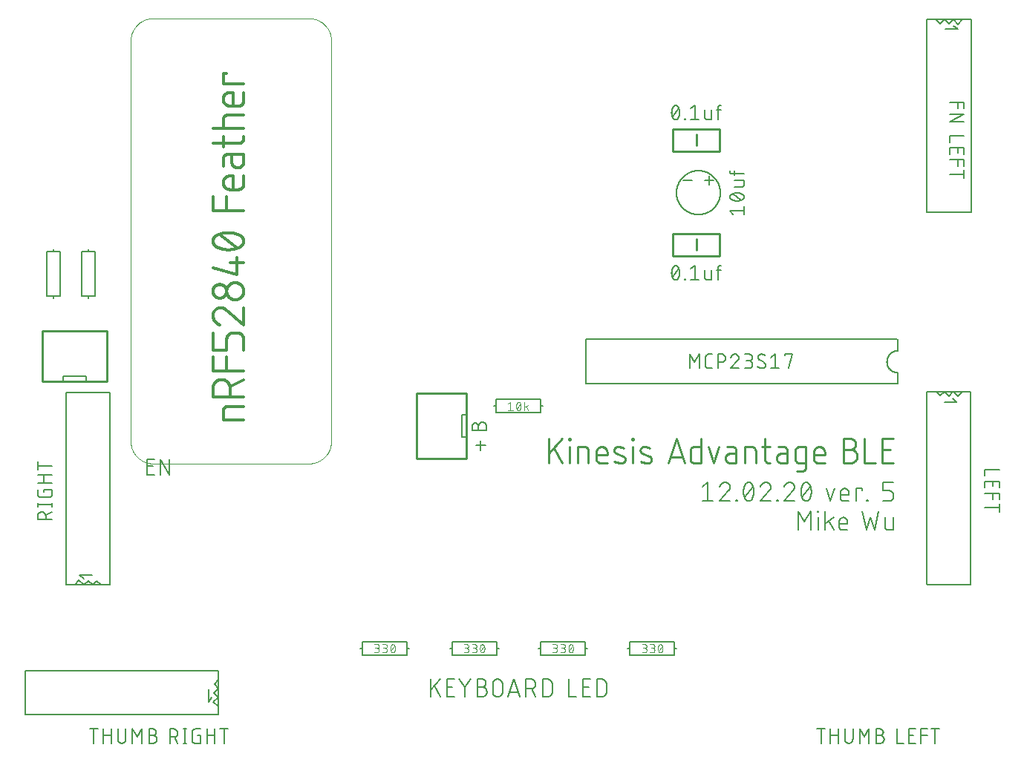
<source format=gto>
G75*
%MOIN*%
%OFA0B0*%
%FSLAX25Y25*%
%IPPOS*%
%LPD*%
%AMOC8*
5,1,8,0,0,1.08239X$1,22.5*
%
%ADD10C,0.00300*%
%ADD11C,0.00600*%
%ADD12C,0.00900*%
%ADD13C,0.00700*%
%ADD14C,0.00800*%
%ADD15C,0.01200*%
%ADD16C,0.00000*%
%ADD17C,0.00500*%
%ADD18C,0.01000*%
%ADD19C,0.00787*%
D10*
X0177051Y0063640D02*
X0178079Y0063640D01*
X0178142Y0063642D01*
X0178205Y0063648D01*
X0178268Y0063658D01*
X0178330Y0063671D01*
X0178391Y0063688D01*
X0178450Y0063709D01*
X0178509Y0063734D01*
X0178565Y0063762D01*
X0178620Y0063794D01*
X0178673Y0063829D01*
X0178723Y0063867D01*
X0178772Y0063908D01*
X0178817Y0063952D01*
X0178860Y0063999D01*
X0178899Y0064048D01*
X0178936Y0064100D01*
X0178969Y0064154D01*
X0178999Y0064210D01*
X0179026Y0064267D01*
X0179049Y0064326D01*
X0179068Y0064387D01*
X0179083Y0064448D01*
X0179095Y0064510D01*
X0179103Y0064573D01*
X0179107Y0064636D01*
X0179107Y0064700D01*
X0179103Y0064763D01*
X0179095Y0064826D01*
X0179083Y0064888D01*
X0179068Y0064949D01*
X0179049Y0065010D01*
X0179026Y0065069D01*
X0178999Y0065126D01*
X0178969Y0065182D01*
X0178936Y0065236D01*
X0178899Y0065288D01*
X0178860Y0065337D01*
X0178817Y0065384D01*
X0178772Y0065428D01*
X0178723Y0065469D01*
X0178673Y0065507D01*
X0178620Y0065542D01*
X0178565Y0065574D01*
X0178509Y0065602D01*
X0178450Y0065627D01*
X0178391Y0065648D01*
X0178330Y0065665D01*
X0178268Y0065678D01*
X0178205Y0065688D01*
X0178142Y0065694D01*
X0178079Y0065696D01*
X0178284Y0065696D02*
X0177462Y0065696D01*
X0178284Y0065696D02*
X0178340Y0065698D01*
X0178396Y0065704D01*
X0178451Y0065713D01*
X0178506Y0065726D01*
X0178559Y0065743D01*
X0178611Y0065764D01*
X0178662Y0065788D01*
X0178711Y0065816D01*
X0178758Y0065846D01*
X0178803Y0065880D01*
X0178845Y0065917D01*
X0178885Y0065957D01*
X0178922Y0065999D01*
X0178956Y0066044D01*
X0178986Y0066091D01*
X0179014Y0066140D01*
X0179038Y0066191D01*
X0179059Y0066243D01*
X0179076Y0066296D01*
X0179089Y0066351D01*
X0179098Y0066406D01*
X0179104Y0066462D01*
X0179106Y0066518D01*
X0179104Y0066574D01*
X0179098Y0066630D01*
X0179089Y0066685D01*
X0179076Y0066740D01*
X0179059Y0066793D01*
X0179038Y0066845D01*
X0179014Y0066896D01*
X0178986Y0066945D01*
X0178956Y0066992D01*
X0178922Y0067037D01*
X0178885Y0067079D01*
X0178845Y0067119D01*
X0178803Y0067156D01*
X0178758Y0067190D01*
X0178711Y0067220D01*
X0178662Y0067248D01*
X0178611Y0067272D01*
X0178559Y0067293D01*
X0178506Y0067310D01*
X0178451Y0067323D01*
X0178396Y0067332D01*
X0178340Y0067338D01*
X0178284Y0067340D01*
X0177051Y0067340D01*
X0180651Y0067340D02*
X0181884Y0067340D01*
X0181940Y0067338D01*
X0181996Y0067332D01*
X0182051Y0067323D01*
X0182106Y0067310D01*
X0182159Y0067293D01*
X0182211Y0067272D01*
X0182262Y0067248D01*
X0182311Y0067220D01*
X0182358Y0067190D01*
X0182403Y0067156D01*
X0182445Y0067119D01*
X0182485Y0067079D01*
X0182522Y0067037D01*
X0182556Y0066992D01*
X0182586Y0066945D01*
X0182614Y0066896D01*
X0182638Y0066845D01*
X0182659Y0066793D01*
X0182676Y0066740D01*
X0182689Y0066685D01*
X0182698Y0066630D01*
X0182704Y0066574D01*
X0182706Y0066518D01*
X0182704Y0066462D01*
X0182698Y0066406D01*
X0182689Y0066351D01*
X0182676Y0066296D01*
X0182659Y0066243D01*
X0182638Y0066191D01*
X0182614Y0066140D01*
X0182586Y0066091D01*
X0182556Y0066044D01*
X0182522Y0065999D01*
X0182485Y0065957D01*
X0182445Y0065917D01*
X0182403Y0065880D01*
X0182358Y0065846D01*
X0182311Y0065816D01*
X0182262Y0065788D01*
X0182211Y0065764D01*
X0182159Y0065743D01*
X0182106Y0065726D01*
X0182051Y0065713D01*
X0181996Y0065704D01*
X0181940Y0065698D01*
X0181884Y0065696D01*
X0181062Y0065696D01*
X0181679Y0065696D02*
X0181742Y0065694D01*
X0181805Y0065688D01*
X0181868Y0065678D01*
X0181930Y0065665D01*
X0181991Y0065648D01*
X0182050Y0065627D01*
X0182109Y0065602D01*
X0182165Y0065574D01*
X0182220Y0065542D01*
X0182273Y0065507D01*
X0182323Y0065469D01*
X0182372Y0065428D01*
X0182417Y0065384D01*
X0182460Y0065337D01*
X0182499Y0065288D01*
X0182536Y0065236D01*
X0182569Y0065182D01*
X0182599Y0065126D01*
X0182626Y0065069D01*
X0182649Y0065010D01*
X0182668Y0064949D01*
X0182683Y0064888D01*
X0182695Y0064826D01*
X0182703Y0064763D01*
X0182707Y0064700D01*
X0182707Y0064636D01*
X0182703Y0064573D01*
X0182695Y0064510D01*
X0182683Y0064448D01*
X0182668Y0064387D01*
X0182649Y0064326D01*
X0182626Y0064267D01*
X0182599Y0064210D01*
X0182569Y0064154D01*
X0182536Y0064100D01*
X0182499Y0064048D01*
X0182460Y0063999D01*
X0182417Y0063952D01*
X0182372Y0063908D01*
X0182323Y0063867D01*
X0182273Y0063829D01*
X0182220Y0063794D01*
X0182165Y0063762D01*
X0182109Y0063734D01*
X0182050Y0063709D01*
X0181991Y0063688D01*
X0181930Y0063671D01*
X0181868Y0063658D01*
X0181805Y0063648D01*
X0181742Y0063642D01*
X0181679Y0063640D01*
X0180651Y0063640D01*
X0185998Y0064154D02*
X0186043Y0064250D01*
X0186084Y0064348D01*
X0186122Y0064448D01*
X0186157Y0064548D01*
X0186188Y0064650D01*
X0186216Y0064753D01*
X0186239Y0064856D01*
X0186260Y0064961D01*
X0186276Y0065066D01*
X0186289Y0065171D01*
X0186299Y0065277D01*
X0186304Y0065384D01*
X0186306Y0065490D01*
X0184251Y0065490D02*
X0184253Y0065596D01*
X0184258Y0065703D01*
X0184268Y0065809D01*
X0184281Y0065914D01*
X0184297Y0066019D01*
X0184318Y0066124D01*
X0184341Y0066227D01*
X0184369Y0066330D01*
X0184400Y0066432D01*
X0184435Y0066532D01*
X0184473Y0066632D01*
X0184514Y0066730D01*
X0184559Y0066826D01*
X0185279Y0067341D02*
X0185331Y0067339D01*
X0185384Y0067334D01*
X0185435Y0067325D01*
X0185486Y0067312D01*
X0185536Y0067296D01*
X0185585Y0067277D01*
X0185632Y0067254D01*
X0185678Y0067228D01*
X0185721Y0067199D01*
X0185763Y0067167D01*
X0185802Y0067133D01*
X0185839Y0067095D01*
X0185873Y0067055D01*
X0185905Y0067013D01*
X0185933Y0066969D01*
X0185958Y0066923D01*
X0185980Y0066876D01*
X0185999Y0066827D01*
X0186101Y0066518D02*
X0184457Y0064462D01*
X0185279Y0063640D02*
X0185331Y0063642D01*
X0185384Y0063647D01*
X0185435Y0063656D01*
X0185486Y0063669D01*
X0185536Y0063685D01*
X0185585Y0063704D01*
X0185632Y0063727D01*
X0185678Y0063753D01*
X0185721Y0063782D01*
X0185763Y0063814D01*
X0185802Y0063848D01*
X0185839Y0063886D01*
X0185873Y0063926D01*
X0185905Y0063968D01*
X0185933Y0064012D01*
X0185958Y0064058D01*
X0185980Y0064105D01*
X0185999Y0064154D01*
X0185279Y0063640D02*
X0185227Y0063642D01*
X0185174Y0063647D01*
X0185123Y0063656D01*
X0185072Y0063669D01*
X0185022Y0063685D01*
X0184973Y0063704D01*
X0184926Y0063727D01*
X0184880Y0063753D01*
X0184837Y0063782D01*
X0184795Y0063814D01*
X0184756Y0063848D01*
X0184719Y0063886D01*
X0184685Y0063926D01*
X0184653Y0063968D01*
X0184625Y0064012D01*
X0184600Y0064058D01*
X0184578Y0064105D01*
X0184559Y0064154D01*
X0186306Y0065490D02*
X0186304Y0065596D01*
X0186299Y0065703D01*
X0186289Y0065809D01*
X0186276Y0065914D01*
X0186260Y0066019D01*
X0186239Y0066124D01*
X0186216Y0066227D01*
X0186188Y0066330D01*
X0186157Y0066432D01*
X0186122Y0066532D01*
X0186084Y0066632D01*
X0186043Y0066730D01*
X0185998Y0066826D01*
X0185279Y0067341D02*
X0185227Y0067339D01*
X0185174Y0067334D01*
X0185123Y0067325D01*
X0185072Y0067312D01*
X0185022Y0067296D01*
X0184973Y0067277D01*
X0184926Y0067254D01*
X0184880Y0067228D01*
X0184837Y0067199D01*
X0184795Y0067167D01*
X0184756Y0067133D01*
X0184719Y0067095D01*
X0184685Y0067055D01*
X0184653Y0067013D01*
X0184625Y0066969D01*
X0184600Y0066923D01*
X0184578Y0066876D01*
X0184559Y0066827D01*
X0184251Y0065490D02*
X0184253Y0065384D01*
X0184258Y0065277D01*
X0184268Y0065171D01*
X0184281Y0065066D01*
X0184297Y0064961D01*
X0184318Y0064856D01*
X0184341Y0064753D01*
X0184369Y0064650D01*
X0184400Y0064548D01*
X0184435Y0064448D01*
X0184473Y0064348D01*
X0184514Y0064250D01*
X0184559Y0064154D01*
X0217248Y0063640D02*
X0218276Y0063640D01*
X0218339Y0063642D01*
X0218402Y0063648D01*
X0218465Y0063658D01*
X0218527Y0063671D01*
X0218588Y0063688D01*
X0218647Y0063709D01*
X0218706Y0063734D01*
X0218762Y0063762D01*
X0218817Y0063794D01*
X0218870Y0063829D01*
X0218920Y0063867D01*
X0218969Y0063908D01*
X0219014Y0063952D01*
X0219057Y0063999D01*
X0219096Y0064048D01*
X0219133Y0064100D01*
X0219166Y0064154D01*
X0219196Y0064210D01*
X0219223Y0064267D01*
X0219246Y0064326D01*
X0219265Y0064387D01*
X0219280Y0064448D01*
X0219292Y0064510D01*
X0219300Y0064573D01*
X0219304Y0064636D01*
X0219304Y0064700D01*
X0219300Y0064763D01*
X0219292Y0064826D01*
X0219280Y0064888D01*
X0219265Y0064949D01*
X0219246Y0065010D01*
X0219223Y0065069D01*
X0219196Y0065126D01*
X0219166Y0065182D01*
X0219133Y0065236D01*
X0219096Y0065288D01*
X0219057Y0065337D01*
X0219014Y0065384D01*
X0218969Y0065428D01*
X0218920Y0065469D01*
X0218870Y0065507D01*
X0218817Y0065542D01*
X0218762Y0065574D01*
X0218706Y0065602D01*
X0218647Y0065627D01*
X0218588Y0065648D01*
X0218527Y0065665D01*
X0218465Y0065678D01*
X0218402Y0065688D01*
X0218339Y0065694D01*
X0218276Y0065696D01*
X0218481Y0065696D02*
X0217659Y0065696D01*
X0218481Y0065696D02*
X0218537Y0065698D01*
X0218593Y0065704D01*
X0218648Y0065713D01*
X0218703Y0065726D01*
X0218756Y0065743D01*
X0218808Y0065764D01*
X0218859Y0065788D01*
X0218908Y0065816D01*
X0218955Y0065846D01*
X0219000Y0065880D01*
X0219042Y0065917D01*
X0219082Y0065957D01*
X0219119Y0065999D01*
X0219153Y0066044D01*
X0219183Y0066091D01*
X0219211Y0066140D01*
X0219235Y0066191D01*
X0219256Y0066243D01*
X0219273Y0066296D01*
X0219286Y0066351D01*
X0219295Y0066406D01*
X0219301Y0066462D01*
X0219303Y0066518D01*
X0219301Y0066574D01*
X0219295Y0066630D01*
X0219286Y0066685D01*
X0219273Y0066740D01*
X0219256Y0066793D01*
X0219235Y0066845D01*
X0219211Y0066896D01*
X0219183Y0066945D01*
X0219153Y0066992D01*
X0219119Y0067037D01*
X0219082Y0067079D01*
X0219042Y0067119D01*
X0219000Y0067156D01*
X0218955Y0067190D01*
X0218908Y0067220D01*
X0218859Y0067248D01*
X0218808Y0067272D01*
X0218756Y0067293D01*
X0218703Y0067310D01*
X0218648Y0067323D01*
X0218593Y0067332D01*
X0218537Y0067338D01*
X0218481Y0067340D01*
X0217248Y0067340D01*
X0220848Y0067340D02*
X0222081Y0067340D01*
X0222137Y0067338D01*
X0222193Y0067332D01*
X0222248Y0067323D01*
X0222303Y0067310D01*
X0222356Y0067293D01*
X0222408Y0067272D01*
X0222459Y0067248D01*
X0222508Y0067220D01*
X0222555Y0067190D01*
X0222600Y0067156D01*
X0222642Y0067119D01*
X0222682Y0067079D01*
X0222719Y0067037D01*
X0222753Y0066992D01*
X0222783Y0066945D01*
X0222811Y0066896D01*
X0222835Y0066845D01*
X0222856Y0066793D01*
X0222873Y0066740D01*
X0222886Y0066685D01*
X0222895Y0066630D01*
X0222901Y0066574D01*
X0222903Y0066518D01*
X0222901Y0066462D01*
X0222895Y0066406D01*
X0222886Y0066351D01*
X0222873Y0066296D01*
X0222856Y0066243D01*
X0222835Y0066191D01*
X0222811Y0066140D01*
X0222783Y0066091D01*
X0222753Y0066044D01*
X0222719Y0065999D01*
X0222682Y0065957D01*
X0222642Y0065917D01*
X0222600Y0065880D01*
X0222555Y0065846D01*
X0222508Y0065816D01*
X0222459Y0065788D01*
X0222408Y0065764D01*
X0222356Y0065743D01*
X0222303Y0065726D01*
X0222248Y0065713D01*
X0222193Y0065704D01*
X0222137Y0065698D01*
X0222081Y0065696D01*
X0221259Y0065696D01*
X0221876Y0065696D02*
X0221939Y0065694D01*
X0222002Y0065688D01*
X0222065Y0065678D01*
X0222127Y0065665D01*
X0222188Y0065648D01*
X0222247Y0065627D01*
X0222306Y0065602D01*
X0222362Y0065574D01*
X0222417Y0065542D01*
X0222470Y0065507D01*
X0222520Y0065469D01*
X0222569Y0065428D01*
X0222614Y0065384D01*
X0222657Y0065337D01*
X0222696Y0065288D01*
X0222733Y0065236D01*
X0222766Y0065182D01*
X0222796Y0065126D01*
X0222823Y0065069D01*
X0222846Y0065010D01*
X0222865Y0064949D01*
X0222880Y0064888D01*
X0222892Y0064826D01*
X0222900Y0064763D01*
X0222904Y0064700D01*
X0222904Y0064636D01*
X0222900Y0064573D01*
X0222892Y0064510D01*
X0222880Y0064448D01*
X0222865Y0064387D01*
X0222846Y0064326D01*
X0222823Y0064267D01*
X0222796Y0064210D01*
X0222766Y0064154D01*
X0222733Y0064100D01*
X0222696Y0064048D01*
X0222657Y0063999D01*
X0222614Y0063952D01*
X0222569Y0063908D01*
X0222520Y0063867D01*
X0222470Y0063829D01*
X0222417Y0063794D01*
X0222362Y0063762D01*
X0222306Y0063734D01*
X0222247Y0063709D01*
X0222188Y0063688D01*
X0222127Y0063671D01*
X0222065Y0063658D01*
X0222002Y0063648D01*
X0221939Y0063642D01*
X0221876Y0063640D01*
X0220848Y0063640D01*
X0226195Y0064154D02*
X0226240Y0064250D01*
X0226281Y0064348D01*
X0226319Y0064448D01*
X0226354Y0064548D01*
X0226385Y0064650D01*
X0226413Y0064753D01*
X0226436Y0064856D01*
X0226457Y0064961D01*
X0226473Y0065066D01*
X0226486Y0065171D01*
X0226496Y0065277D01*
X0226501Y0065384D01*
X0226503Y0065490D01*
X0224448Y0065490D02*
X0224450Y0065596D01*
X0224455Y0065703D01*
X0224465Y0065809D01*
X0224478Y0065914D01*
X0224494Y0066019D01*
X0224515Y0066124D01*
X0224538Y0066227D01*
X0224566Y0066330D01*
X0224597Y0066432D01*
X0224632Y0066532D01*
X0224670Y0066632D01*
X0224711Y0066730D01*
X0224756Y0066826D01*
X0225476Y0067341D02*
X0225528Y0067339D01*
X0225581Y0067334D01*
X0225632Y0067325D01*
X0225683Y0067312D01*
X0225733Y0067296D01*
X0225782Y0067277D01*
X0225829Y0067254D01*
X0225875Y0067228D01*
X0225918Y0067199D01*
X0225960Y0067167D01*
X0225999Y0067133D01*
X0226036Y0067095D01*
X0226070Y0067055D01*
X0226102Y0067013D01*
X0226130Y0066969D01*
X0226155Y0066923D01*
X0226177Y0066876D01*
X0226196Y0066827D01*
X0226298Y0066518D02*
X0224653Y0064462D01*
X0225476Y0063640D02*
X0225528Y0063642D01*
X0225581Y0063647D01*
X0225632Y0063656D01*
X0225683Y0063669D01*
X0225733Y0063685D01*
X0225782Y0063704D01*
X0225829Y0063727D01*
X0225875Y0063753D01*
X0225918Y0063782D01*
X0225960Y0063814D01*
X0225999Y0063848D01*
X0226036Y0063886D01*
X0226070Y0063926D01*
X0226102Y0063968D01*
X0226130Y0064012D01*
X0226155Y0064058D01*
X0226177Y0064105D01*
X0226196Y0064154D01*
X0225476Y0063640D02*
X0225424Y0063642D01*
X0225371Y0063647D01*
X0225320Y0063656D01*
X0225269Y0063669D01*
X0225219Y0063685D01*
X0225170Y0063704D01*
X0225123Y0063727D01*
X0225077Y0063753D01*
X0225034Y0063782D01*
X0224992Y0063814D01*
X0224953Y0063848D01*
X0224916Y0063886D01*
X0224882Y0063926D01*
X0224850Y0063968D01*
X0224822Y0064012D01*
X0224797Y0064058D01*
X0224775Y0064105D01*
X0224756Y0064154D01*
X0226503Y0065490D02*
X0226501Y0065596D01*
X0226496Y0065703D01*
X0226486Y0065809D01*
X0226473Y0065914D01*
X0226457Y0066019D01*
X0226436Y0066124D01*
X0226413Y0066227D01*
X0226385Y0066330D01*
X0226354Y0066432D01*
X0226319Y0066532D01*
X0226281Y0066632D01*
X0226240Y0066730D01*
X0226195Y0066826D01*
X0225476Y0067341D02*
X0225424Y0067339D01*
X0225371Y0067334D01*
X0225320Y0067325D01*
X0225269Y0067312D01*
X0225219Y0067296D01*
X0225170Y0067277D01*
X0225123Y0067254D01*
X0225077Y0067228D01*
X0225034Y0067199D01*
X0224992Y0067167D01*
X0224953Y0067133D01*
X0224916Y0067095D01*
X0224882Y0067055D01*
X0224850Y0067013D01*
X0224822Y0066969D01*
X0224797Y0066923D01*
X0224775Y0066876D01*
X0224756Y0066827D01*
X0224448Y0065490D02*
X0224450Y0065384D01*
X0224455Y0065277D01*
X0224465Y0065171D01*
X0224478Y0065066D01*
X0224494Y0064961D01*
X0224515Y0064856D01*
X0224538Y0064753D01*
X0224566Y0064650D01*
X0224597Y0064548D01*
X0224632Y0064448D01*
X0224670Y0064348D01*
X0224711Y0064250D01*
X0224756Y0064154D01*
X0257012Y0063640D02*
X0258039Y0063640D01*
X0258102Y0063642D01*
X0258165Y0063648D01*
X0258228Y0063658D01*
X0258290Y0063671D01*
X0258351Y0063688D01*
X0258410Y0063709D01*
X0258469Y0063734D01*
X0258525Y0063762D01*
X0258580Y0063794D01*
X0258633Y0063829D01*
X0258683Y0063867D01*
X0258732Y0063908D01*
X0258777Y0063952D01*
X0258820Y0063999D01*
X0258859Y0064048D01*
X0258896Y0064100D01*
X0258929Y0064154D01*
X0258959Y0064210D01*
X0258986Y0064267D01*
X0259009Y0064326D01*
X0259028Y0064387D01*
X0259043Y0064448D01*
X0259055Y0064510D01*
X0259063Y0064573D01*
X0259067Y0064636D01*
X0259067Y0064700D01*
X0259063Y0064763D01*
X0259055Y0064826D01*
X0259043Y0064888D01*
X0259028Y0064949D01*
X0259009Y0065010D01*
X0258986Y0065069D01*
X0258959Y0065126D01*
X0258929Y0065182D01*
X0258896Y0065236D01*
X0258859Y0065288D01*
X0258820Y0065337D01*
X0258777Y0065384D01*
X0258732Y0065428D01*
X0258683Y0065469D01*
X0258633Y0065507D01*
X0258580Y0065542D01*
X0258525Y0065574D01*
X0258469Y0065602D01*
X0258410Y0065627D01*
X0258351Y0065648D01*
X0258290Y0065665D01*
X0258228Y0065678D01*
X0258165Y0065688D01*
X0258102Y0065694D01*
X0258039Y0065696D01*
X0258245Y0065696D02*
X0257423Y0065696D01*
X0258245Y0065696D02*
X0258301Y0065698D01*
X0258357Y0065704D01*
X0258412Y0065713D01*
X0258467Y0065726D01*
X0258520Y0065743D01*
X0258572Y0065764D01*
X0258623Y0065788D01*
X0258672Y0065816D01*
X0258719Y0065846D01*
X0258764Y0065880D01*
X0258806Y0065917D01*
X0258846Y0065957D01*
X0258883Y0065999D01*
X0258917Y0066044D01*
X0258947Y0066091D01*
X0258975Y0066140D01*
X0258999Y0066191D01*
X0259020Y0066243D01*
X0259037Y0066296D01*
X0259050Y0066351D01*
X0259059Y0066406D01*
X0259065Y0066462D01*
X0259067Y0066518D01*
X0259065Y0066574D01*
X0259059Y0066630D01*
X0259050Y0066685D01*
X0259037Y0066740D01*
X0259020Y0066793D01*
X0258999Y0066845D01*
X0258975Y0066896D01*
X0258947Y0066945D01*
X0258917Y0066992D01*
X0258883Y0067037D01*
X0258846Y0067079D01*
X0258806Y0067119D01*
X0258764Y0067156D01*
X0258719Y0067190D01*
X0258672Y0067220D01*
X0258623Y0067248D01*
X0258572Y0067272D01*
X0258520Y0067293D01*
X0258467Y0067310D01*
X0258412Y0067323D01*
X0258357Y0067332D01*
X0258301Y0067338D01*
X0258245Y0067340D01*
X0257012Y0067340D01*
X0260612Y0067340D02*
X0261845Y0067340D01*
X0261901Y0067338D01*
X0261957Y0067332D01*
X0262012Y0067323D01*
X0262067Y0067310D01*
X0262120Y0067293D01*
X0262172Y0067272D01*
X0262223Y0067248D01*
X0262272Y0067220D01*
X0262319Y0067190D01*
X0262364Y0067156D01*
X0262406Y0067119D01*
X0262446Y0067079D01*
X0262483Y0067037D01*
X0262517Y0066992D01*
X0262547Y0066945D01*
X0262575Y0066896D01*
X0262599Y0066845D01*
X0262620Y0066793D01*
X0262637Y0066740D01*
X0262650Y0066685D01*
X0262659Y0066630D01*
X0262665Y0066574D01*
X0262667Y0066518D01*
X0262665Y0066462D01*
X0262659Y0066406D01*
X0262650Y0066351D01*
X0262637Y0066296D01*
X0262620Y0066243D01*
X0262599Y0066191D01*
X0262575Y0066140D01*
X0262547Y0066091D01*
X0262517Y0066044D01*
X0262483Y0065999D01*
X0262446Y0065957D01*
X0262406Y0065917D01*
X0262364Y0065880D01*
X0262319Y0065846D01*
X0262272Y0065816D01*
X0262223Y0065788D01*
X0262172Y0065764D01*
X0262120Y0065743D01*
X0262067Y0065726D01*
X0262012Y0065713D01*
X0261957Y0065704D01*
X0261901Y0065698D01*
X0261845Y0065696D01*
X0261023Y0065696D01*
X0261639Y0065696D02*
X0261702Y0065694D01*
X0261765Y0065688D01*
X0261828Y0065678D01*
X0261890Y0065665D01*
X0261951Y0065648D01*
X0262010Y0065627D01*
X0262069Y0065602D01*
X0262125Y0065574D01*
X0262180Y0065542D01*
X0262233Y0065507D01*
X0262283Y0065469D01*
X0262332Y0065428D01*
X0262377Y0065384D01*
X0262420Y0065337D01*
X0262459Y0065288D01*
X0262496Y0065236D01*
X0262529Y0065182D01*
X0262559Y0065126D01*
X0262586Y0065069D01*
X0262609Y0065010D01*
X0262628Y0064949D01*
X0262643Y0064888D01*
X0262655Y0064826D01*
X0262663Y0064763D01*
X0262667Y0064700D01*
X0262667Y0064636D01*
X0262663Y0064573D01*
X0262655Y0064510D01*
X0262643Y0064448D01*
X0262628Y0064387D01*
X0262609Y0064326D01*
X0262586Y0064267D01*
X0262559Y0064210D01*
X0262529Y0064154D01*
X0262496Y0064100D01*
X0262459Y0064048D01*
X0262420Y0063999D01*
X0262377Y0063952D01*
X0262332Y0063908D01*
X0262283Y0063867D01*
X0262233Y0063829D01*
X0262180Y0063794D01*
X0262125Y0063762D01*
X0262069Y0063734D01*
X0262010Y0063709D01*
X0261951Y0063688D01*
X0261890Y0063671D01*
X0261828Y0063658D01*
X0261765Y0063648D01*
X0261702Y0063642D01*
X0261639Y0063640D01*
X0260612Y0063640D01*
X0265959Y0064154D02*
X0266004Y0064250D01*
X0266045Y0064348D01*
X0266083Y0064448D01*
X0266118Y0064548D01*
X0266149Y0064650D01*
X0266177Y0064753D01*
X0266200Y0064856D01*
X0266221Y0064961D01*
X0266237Y0065066D01*
X0266250Y0065171D01*
X0266260Y0065277D01*
X0266265Y0065384D01*
X0266267Y0065490D01*
X0264212Y0065490D02*
X0264214Y0065596D01*
X0264219Y0065703D01*
X0264229Y0065809D01*
X0264242Y0065914D01*
X0264258Y0066019D01*
X0264279Y0066124D01*
X0264302Y0066227D01*
X0264330Y0066330D01*
X0264361Y0066432D01*
X0264396Y0066532D01*
X0264434Y0066632D01*
X0264475Y0066730D01*
X0264520Y0066826D01*
X0265239Y0067341D02*
X0265291Y0067339D01*
X0265344Y0067334D01*
X0265395Y0067325D01*
X0265446Y0067312D01*
X0265496Y0067296D01*
X0265545Y0067277D01*
X0265592Y0067254D01*
X0265638Y0067228D01*
X0265681Y0067199D01*
X0265723Y0067167D01*
X0265762Y0067133D01*
X0265799Y0067095D01*
X0265833Y0067055D01*
X0265865Y0067013D01*
X0265893Y0066969D01*
X0265918Y0066923D01*
X0265940Y0066876D01*
X0265959Y0066827D01*
X0266062Y0066518D02*
X0264417Y0064462D01*
X0265239Y0063640D02*
X0265291Y0063642D01*
X0265344Y0063647D01*
X0265395Y0063656D01*
X0265446Y0063669D01*
X0265496Y0063685D01*
X0265545Y0063704D01*
X0265592Y0063727D01*
X0265638Y0063753D01*
X0265681Y0063782D01*
X0265723Y0063814D01*
X0265762Y0063848D01*
X0265799Y0063886D01*
X0265833Y0063926D01*
X0265865Y0063968D01*
X0265893Y0064012D01*
X0265918Y0064058D01*
X0265940Y0064105D01*
X0265959Y0064154D01*
X0265239Y0063640D02*
X0265187Y0063642D01*
X0265134Y0063647D01*
X0265083Y0063656D01*
X0265032Y0063669D01*
X0264982Y0063685D01*
X0264933Y0063704D01*
X0264886Y0063727D01*
X0264840Y0063753D01*
X0264797Y0063782D01*
X0264755Y0063814D01*
X0264716Y0063848D01*
X0264679Y0063886D01*
X0264645Y0063926D01*
X0264613Y0063968D01*
X0264585Y0064012D01*
X0264560Y0064058D01*
X0264538Y0064105D01*
X0264519Y0064154D01*
X0266267Y0065490D02*
X0266265Y0065596D01*
X0266260Y0065703D01*
X0266250Y0065809D01*
X0266237Y0065914D01*
X0266221Y0066019D01*
X0266200Y0066124D01*
X0266177Y0066227D01*
X0266149Y0066330D01*
X0266118Y0066432D01*
X0266083Y0066532D01*
X0266045Y0066632D01*
X0266004Y0066730D01*
X0265959Y0066826D01*
X0265239Y0067341D02*
X0265187Y0067339D01*
X0265134Y0067334D01*
X0265083Y0067325D01*
X0265032Y0067312D01*
X0264982Y0067296D01*
X0264933Y0067277D01*
X0264886Y0067254D01*
X0264840Y0067228D01*
X0264797Y0067199D01*
X0264755Y0067167D01*
X0264716Y0067133D01*
X0264679Y0067095D01*
X0264645Y0067055D01*
X0264613Y0067013D01*
X0264585Y0066969D01*
X0264560Y0066923D01*
X0264538Y0066876D01*
X0264519Y0066827D01*
X0264212Y0065490D02*
X0264214Y0065384D01*
X0264219Y0065277D01*
X0264229Y0065171D01*
X0264242Y0065066D01*
X0264258Y0064961D01*
X0264279Y0064856D01*
X0264302Y0064753D01*
X0264330Y0064650D01*
X0264361Y0064548D01*
X0264396Y0064448D01*
X0264434Y0064348D01*
X0264475Y0064250D01*
X0264520Y0064154D01*
X0297169Y0063640D02*
X0298197Y0063640D01*
X0298260Y0063642D01*
X0298323Y0063648D01*
X0298386Y0063658D01*
X0298448Y0063671D01*
X0298509Y0063688D01*
X0298568Y0063709D01*
X0298627Y0063734D01*
X0298683Y0063762D01*
X0298738Y0063794D01*
X0298791Y0063829D01*
X0298841Y0063867D01*
X0298890Y0063908D01*
X0298935Y0063952D01*
X0298978Y0063999D01*
X0299017Y0064048D01*
X0299054Y0064100D01*
X0299087Y0064154D01*
X0299117Y0064210D01*
X0299144Y0064267D01*
X0299167Y0064326D01*
X0299186Y0064387D01*
X0299201Y0064448D01*
X0299213Y0064510D01*
X0299221Y0064573D01*
X0299225Y0064636D01*
X0299225Y0064700D01*
X0299221Y0064763D01*
X0299213Y0064826D01*
X0299201Y0064888D01*
X0299186Y0064949D01*
X0299167Y0065010D01*
X0299144Y0065069D01*
X0299117Y0065126D01*
X0299087Y0065182D01*
X0299054Y0065236D01*
X0299017Y0065288D01*
X0298978Y0065337D01*
X0298935Y0065384D01*
X0298890Y0065428D01*
X0298841Y0065469D01*
X0298791Y0065507D01*
X0298738Y0065542D01*
X0298683Y0065574D01*
X0298627Y0065602D01*
X0298568Y0065627D01*
X0298509Y0065648D01*
X0298448Y0065665D01*
X0298386Y0065678D01*
X0298323Y0065688D01*
X0298260Y0065694D01*
X0298197Y0065696D01*
X0298402Y0065696D02*
X0297580Y0065696D01*
X0298402Y0065696D02*
X0298458Y0065698D01*
X0298514Y0065704D01*
X0298569Y0065713D01*
X0298624Y0065726D01*
X0298677Y0065743D01*
X0298729Y0065764D01*
X0298780Y0065788D01*
X0298829Y0065816D01*
X0298876Y0065846D01*
X0298921Y0065880D01*
X0298963Y0065917D01*
X0299003Y0065957D01*
X0299040Y0065999D01*
X0299074Y0066044D01*
X0299104Y0066091D01*
X0299132Y0066140D01*
X0299156Y0066191D01*
X0299177Y0066243D01*
X0299194Y0066296D01*
X0299207Y0066351D01*
X0299216Y0066406D01*
X0299222Y0066462D01*
X0299224Y0066518D01*
X0299222Y0066574D01*
X0299216Y0066630D01*
X0299207Y0066685D01*
X0299194Y0066740D01*
X0299177Y0066793D01*
X0299156Y0066845D01*
X0299132Y0066896D01*
X0299104Y0066945D01*
X0299074Y0066992D01*
X0299040Y0067037D01*
X0299003Y0067079D01*
X0298963Y0067119D01*
X0298921Y0067156D01*
X0298876Y0067190D01*
X0298829Y0067220D01*
X0298780Y0067248D01*
X0298729Y0067272D01*
X0298677Y0067293D01*
X0298624Y0067310D01*
X0298569Y0067323D01*
X0298514Y0067332D01*
X0298458Y0067338D01*
X0298402Y0067340D01*
X0297169Y0067340D01*
X0300769Y0067340D02*
X0302002Y0067340D01*
X0302058Y0067338D01*
X0302114Y0067332D01*
X0302169Y0067323D01*
X0302224Y0067310D01*
X0302277Y0067293D01*
X0302329Y0067272D01*
X0302380Y0067248D01*
X0302429Y0067220D01*
X0302476Y0067190D01*
X0302521Y0067156D01*
X0302563Y0067119D01*
X0302603Y0067079D01*
X0302640Y0067037D01*
X0302674Y0066992D01*
X0302704Y0066945D01*
X0302732Y0066896D01*
X0302756Y0066845D01*
X0302777Y0066793D01*
X0302794Y0066740D01*
X0302807Y0066685D01*
X0302816Y0066630D01*
X0302822Y0066574D01*
X0302824Y0066518D01*
X0302822Y0066462D01*
X0302816Y0066406D01*
X0302807Y0066351D01*
X0302794Y0066296D01*
X0302777Y0066243D01*
X0302756Y0066191D01*
X0302732Y0066140D01*
X0302704Y0066091D01*
X0302674Y0066044D01*
X0302640Y0065999D01*
X0302603Y0065957D01*
X0302563Y0065917D01*
X0302521Y0065880D01*
X0302476Y0065846D01*
X0302429Y0065816D01*
X0302380Y0065788D01*
X0302329Y0065764D01*
X0302277Y0065743D01*
X0302224Y0065726D01*
X0302169Y0065713D01*
X0302114Y0065704D01*
X0302058Y0065698D01*
X0302002Y0065696D01*
X0301180Y0065696D01*
X0301797Y0065696D02*
X0301860Y0065694D01*
X0301923Y0065688D01*
X0301986Y0065678D01*
X0302048Y0065665D01*
X0302109Y0065648D01*
X0302168Y0065627D01*
X0302227Y0065602D01*
X0302283Y0065574D01*
X0302338Y0065542D01*
X0302391Y0065507D01*
X0302441Y0065469D01*
X0302490Y0065428D01*
X0302535Y0065384D01*
X0302578Y0065337D01*
X0302617Y0065288D01*
X0302654Y0065236D01*
X0302687Y0065182D01*
X0302717Y0065126D01*
X0302744Y0065069D01*
X0302767Y0065010D01*
X0302786Y0064949D01*
X0302801Y0064888D01*
X0302813Y0064826D01*
X0302821Y0064763D01*
X0302825Y0064700D01*
X0302825Y0064636D01*
X0302821Y0064573D01*
X0302813Y0064510D01*
X0302801Y0064448D01*
X0302786Y0064387D01*
X0302767Y0064326D01*
X0302744Y0064267D01*
X0302717Y0064210D01*
X0302687Y0064154D01*
X0302654Y0064100D01*
X0302617Y0064048D01*
X0302578Y0063999D01*
X0302535Y0063952D01*
X0302490Y0063908D01*
X0302441Y0063867D01*
X0302391Y0063829D01*
X0302338Y0063794D01*
X0302283Y0063762D01*
X0302227Y0063734D01*
X0302168Y0063709D01*
X0302109Y0063688D01*
X0302048Y0063671D01*
X0301986Y0063658D01*
X0301923Y0063648D01*
X0301860Y0063642D01*
X0301797Y0063640D01*
X0300769Y0063640D01*
X0306116Y0064154D02*
X0306161Y0064250D01*
X0306202Y0064348D01*
X0306240Y0064448D01*
X0306275Y0064548D01*
X0306306Y0064650D01*
X0306334Y0064753D01*
X0306357Y0064856D01*
X0306378Y0064961D01*
X0306394Y0065066D01*
X0306407Y0065171D01*
X0306417Y0065277D01*
X0306422Y0065384D01*
X0306424Y0065490D01*
X0304369Y0065490D02*
X0304371Y0065596D01*
X0304376Y0065703D01*
X0304386Y0065809D01*
X0304399Y0065914D01*
X0304415Y0066019D01*
X0304436Y0066124D01*
X0304459Y0066227D01*
X0304487Y0066330D01*
X0304518Y0066432D01*
X0304553Y0066532D01*
X0304591Y0066632D01*
X0304632Y0066730D01*
X0304677Y0066826D01*
X0305397Y0067341D02*
X0305449Y0067339D01*
X0305502Y0067334D01*
X0305553Y0067325D01*
X0305604Y0067312D01*
X0305654Y0067296D01*
X0305703Y0067277D01*
X0305750Y0067254D01*
X0305796Y0067228D01*
X0305839Y0067199D01*
X0305881Y0067167D01*
X0305920Y0067133D01*
X0305957Y0067095D01*
X0305991Y0067055D01*
X0306023Y0067013D01*
X0306051Y0066969D01*
X0306076Y0066923D01*
X0306098Y0066876D01*
X0306117Y0066827D01*
X0306219Y0066518D02*
X0304575Y0064462D01*
X0305397Y0063640D02*
X0305449Y0063642D01*
X0305502Y0063647D01*
X0305553Y0063656D01*
X0305604Y0063669D01*
X0305654Y0063685D01*
X0305703Y0063704D01*
X0305750Y0063727D01*
X0305796Y0063753D01*
X0305839Y0063782D01*
X0305881Y0063814D01*
X0305920Y0063848D01*
X0305957Y0063886D01*
X0305991Y0063926D01*
X0306023Y0063968D01*
X0306051Y0064012D01*
X0306076Y0064058D01*
X0306098Y0064105D01*
X0306117Y0064154D01*
X0305397Y0063640D02*
X0305345Y0063642D01*
X0305292Y0063647D01*
X0305241Y0063656D01*
X0305190Y0063669D01*
X0305140Y0063685D01*
X0305091Y0063704D01*
X0305044Y0063727D01*
X0304998Y0063753D01*
X0304955Y0063782D01*
X0304913Y0063814D01*
X0304874Y0063848D01*
X0304837Y0063886D01*
X0304803Y0063926D01*
X0304771Y0063968D01*
X0304743Y0064012D01*
X0304718Y0064058D01*
X0304696Y0064105D01*
X0304677Y0064154D01*
X0306425Y0065490D02*
X0306423Y0065596D01*
X0306418Y0065703D01*
X0306408Y0065809D01*
X0306395Y0065914D01*
X0306379Y0066019D01*
X0306358Y0066124D01*
X0306335Y0066227D01*
X0306307Y0066330D01*
X0306276Y0066432D01*
X0306241Y0066532D01*
X0306203Y0066632D01*
X0306162Y0066730D01*
X0306117Y0066826D01*
X0305397Y0067341D02*
X0305345Y0067339D01*
X0305292Y0067334D01*
X0305241Y0067325D01*
X0305190Y0067312D01*
X0305140Y0067296D01*
X0305091Y0067277D01*
X0305044Y0067254D01*
X0304998Y0067228D01*
X0304955Y0067199D01*
X0304913Y0067167D01*
X0304874Y0067133D01*
X0304837Y0067095D01*
X0304803Y0067055D01*
X0304771Y0067013D01*
X0304743Y0066969D01*
X0304718Y0066923D01*
X0304696Y0066876D01*
X0304677Y0066827D01*
X0304369Y0065490D02*
X0304371Y0065384D01*
X0304376Y0065277D01*
X0304386Y0065171D01*
X0304399Y0065066D01*
X0304415Y0064961D01*
X0304436Y0064856D01*
X0304459Y0064753D01*
X0304487Y0064650D01*
X0304518Y0064548D01*
X0304553Y0064448D01*
X0304591Y0064348D01*
X0304632Y0064250D01*
X0304677Y0064154D01*
X0246086Y0172459D02*
X0245161Y0174206D01*
X0244441Y0173692D02*
X0246086Y0174926D01*
X0244441Y0176159D02*
X0244441Y0172459D01*
X0241022Y0172973D02*
X0240977Y0173069D01*
X0240936Y0173167D01*
X0240898Y0173267D01*
X0240863Y0173367D01*
X0240832Y0173469D01*
X0240804Y0173572D01*
X0240781Y0173675D01*
X0240760Y0173780D01*
X0240744Y0173885D01*
X0240731Y0173990D01*
X0240721Y0174096D01*
X0240716Y0174203D01*
X0240714Y0174309D01*
X0242770Y0174309D02*
X0242768Y0174415D01*
X0242763Y0174522D01*
X0242753Y0174628D01*
X0242740Y0174733D01*
X0242724Y0174838D01*
X0242703Y0174943D01*
X0242680Y0175046D01*
X0242652Y0175149D01*
X0242621Y0175251D01*
X0242586Y0175351D01*
X0242548Y0175451D01*
X0242507Y0175549D01*
X0242462Y0175645D01*
X0242564Y0175337D02*
X0240920Y0173281D01*
X0241742Y0172459D02*
X0241794Y0172461D01*
X0241847Y0172466D01*
X0241898Y0172475D01*
X0241949Y0172488D01*
X0241999Y0172504D01*
X0242048Y0172523D01*
X0242095Y0172546D01*
X0242141Y0172572D01*
X0242184Y0172601D01*
X0242226Y0172633D01*
X0242265Y0172667D01*
X0242302Y0172705D01*
X0242336Y0172745D01*
X0242368Y0172787D01*
X0242396Y0172831D01*
X0242421Y0172877D01*
X0242443Y0172924D01*
X0242462Y0172973D01*
X0241742Y0172459D02*
X0241690Y0172461D01*
X0241637Y0172466D01*
X0241586Y0172475D01*
X0241535Y0172488D01*
X0241485Y0172504D01*
X0241436Y0172523D01*
X0241389Y0172546D01*
X0241343Y0172572D01*
X0241300Y0172601D01*
X0241258Y0172633D01*
X0241219Y0172667D01*
X0241182Y0172705D01*
X0241148Y0172745D01*
X0241116Y0172787D01*
X0241088Y0172831D01*
X0241063Y0172877D01*
X0241041Y0172924D01*
X0241022Y0172973D01*
X0242462Y0172973D02*
X0242507Y0173069D01*
X0242548Y0173167D01*
X0242586Y0173267D01*
X0242621Y0173367D01*
X0242652Y0173469D01*
X0242680Y0173572D01*
X0242703Y0173675D01*
X0242724Y0173780D01*
X0242740Y0173885D01*
X0242753Y0173990D01*
X0242763Y0174096D01*
X0242768Y0174203D01*
X0242770Y0174309D01*
X0240714Y0174309D02*
X0240716Y0174415D01*
X0240721Y0174522D01*
X0240731Y0174628D01*
X0240744Y0174733D01*
X0240760Y0174838D01*
X0240781Y0174943D01*
X0240804Y0175046D01*
X0240832Y0175149D01*
X0240863Y0175251D01*
X0240898Y0175351D01*
X0240936Y0175451D01*
X0240977Y0175549D01*
X0241022Y0175645D01*
X0241742Y0176160D02*
X0241794Y0176158D01*
X0241847Y0176153D01*
X0241898Y0176144D01*
X0241949Y0176131D01*
X0241999Y0176115D01*
X0242048Y0176096D01*
X0242095Y0176073D01*
X0242141Y0176047D01*
X0242184Y0176018D01*
X0242226Y0175986D01*
X0242265Y0175952D01*
X0242302Y0175914D01*
X0242336Y0175874D01*
X0242368Y0175832D01*
X0242396Y0175788D01*
X0242421Y0175742D01*
X0242443Y0175695D01*
X0242462Y0175646D01*
X0241742Y0176160D02*
X0241690Y0176158D01*
X0241637Y0176153D01*
X0241586Y0176144D01*
X0241535Y0176131D01*
X0241485Y0176115D01*
X0241436Y0176096D01*
X0241389Y0176073D01*
X0241343Y0176047D01*
X0241300Y0176018D01*
X0241258Y0175986D01*
X0241219Y0175952D01*
X0241182Y0175914D01*
X0241148Y0175874D01*
X0241116Y0175832D01*
X0241088Y0175788D01*
X0241063Y0175742D01*
X0241041Y0175695D01*
X0241022Y0175646D01*
X0238142Y0176159D02*
X0238142Y0172459D01*
X0237114Y0172459D02*
X0239170Y0172459D01*
X0237114Y0175337D02*
X0238142Y0176159D01*
D11*
X0227300Y0165387D02*
X0227300Y0163609D01*
X0220900Y0163609D01*
X0220900Y0165387D01*
X0220902Y0165461D01*
X0220908Y0165536D01*
X0220918Y0165609D01*
X0220931Y0165683D01*
X0220948Y0165755D01*
X0220970Y0165826D01*
X0220994Y0165897D01*
X0221023Y0165965D01*
X0221055Y0166033D01*
X0221091Y0166098D01*
X0221129Y0166161D01*
X0221172Y0166223D01*
X0221217Y0166282D01*
X0221265Y0166339D01*
X0221316Y0166393D01*
X0221370Y0166444D01*
X0221427Y0166492D01*
X0221486Y0166537D01*
X0221548Y0166580D01*
X0221611Y0166618D01*
X0221676Y0166654D01*
X0221744Y0166686D01*
X0221812Y0166715D01*
X0221883Y0166739D01*
X0221954Y0166761D01*
X0222026Y0166778D01*
X0222100Y0166791D01*
X0222173Y0166801D01*
X0222248Y0166807D01*
X0222322Y0166809D01*
X0222396Y0166807D01*
X0222471Y0166801D01*
X0222544Y0166791D01*
X0222618Y0166778D01*
X0222690Y0166761D01*
X0222761Y0166739D01*
X0222832Y0166715D01*
X0222900Y0166686D01*
X0222968Y0166654D01*
X0223033Y0166618D01*
X0223096Y0166580D01*
X0223158Y0166537D01*
X0223217Y0166492D01*
X0223274Y0166444D01*
X0223328Y0166393D01*
X0223379Y0166339D01*
X0223427Y0166282D01*
X0223472Y0166223D01*
X0223515Y0166161D01*
X0223553Y0166098D01*
X0223589Y0166033D01*
X0223621Y0165965D01*
X0223650Y0165897D01*
X0223674Y0165826D01*
X0223696Y0165755D01*
X0223713Y0165683D01*
X0223726Y0165609D01*
X0223736Y0165536D01*
X0223742Y0165461D01*
X0223744Y0165387D01*
X0223744Y0163609D01*
X0223744Y0165387D02*
X0223746Y0165470D01*
X0223752Y0165553D01*
X0223762Y0165636D01*
X0223775Y0165719D01*
X0223793Y0165800D01*
X0223814Y0165881D01*
X0223839Y0165960D01*
X0223868Y0166038D01*
X0223900Y0166115D01*
X0223936Y0166190D01*
X0223975Y0166264D01*
X0224018Y0166335D01*
X0224064Y0166405D01*
X0224114Y0166472D01*
X0224166Y0166537D01*
X0224221Y0166599D01*
X0224280Y0166659D01*
X0224341Y0166716D01*
X0224404Y0166770D01*
X0224470Y0166821D01*
X0224539Y0166868D01*
X0224609Y0166913D01*
X0224682Y0166954D01*
X0224756Y0166991D01*
X0224832Y0167026D01*
X0224910Y0167056D01*
X0224988Y0167083D01*
X0225069Y0167106D01*
X0225150Y0167126D01*
X0225232Y0167141D01*
X0225314Y0167153D01*
X0225397Y0167161D01*
X0225480Y0167165D01*
X0225564Y0167165D01*
X0225647Y0167161D01*
X0225730Y0167153D01*
X0225812Y0167141D01*
X0225894Y0167126D01*
X0225975Y0167106D01*
X0226056Y0167083D01*
X0226134Y0167056D01*
X0226212Y0167026D01*
X0226288Y0166991D01*
X0226362Y0166954D01*
X0226435Y0166913D01*
X0226505Y0166868D01*
X0226574Y0166821D01*
X0226640Y0166770D01*
X0226703Y0166716D01*
X0226764Y0166659D01*
X0226823Y0166599D01*
X0226878Y0166537D01*
X0226930Y0166472D01*
X0226980Y0166405D01*
X0227026Y0166335D01*
X0227069Y0166264D01*
X0227108Y0166190D01*
X0227144Y0166115D01*
X0227176Y0166038D01*
X0227205Y0165960D01*
X0227230Y0165881D01*
X0227251Y0165800D01*
X0227269Y0165719D01*
X0227282Y0165636D01*
X0227292Y0165553D01*
X0227298Y0165470D01*
X0227300Y0165387D01*
X0224811Y0158776D02*
X0224811Y0154509D01*
X0226944Y0156642D02*
X0222678Y0156642D01*
X0272151Y0184309D02*
X0412151Y0184309D01*
X0412151Y0189309D01*
X0412011Y0189311D01*
X0411871Y0189317D01*
X0411731Y0189327D01*
X0411591Y0189340D01*
X0411452Y0189358D01*
X0411313Y0189380D01*
X0411176Y0189405D01*
X0411038Y0189434D01*
X0410902Y0189467D01*
X0410767Y0189504D01*
X0410633Y0189545D01*
X0410500Y0189590D01*
X0410368Y0189638D01*
X0410238Y0189690D01*
X0410109Y0189745D01*
X0409982Y0189804D01*
X0409856Y0189867D01*
X0409732Y0189933D01*
X0409611Y0190002D01*
X0409491Y0190075D01*
X0409373Y0190152D01*
X0409258Y0190231D01*
X0409144Y0190314D01*
X0409034Y0190400D01*
X0408925Y0190489D01*
X0408819Y0190581D01*
X0408716Y0190676D01*
X0408615Y0190773D01*
X0408518Y0190874D01*
X0408423Y0190977D01*
X0408331Y0191083D01*
X0408242Y0191192D01*
X0408156Y0191302D01*
X0408073Y0191416D01*
X0407994Y0191531D01*
X0407917Y0191649D01*
X0407844Y0191769D01*
X0407775Y0191890D01*
X0407709Y0192014D01*
X0407646Y0192140D01*
X0407587Y0192267D01*
X0407532Y0192396D01*
X0407480Y0192526D01*
X0407432Y0192658D01*
X0407387Y0192791D01*
X0407346Y0192925D01*
X0407309Y0193060D01*
X0407276Y0193196D01*
X0407247Y0193334D01*
X0407222Y0193471D01*
X0407200Y0193610D01*
X0407182Y0193749D01*
X0407169Y0193889D01*
X0407159Y0194029D01*
X0407153Y0194169D01*
X0407151Y0194309D01*
X0407153Y0194449D01*
X0407159Y0194589D01*
X0407169Y0194729D01*
X0407182Y0194869D01*
X0407200Y0195008D01*
X0407222Y0195147D01*
X0407247Y0195284D01*
X0407276Y0195422D01*
X0407309Y0195558D01*
X0407346Y0195693D01*
X0407387Y0195827D01*
X0407432Y0195960D01*
X0407480Y0196092D01*
X0407532Y0196222D01*
X0407587Y0196351D01*
X0407646Y0196478D01*
X0407709Y0196604D01*
X0407775Y0196728D01*
X0407844Y0196849D01*
X0407917Y0196969D01*
X0407994Y0197087D01*
X0408073Y0197202D01*
X0408156Y0197316D01*
X0408242Y0197426D01*
X0408331Y0197535D01*
X0408423Y0197641D01*
X0408518Y0197744D01*
X0408615Y0197845D01*
X0408716Y0197942D01*
X0408819Y0198037D01*
X0408925Y0198129D01*
X0409034Y0198218D01*
X0409144Y0198304D01*
X0409258Y0198387D01*
X0409373Y0198466D01*
X0409491Y0198543D01*
X0409611Y0198616D01*
X0409732Y0198685D01*
X0409856Y0198751D01*
X0409982Y0198814D01*
X0410109Y0198873D01*
X0410238Y0198928D01*
X0410368Y0198980D01*
X0410500Y0199028D01*
X0410633Y0199073D01*
X0410767Y0199114D01*
X0410902Y0199151D01*
X0411038Y0199184D01*
X0411176Y0199213D01*
X0411313Y0199238D01*
X0411452Y0199260D01*
X0411591Y0199278D01*
X0411731Y0199291D01*
X0411871Y0199301D01*
X0412011Y0199307D01*
X0412151Y0199309D01*
X0412151Y0204309D01*
X0411651Y0204309D02*
X0272151Y0204309D01*
X0272151Y0184309D01*
X0318616Y0191309D02*
X0318616Y0197709D01*
X0320749Y0194154D01*
X0322882Y0197709D01*
X0322882Y0191309D01*
X0325725Y0192731D02*
X0325725Y0196287D01*
X0325727Y0196361D01*
X0325733Y0196436D01*
X0325743Y0196509D01*
X0325756Y0196583D01*
X0325773Y0196655D01*
X0325795Y0196726D01*
X0325819Y0196797D01*
X0325848Y0196865D01*
X0325880Y0196933D01*
X0325916Y0196998D01*
X0325954Y0197061D01*
X0325997Y0197123D01*
X0326042Y0197182D01*
X0326090Y0197238D01*
X0326141Y0197293D01*
X0326195Y0197344D01*
X0326252Y0197392D01*
X0326311Y0197437D01*
X0326373Y0197480D01*
X0326436Y0197518D01*
X0326501Y0197554D01*
X0326569Y0197586D01*
X0326637Y0197615D01*
X0326708Y0197639D01*
X0326779Y0197661D01*
X0326851Y0197678D01*
X0326925Y0197691D01*
X0326998Y0197701D01*
X0327073Y0197707D01*
X0327147Y0197709D01*
X0328570Y0197709D01*
X0331157Y0197709D02*
X0332935Y0197709D01*
X0333018Y0197707D01*
X0333101Y0197701D01*
X0333184Y0197691D01*
X0333267Y0197678D01*
X0333348Y0197660D01*
X0333429Y0197639D01*
X0333508Y0197614D01*
X0333586Y0197585D01*
X0333663Y0197553D01*
X0333738Y0197517D01*
X0333812Y0197478D01*
X0333883Y0197435D01*
X0333953Y0197389D01*
X0334020Y0197339D01*
X0334085Y0197287D01*
X0334147Y0197232D01*
X0334207Y0197173D01*
X0334264Y0197112D01*
X0334318Y0197049D01*
X0334369Y0196983D01*
X0334416Y0196914D01*
X0334461Y0196844D01*
X0334502Y0196771D01*
X0334539Y0196697D01*
X0334574Y0196621D01*
X0334604Y0196543D01*
X0334631Y0196465D01*
X0334654Y0196384D01*
X0334674Y0196303D01*
X0334689Y0196221D01*
X0334701Y0196139D01*
X0334709Y0196056D01*
X0334713Y0195973D01*
X0334713Y0195889D01*
X0334709Y0195806D01*
X0334701Y0195723D01*
X0334689Y0195641D01*
X0334674Y0195559D01*
X0334654Y0195478D01*
X0334631Y0195397D01*
X0334604Y0195319D01*
X0334574Y0195241D01*
X0334539Y0195165D01*
X0334502Y0195091D01*
X0334461Y0195018D01*
X0334416Y0194948D01*
X0334369Y0194879D01*
X0334318Y0194813D01*
X0334264Y0194750D01*
X0334207Y0194689D01*
X0334147Y0194630D01*
X0334085Y0194575D01*
X0334020Y0194523D01*
X0333953Y0194473D01*
X0333883Y0194427D01*
X0333812Y0194384D01*
X0333738Y0194345D01*
X0333663Y0194309D01*
X0333586Y0194277D01*
X0333508Y0194248D01*
X0333429Y0194223D01*
X0333348Y0194202D01*
X0333267Y0194184D01*
X0333184Y0194171D01*
X0333101Y0194161D01*
X0333018Y0194155D01*
X0332935Y0194153D01*
X0332935Y0194154D02*
X0331157Y0194154D01*
X0331157Y0191309D02*
X0331157Y0197709D01*
X0325725Y0192731D02*
X0325727Y0192657D01*
X0325733Y0192582D01*
X0325743Y0192509D01*
X0325756Y0192435D01*
X0325773Y0192363D01*
X0325795Y0192292D01*
X0325819Y0192221D01*
X0325848Y0192153D01*
X0325880Y0192085D01*
X0325916Y0192020D01*
X0325954Y0191957D01*
X0325997Y0191895D01*
X0326042Y0191836D01*
X0326090Y0191779D01*
X0326141Y0191725D01*
X0326195Y0191674D01*
X0326252Y0191626D01*
X0326311Y0191581D01*
X0326373Y0191538D01*
X0326436Y0191500D01*
X0326501Y0191464D01*
X0326569Y0191432D01*
X0326637Y0191403D01*
X0326708Y0191379D01*
X0326779Y0191357D01*
X0326851Y0191340D01*
X0326925Y0191327D01*
X0326998Y0191317D01*
X0327073Y0191311D01*
X0327147Y0191309D01*
X0328570Y0191309D01*
X0337023Y0191309D02*
X0340579Y0191309D01*
X0343177Y0191309D02*
X0344955Y0191309D01*
X0345038Y0191311D01*
X0345121Y0191317D01*
X0345204Y0191327D01*
X0345287Y0191340D01*
X0345368Y0191358D01*
X0345449Y0191379D01*
X0345528Y0191404D01*
X0345606Y0191433D01*
X0345683Y0191465D01*
X0345758Y0191501D01*
X0345832Y0191540D01*
X0345903Y0191583D01*
X0345973Y0191629D01*
X0346040Y0191679D01*
X0346105Y0191731D01*
X0346167Y0191786D01*
X0346227Y0191845D01*
X0346284Y0191906D01*
X0346338Y0191969D01*
X0346389Y0192035D01*
X0346436Y0192104D01*
X0346481Y0192174D01*
X0346522Y0192247D01*
X0346559Y0192321D01*
X0346594Y0192397D01*
X0346624Y0192475D01*
X0346651Y0192553D01*
X0346674Y0192634D01*
X0346694Y0192715D01*
X0346709Y0192797D01*
X0346721Y0192879D01*
X0346729Y0192962D01*
X0346733Y0193045D01*
X0346733Y0193129D01*
X0346729Y0193212D01*
X0346721Y0193295D01*
X0346709Y0193377D01*
X0346694Y0193459D01*
X0346674Y0193540D01*
X0346651Y0193621D01*
X0346624Y0193699D01*
X0346594Y0193777D01*
X0346559Y0193853D01*
X0346522Y0193927D01*
X0346481Y0194000D01*
X0346436Y0194070D01*
X0346389Y0194139D01*
X0346338Y0194205D01*
X0346284Y0194268D01*
X0346227Y0194329D01*
X0346167Y0194388D01*
X0346105Y0194443D01*
X0346040Y0194495D01*
X0345973Y0194545D01*
X0345903Y0194591D01*
X0345832Y0194634D01*
X0345758Y0194673D01*
X0345683Y0194709D01*
X0345606Y0194741D01*
X0345528Y0194770D01*
X0345449Y0194795D01*
X0345368Y0194816D01*
X0345287Y0194834D01*
X0345204Y0194847D01*
X0345121Y0194857D01*
X0345038Y0194863D01*
X0344955Y0194865D01*
X0345310Y0194865D02*
X0343888Y0194865D01*
X0345310Y0194865D02*
X0345384Y0194867D01*
X0345459Y0194873D01*
X0345532Y0194883D01*
X0345606Y0194896D01*
X0345678Y0194913D01*
X0345749Y0194935D01*
X0345820Y0194959D01*
X0345888Y0194988D01*
X0345956Y0195020D01*
X0346021Y0195056D01*
X0346084Y0195094D01*
X0346146Y0195137D01*
X0346205Y0195182D01*
X0346262Y0195230D01*
X0346316Y0195281D01*
X0346367Y0195335D01*
X0346415Y0195392D01*
X0346460Y0195451D01*
X0346503Y0195513D01*
X0346541Y0195576D01*
X0346577Y0195641D01*
X0346609Y0195709D01*
X0346638Y0195777D01*
X0346662Y0195848D01*
X0346684Y0195919D01*
X0346701Y0195991D01*
X0346714Y0196065D01*
X0346724Y0196138D01*
X0346730Y0196213D01*
X0346732Y0196287D01*
X0346730Y0196361D01*
X0346724Y0196436D01*
X0346714Y0196509D01*
X0346701Y0196583D01*
X0346684Y0196655D01*
X0346662Y0196726D01*
X0346638Y0196797D01*
X0346609Y0196865D01*
X0346577Y0196933D01*
X0346541Y0196998D01*
X0346503Y0197061D01*
X0346460Y0197123D01*
X0346415Y0197182D01*
X0346367Y0197239D01*
X0346316Y0197293D01*
X0346262Y0197344D01*
X0346205Y0197392D01*
X0346146Y0197437D01*
X0346084Y0197480D01*
X0346021Y0197518D01*
X0345956Y0197554D01*
X0345888Y0197586D01*
X0345820Y0197615D01*
X0345749Y0197639D01*
X0345678Y0197661D01*
X0345606Y0197678D01*
X0345532Y0197691D01*
X0345459Y0197701D01*
X0345384Y0197707D01*
X0345310Y0197709D01*
X0343177Y0197709D01*
X0340045Y0194865D02*
X0337023Y0191309D01*
X0337023Y0196287D02*
X0337052Y0196372D01*
X0337085Y0196455D01*
X0337122Y0196536D01*
X0337162Y0196616D01*
X0337205Y0196693D01*
X0337252Y0196769D01*
X0337302Y0196843D01*
X0337355Y0196915D01*
X0337411Y0196984D01*
X0337470Y0197051D01*
X0337532Y0197115D01*
X0337597Y0197176D01*
X0337664Y0197235D01*
X0337734Y0197290D01*
X0337806Y0197343D01*
X0337880Y0197392D01*
X0337957Y0197438D01*
X0338035Y0197480D01*
X0338115Y0197520D01*
X0338197Y0197555D01*
X0338280Y0197588D01*
X0338364Y0197616D01*
X0338450Y0197641D01*
X0338537Y0197662D01*
X0338624Y0197679D01*
X0338712Y0197693D01*
X0338801Y0197702D01*
X0338890Y0197708D01*
X0338979Y0197710D01*
X0338979Y0197709D02*
X0339058Y0197707D01*
X0339136Y0197701D01*
X0339214Y0197692D01*
X0339291Y0197678D01*
X0339368Y0197661D01*
X0339443Y0197640D01*
X0339518Y0197615D01*
X0339591Y0197587D01*
X0339663Y0197555D01*
X0339733Y0197520D01*
X0339802Y0197481D01*
X0339868Y0197439D01*
X0339932Y0197394D01*
X0339994Y0197346D01*
X0340053Y0197295D01*
X0340110Y0197240D01*
X0340165Y0197183D01*
X0340216Y0197124D01*
X0340264Y0197062D01*
X0340309Y0196998D01*
X0340351Y0196932D01*
X0340390Y0196863D01*
X0340425Y0196793D01*
X0340457Y0196721D01*
X0340485Y0196648D01*
X0340510Y0196573D01*
X0340531Y0196498D01*
X0340548Y0196421D01*
X0340562Y0196344D01*
X0340571Y0196266D01*
X0340577Y0196188D01*
X0340579Y0196109D01*
X0340577Y0196027D01*
X0340571Y0195945D01*
X0340561Y0195864D01*
X0340548Y0195783D01*
X0340530Y0195703D01*
X0340509Y0195624D01*
X0340484Y0195546D01*
X0340456Y0195470D01*
X0340423Y0195394D01*
X0340388Y0195321D01*
X0340348Y0195249D01*
X0340306Y0195179D01*
X0340260Y0195111D01*
X0340211Y0195046D01*
X0340159Y0194983D01*
X0340103Y0194922D01*
X0340046Y0194864D01*
X0350015Y0195042D02*
X0351970Y0193976D01*
X0351259Y0191310D02*
X0351151Y0191312D01*
X0351044Y0191318D01*
X0350936Y0191327D01*
X0350829Y0191341D01*
X0350723Y0191358D01*
X0350617Y0191379D01*
X0350512Y0191404D01*
X0350408Y0191433D01*
X0350305Y0191465D01*
X0350204Y0191501D01*
X0350104Y0191541D01*
X0350005Y0191584D01*
X0349908Y0191631D01*
X0349812Y0191681D01*
X0349719Y0191735D01*
X0349627Y0191792D01*
X0349538Y0191852D01*
X0349451Y0191915D01*
X0349366Y0191982D01*
X0349283Y0192051D01*
X0349203Y0192124D01*
X0349126Y0192199D01*
X0351970Y0193975D02*
X0352034Y0193935D01*
X0352095Y0193892D01*
X0352154Y0193846D01*
X0352211Y0193797D01*
X0352265Y0193745D01*
X0352316Y0193691D01*
X0352364Y0193633D01*
X0352410Y0193574D01*
X0352452Y0193512D01*
X0352491Y0193447D01*
X0352526Y0193381D01*
X0352558Y0193314D01*
X0352587Y0193244D01*
X0352612Y0193174D01*
X0352633Y0193102D01*
X0352650Y0193029D01*
X0352664Y0192955D01*
X0352673Y0192881D01*
X0352679Y0192806D01*
X0352681Y0192731D01*
X0352679Y0192657D01*
X0352673Y0192582D01*
X0352663Y0192509D01*
X0352650Y0192435D01*
X0352633Y0192363D01*
X0352611Y0192292D01*
X0352587Y0192221D01*
X0352558Y0192153D01*
X0352526Y0192085D01*
X0352490Y0192020D01*
X0352452Y0191957D01*
X0352409Y0191895D01*
X0352364Y0191836D01*
X0352316Y0191779D01*
X0352265Y0191725D01*
X0352211Y0191674D01*
X0352154Y0191626D01*
X0352095Y0191581D01*
X0352033Y0191538D01*
X0351970Y0191500D01*
X0351905Y0191464D01*
X0351837Y0191432D01*
X0351769Y0191403D01*
X0351698Y0191379D01*
X0351627Y0191357D01*
X0351555Y0191340D01*
X0351481Y0191327D01*
X0351408Y0191317D01*
X0351333Y0191311D01*
X0351259Y0191309D01*
X0355075Y0191309D02*
X0358630Y0191309D01*
X0356853Y0191309D02*
X0356853Y0197709D01*
X0355075Y0196287D01*
X0350015Y0195043D02*
X0349951Y0195083D01*
X0349890Y0195126D01*
X0349831Y0195172D01*
X0349774Y0195221D01*
X0349720Y0195273D01*
X0349669Y0195327D01*
X0349621Y0195385D01*
X0349575Y0195444D01*
X0349533Y0195506D01*
X0349494Y0195571D01*
X0349459Y0195637D01*
X0349427Y0195704D01*
X0349398Y0195774D01*
X0349373Y0195844D01*
X0349352Y0195916D01*
X0349335Y0195989D01*
X0349321Y0196063D01*
X0349312Y0196137D01*
X0349306Y0196212D01*
X0349304Y0196287D01*
X0349306Y0196361D01*
X0349312Y0196436D01*
X0349322Y0196509D01*
X0349335Y0196583D01*
X0349352Y0196655D01*
X0349374Y0196726D01*
X0349398Y0196797D01*
X0349427Y0196865D01*
X0349459Y0196933D01*
X0349495Y0196998D01*
X0349533Y0197061D01*
X0349576Y0197123D01*
X0349621Y0197182D01*
X0349669Y0197239D01*
X0349720Y0197293D01*
X0349775Y0197344D01*
X0349831Y0197392D01*
X0349890Y0197437D01*
X0349952Y0197480D01*
X0350015Y0197518D01*
X0350080Y0197554D01*
X0350148Y0197586D01*
X0350216Y0197615D01*
X0350287Y0197639D01*
X0350358Y0197661D01*
X0350430Y0197678D01*
X0350504Y0197691D01*
X0350577Y0197701D01*
X0350652Y0197707D01*
X0350726Y0197709D01*
X0350827Y0197707D01*
X0350928Y0197701D01*
X0351028Y0197692D01*
X0351128Y0197678D01*
X0351228Y0197661D01*
X0351327Y0197641D01*
X0351424Y0197616D01*
X0351521Y0197588D01*
X0351617Y0197556D01*
X0351712Y0197520D01*
X0351805Y0197481D01*
X0351896Y0197439D01*
X0351986Y0197393D01*
X0352074Y0197343D01*
X0352160Y0197291D01*
X0352244Y0197235D01*
X0352326Y0197176D01*
X0361229Y0196998D02*
X0361229Y0197709D01*
X0364784Y0197709D01*
X0363007Y0191309D01*
X0331293Y0231109D02*
X0331293Y0236442D01*
X0331295Y0236506D01*
X0331301Y0236571D01*
X0331310Y0236634D01*
X0331324Y0236697D01*
X0331341Y0236759D01*
X0331362Y0236820D01*
X0331387Y0236880D01*
X0331415Y0236938D01*
X0331447Y0236994D01*
X0331482Y0237048D01*
X0331520Y0237100D01*
X0331561Y0237150D01*
X0331606Y0237196D01*
X0331652Y0237241D01*
X0331702Y0237282D01*
X0331754Y0237320D01*
X0331808Y0237355D01*
X0331864Y0237387D01*
X0331922Y0237415D01*
X0331982Y0237440D01*
X0332043Y0237461D01*
X0332105Y0237478D01*
X0332168Y0237492D01*
X0332231Y0237501D01*
X0332296Y0237507D01*
X0332360Y0237509D01*
X0332715Y0237509D01*
X0332715Y0235376D02*
X0330582Y0235376D01*
X0328249Y0235376D02*
X0328249Y0231109D01*
X0326472Y0231109D01*
X0326408Y0231111D01*
X0326343Y0231117D01*
X0326280Y0231126D01*
X0326217Y0231140D01*
X0326155Y0231157D01*
X0326094Y0231178D01*
X0326034Y0231203D01*
X0325976Y0231231D01*
X0325920Y0231263D01*
X0325866Y0231298D01*
X0325814Y0231336D01*
X0325764Y0231377D01*
X0325718Y0231422D01*
X0325673Y0231468D01*
X0325632Y0231518D01*
X0325594Y0231570D01*
X0325559Y0231624D01*
X0325527Y0231680D01*
X0325499Y0231738D01*
X0325474Y0231798D01*
X0325453Y0231859D01*
X0325436Y0231921D01*
X0325422Y0231984D01*
X0325413Y0232047D01*
X0325407Y0232112D01*
X0325405Y0232176D01*
X0325405Y0235376D01*
X0320878Y0237509D02*
X0320878Y0231109D01*
X0319100Y0231109D02*
X0322656Y0231109D01*
X0316748Y0231109D02*
X0316393Y0231109D01*
X0316393Y0231465D01*
X0316748Y0231465D01*
X0316748Y0231109D01*
X0311018Y0231998D02*
X0310958Y0232125D01*
X0310902Y0232254D01*
X0310849Y0232384D01*
X0310799Y0232516D01*
X0310753Y0232649D01*
X0310711Y0232783D01*
X0310672Y0232918D01*
X0310636Y0233055D01*
X0310605Y0233192D01*
X0310577Y0233330D01*
X0310552Y0233468D01*
X0310532Y0233607D01*
X0310515Y0233747D01*
X0310502Y0233887D01*
X0310493Y0234028D01*
X0310487Y0234168D01*
X0310485Y0234309D01*
X0314040Y0234309D02*
X0314038Y0234450D01*
X0314032Y0234590D01*
X0314023Y0234731D01*
X0314010Y0234871D01*
X0313993Y0235011D01*
X0313973Y0235150D01*
X0313948Y0235288D01*
X0313920Y0235426D01*
X0313889Y0235563D01*
X0313853Y0235700D01*
X0313814Y0235835D01*
X0313772Y0235969D01*
X0313726Y0236102D01*
X0313676Y0236234D01*
X0313623Y0236364D01*
X0313567Y0236493D01*
X0313507Y0236620D01*
X0313685Y0236087D02*
X0310840Y0232531D01*
X0312263Y0231109D02*
X0312334Y0231111D01*
X0312405Y0231117D01*
X0312475Y0231126D01*
X0312545Y0231140D01*
X0312614Y0231157D01*
X0312681Y0231177D01*
X0312748Y0231202D01*
X0312813Y0231230D01*
X0312877Y0231261D01*
X0312939Y0231296D01*
X0312999Y0231334D01*
X0313056Y0231375D01*
X0313112Y0231419D01*
X0313165Y0231467D01*
X0313215Y0231517D01*
X0313263Y0231569D01*
X0313308Y0231624D01*
X0313349Y0231682D01*
X0313388Y0231742D01*
X0313423Y0231803D01*
X0313455Y0231867D01*
X0313483Y0231932D01*
X0313508Y0231998D01*
X0312263Y0231109D02*
X0312192Y0231111D01*
X0312121Y0231117D01*
X0312051Y0231126D01*
X0311981Y0231140D01*
X0311912Y0231157D01*
X0311845Y0231177D01*
X0311778Y0231202D01*
X0311713Y0231230D01*
X0311649Y0231261D01*
X0311587Y0231296D01*
X0311527Y0231334D01*
X0311469Y0231375D01*
X0311414Y0231419D01*
X0311361Y0231467D01*
X0311311Y0231517D01*
X0311263Y0231569D01*
X0311218Y0231624D01*
X0311177Y0231682D01*
X0311138Y0231742D01*
X0311103Y0231803D01*
X0311071Y0231867D01*
X0311043Y0231932D01*
X0311018Y0231998D01*
X0313507Y0231998D02*
X0313567Y0232125D01*
X0313623Y0232254D01*
X0313676Y0232384D01*
X0313726Y0232516D01*
X0313772Y0232649D01*
X0313814Y0232783D01*
X0313853Y0232918D01*
X0313889Y0233055D01*
X0313920Y0233192D01*
X0313948Y0233330D01*
X0313973Y0233468D01*
X0313993Y0233607D01*
X0314010Y0233747D01*
X0314023Y0233887D01*
X0314032Y0234028D01*
X0314038Y0234168D01*
X0314040Y0234309D01*
X0310485Y0234309D02*
X0310487Y0234450D01*
X0310493Y0234590D01*
X0310502Y0234731D01*
X0310515Y0234871D01*
X0310532Y0235011D01*
X0310552Y0235150D01*
X0310577Y0235288D01*
X0310605Y0235426D01*
X0310636Y0235563D01*
X0310672Y0235700D01*
X0310711Y0235835D01*
X0310753Y0235969D01*
X0310799Y0236102D01*
X0310849Y0236234D01*
X0310902Y0236364D01*
X0310958Y0236493D01*
X0311018Y0236620D01*
X0312263Y0237510D02*
X0312334Y0237508D01*
X0312405Y0237502D01*
X0312475Y0237493D01*
X0312545Y0237479D01*
X0312614Y0237462D01*
X0312681Y0237442D01*
X0312748Y0237417D01*
X0312813Y0237389D01*
X0312877Y0237358D01*
X0312939Y0237323D01*
X0312999Y0237285D01*
X0313057Y0237244D01*
X0313112Y0237200D01*
X0313165Y0237152D01*
X0313215Y0237102D01*
X0313263Y0237050D01*
X0313308Y0236995D01*
X0313349Y0236937D01*
X0313388Y0236877D01*
X0313423Y0236816D01*
X0313455Y0236752D01*
X0313483Y0236687D01*
X0313508Y0236621D01*
X0312263Y0237510D02*
X0312192Y0237508D01*
X0312121Y0237502D01*
X0312051Y0237493D01*
X0311981Y0237479D01*
X0311912Y0237462D01*
X0311845Y0237442D01*
X0311778Y0237417D01*
X0311713Y0237389D01*
X0311649Y0237358D01*
X0311587Y0237323D01*
X0311527Y0237285D01*
X0311469Y0237244D01*
X0311414Y0237200D01*
X0311361Y0237152D01*
X0311311Y0237102D01*
X0311263Y0237050D01*
X0311218Y0236995D01*
X0311177Y0236937D01*
X0311138Y0236877D01*
X0311103Y0236816D01*
X0311071Y0236752D01*
X0311043Y0236687D01*
X0311018Y0236621D01*
X0319100Y0236087D02*
X0320878Y0237509D01*
X0338058Y0260425D02*
X0336636Y0262203D01*
X0343036Y0262203D01*
X0343036Y0263980D02*
X0343036Y0260425D01*
X0342147Y0269601D02*
X0342020Y0269661D01*
X0341891Y0269717D01*
X0341761Y0269770D01*
X0341629Y0269820D01*
X0341496Y0269866D01*
X0341362Y0269908D01*
X0341227Y0269947D01*
X0341090Y0269983D01*
X0340953Y0270014D01*
X0340815Y0270042D01*
X0340677Y0270067D01*
X0340538Y0270087D01*
X0340398Y0270104D01*
X0340258Y0270117D01*
X0340117Y0270126D01*
X0339977Y0270132D01*
X0339836Y0270134D01*
X0339836Y0266579D02*
X0339695Y0266581D01*
X0339555Y0266587D01*
X0339414Y0266596D01*
X0339274Y0266609D01*
X0339134Y0266626D01*
X0338995Y0266646D01*
X0338857Y0266671D01*
X0338719Y0266699D01*
X0338582Y0266730D01*
X0338445Y0266766D01*
X0338310Y0266805D01*
X0338176Y0266847D01*
X0338043Y0266893D01*
X0337911Y0266943D01*
X0337781Y0266996D01*
X0337652Y0267052D01*
X0337525Y0267112D01*
X0337459Y0267137D01*
X0337394Y0267165D01*
X0337330Y0267197D01*
X0337269Y0267232D01*
X0337209Y0267271D01*
X0337151Y0267312D01*
X0337096Y0267357D01*
X0337044Y0267405D01*
X0336994Y0267455D01*
X0336946Y0267508D01*
X0336902Y0267563D01*
X0336861Y0267621D01*
X0336823Y0267681D01*
X0336788Y0267743D01*
X0336757Y0267807D01*
X0336729Y0267872D01*
X0336704Y0267939D01*
X0336684Y0268006D01*
X0336667Y0268075D01*
X0336653Y0268145D01*
X0336644Y0268215D01*
X0336638Y0268286D01*
X0336636Y0268357D01*
X0336638Y0268428D01*
X0336644Y0268499D01*
X0336653Y0268569D01*
X0336667Y0268639D01*
X0336684Y0268708D01*
X0336704Y0268775D01*
X0336729Y0268842D01*
X0336757Y0268907D01*
X0336788Y0268971D01*
X0336823Y0269033D01*
X0336861Y0269093D01*
X0336902Y0269151D01*
X0336946Y0269206D01*
X0336994Y0269259D01*
X0337044Y0269309D01*
X0337096Y0269357D01*
X0337151Y0269402D01*
X0337209Y0269443D01*
X0337269Y0269482D01*
X0337330Y0269517D01*
X0337394Y0269549D01*
X0337459Y0269577D01*
X0337525Y0269602D01*
X0338058Y0269779D02*
X0341614Y0266934D01*
X0343037Y0268357D02*
X0343035Y0268428D01*
X0343029Y0268499D01*
X0343020Y0268569D01*
X0343006Y0268639D01*
X0342989Y0268708D01*
X0342969Y0268775D01*
X0342944Y0268842D01*
X0342916Y0268907D01*
X0342885Y0268971D01*
X0342850Y0269033D01*
X0342812Y0269093D01*
X0342771Y0269150D01*
X0342727Y0269206D01*
X0342679Y0269259D01*
X0342629Y0269309D01*
X0342577Y0269357D01*
X0342522Y0269402D01*
X0342464Y0269443D01*
X0342404Y0269482D01*
X0342343Y0269517D01*
X0342279Y0269549D01*
X0342214Y0269577D01*
X0342148Y0269602D01*
X0343037Y0268357D02*
X0343035Y0268286D01*
X0343029Y0268215D01*
X0343020Y0268145D01*
X0343006Y0268075D01*
X0342989Y0268006D01*
X0342969Y0267939D01*
X0342944Y0267872D01*
X0342916Y0267807D01*
X0342885Y0267743D01*
X0342850Y0267681D01*
X0342812Y0267621D01*
X0342771Y0267563D01*
X0342727Y0267508D01*
X0342679Y0267455D01*
X0342629Y0267405D01*
X0342577Y0267357D01*
X0342522Y0267312D01*
X0342464Y0267271D01*
X0342404Y0267232D01*
X0342343Y0267197D01*
X0342279Y0267165D01*
X0342214Y0267137D01*
X0342148Y0267112D01*
X0339836Y0270134D02*
X0339695Y0270132D01*
X0339555Y0270126D01*
X0339414Y0270117D01*
X0339274Y0270104D01*
X0339134Y0270087D01*
X0338995Y0270067D01*
X0338857Y0270042D01*
X0338719Y0270014D01*
X0338582Y0269983D01*
X0338445Y0269947D01*
X0338310Y0269908D01*
X0338176Y0269866D01*
X0338043Y0269820D01*
X0337911Y0269770D01*
X0337781Y0269717D01*
X0337652Y0269661D01*
X0337525Y0269601D01*
X0339836Y0266579D02*
X0339977Y0266581D01*
X0340117Y0266587D01*
X0340258Y0266596D01*
X0340398Y0266609D01*
X0340538Y0266626D01*
X0340677Y0266646D01*
X0340815Y0266671D01*
X0340953Y0266699D01*
X0341090Y0266730D01*
X0341227Y0266766D01*
X0341362Y0266805D01*
X0341496Y0266847D01*
X0341629Y0266893D01*
X0341761Y0266943D01*
X0341891Y0266996D01*
X0342020Y0267052D01*
X0342147Y0267112D01*
X0341970Y0272883D02*
X0338770Y0272883D01*
X0338770Y0275728D02*
X0343036Y0275728D01*
X0343036Y0273950D01*
X0343037Y0273950D02*
X0343035Y0273886D01*
X0343029Y0273821D01*
X0343020Y0273758D01*
X0343006Y0273695D01*
X0342989Y0273633D01*
X0342968Y0273572D01*
X0342943Y0273512D01*
X0342915Y0273454D01*
X0342883Y0273398D01*
X0342848Y0273344D01*
X0342810Y0273292D01*
X0342769Y0273242D01*
X0342724Y0273196D01*
X0342678Y0273151D01*
X0342628Y0273110D01*
X0342576Y0273072D01*
X0342522Y0273037D01*
X0342466Y0273005D01*
X0342408Y0272977D01*
X0342348Y0272952D01*
X0342287Y0272931D01*
X0342225Y0272914D01*
X0342162Y0272900D01*
X0342099Y0272891D01*
X0342034Y0272885D01*
X0341970Y0272883D01*
X0343036Y0278771D02*
X0337703Y0278771D01*
X0337639Y0278773D01*
X0337574Y0278779D01*
X0337511Y0278788D01*
X0337448Y0278802D01*
X0337386Y0278819D01*
X0337325Y0278840D01*
X0337265Y0278865D01*
X0337207Y0278893D01*
X0337151Y0278925D01*
X0337097Y0278960D01*
X0337045Y0278998D01*
X0336995Y0279039D01*
X0336949Y0279084D01*
X0336904Y0279130D01*
X0336863Y0279180D01*
X0336825Y0279232D01*
X0336790Y0279286D01*
X0336758Y0279342D01*
X0336730Y0279400D01*
X0336705Y0279460D01*
X0336684Y0279521D01*
X0336667Y0279583D01*
X0336653Y0279646D01*
X0336644Y0279709D01*
X0336638Y0279774D01*
X0336636Y0279838D01*
X0336636Y0280194D01*
X0338770Y0280194D02*
X0338770Y0278060D01*
X0331293Y0303109D02*
X0331293Y0308442D01*
X0331295Y0308506D01*
X0331301Y0308571D01*
X0331310Y0308634D01*
X0331324Y0308697D01*
X0331341Y0308759D01*
X0331362Y0308820D01*
X0331387Y0308880D01*
X0331415Y0308938D01*
X0331447Y0308994D01*
X0331482Y0309048D01*
X0331520Y0309100D01*
X0331561Y0309150D01*
X0331606Y0309196D01*
X0331652Y0309241D01*
X0331702Y0309282D01*
X0331754Y0309320D01*
X0331808Y0309355D01*
X0331864Y0309387D01*
X0331922Y0309415D01*
X0331982Y0309440D01*
X0332043Y0309461D01*
X0332105Y0309478D01*
X0332168Y0309492D01*
X0332231Y0309501D01*
X0332296Y0309507D01*
X0332360Y0309509D01*
X0332715Y0309509D01*
X0332715Y0307376D02*
X0330582Y0307376D01*
X0328249Y0307376D02*
X0328249Y0303109D01*
X0326472Y0303109D01*
X0326408Y0303111D01*
X0326343Y0303117D01*
X0326280Y0303126D01*
X0326217Y0303140D01*
X0326155Y0303157D01*
X0326094Y0303178D01*
X0326034Y0303203D01*
X0325976Y0303231D01*
X0325920Y0303263D01*
X0325866Y0303298D01*
X0325814Y0303336D01*
X0325764Y0303377D01*
X0325718Y0303422D01*
X0325673Y0303468D01*
X0325632Y0303518D01*
X0325594Y0303570D01*
X0325559Y0303624D01*
X0325527Y0303680D01*
X0325499Y0303738D01*
X0325474Y0303798D01*
X0325453Y0303859D01*
X0325436Y0303921D01*
X0325422Y0303984D01*
X0325413Y0304047D01*
X0325407Y0304112D01*
X0325405Y0304176D01*
X0325405Y0307376D01*
X0320878Y0309509D02*
X0320878Y0303109D01*
X0319100Y0303109D02*
X0322656Y0303109D01*
X0316748Y0303109D02*
X0316393Y0303109D01*
X0316393Y0303465D01*
X0316748Y0303465D01*
X0316748Y0303109D01*
X0311018Y0303998D02*
X0310958Y0304125D01*
X0310902Y0304254D01*
X0310849Y0304384D01*
X0310799Y0304516D01*
X0310753Y0304649D01*
X0310711Y0304783D01*
X0310672Y0304918D01*
X0310636Y0305055D01*
X0310605Y0305192D01*
X0310577Y0305330D01*
X0310552Y0305468D01*
X0310532Y0305607D01*
X0310515Y0305747D01*
X0310502Y0305887D01*
X0310493Y0306028D01*
X0310487Y0306168D01*
X0310485Y0306309D01*
X0314040Y0306309D02*
X0314038Y0306450D01*
X0314032Y0306590D01*
X0314023Y0306731D01*
X0314010Y0306871D01*
X0313993Y0307011D01*
X0313973Y0307150D01*
X0313948Y0307288D01*
X0313920Y0307426D01*
X0313889Y0307563D01*
X0313853Y0307700D01*
X0313814Y0307835D01*
X0313772Y0307969D01*
X0313726Y0308102D01*
X0313676Y0308234D01*
X0313623Y0308364D01*
X0313567Y0308493D01*
X0313507Y0308620D01*
X0313685Y0308087D02*
X0310840Y0304531D01*
X0312263Y0303109D02*
X0312334Y0303111D01*
X0312405Y0303117D01*
X0312475Y0303126D01*
X0312545Y0303140D01*
X0312614Y0303157D01*
X0312681Y0303177D01*
X0312748Y0303202D01*
X0312813Y0303230D01*
X0312877Y0303261D01*
X0312939Y0303296D01*
X0312999Y0303334D01*
X0313056Y0303375D01*
X0313112Y0303419D01*
X0313165Y0303467D01*
X0313215Y0303517D01*
X0313263Y0303569D01*
X0313308Y0303624D01*
X0313349Y0303682D01*
X0313388Y0303742D01*
X0313423Y0303803D01*
X0313455Y0303867D01*
X0313483Y0303932D01*
X0313508Y0303998D01*
X0312263Y0303109D02*
X0312192Y0303111D01*
X0312121Y0303117D01*
X0312051Y0303126D01*
X0311981Y0303140D01*
X0311912Y0303157D01*
X0311845Y0303177D01*
X0311778Y0303202D01*
X0311713Y0303230D01*
X0311649Y0303261D01*
X0311587Y0303296D01*
X0311527Y0303334D01*
X0311469Y0303375D01*
X0311414Y0303419D01*
X0311361Y0303467D01*
X0311311Y0303517D01*
X0311263Y0303569D01*
X0311218Y0303624D01*
X0311177Y0303682D01*
X0311138Y0303742D01*
X0311103Y0303803D01*
X0311071Y0303867D01*
X0311043Y0303932D01*
X0311018Y0303998D01*
X0313507Y0303998D02*
X0313567Y0304125D01*
X0313623Y0304254D01*
X0313676Y0304384D01*
X0313726Y0304516D01*
X0313772Y0304649D01*
X0313814Y0304783D01*
X0313853Y0304918D01*
X0313889Y0305055D01*
X0313920Y0305192D01*
X0313948Y0305330D01*
X0313973Y0305468D01*
X0313993Y0305607D01*
X0314010Y0305747D01*
X0314023Y0305887D01*
X0314032Y0306028D01*
X0314038Y0306168D01*
X0314040Y0306309D01*
X0310485Y0306309D02*
X0310487Y0306450D01*
X0310493Y0306590D01*
X0310502Y0306731D01*
X0310515Y0306871D01*
X0310532Y0307011D01*
X0310552Y0307150D01*
X0310577Y0307288D01*
X0310605Y0307426D01*
X0310636Y0307563D01*
X0310672Y0307700D01*
X0310711Y0307835D01*
X0310753Y0307969D01*
X0310799Y0308102D01*
X0310849Y0308234D01*
X0310902Y0308364D01*
X0310958Y0308493D01*
X0311018Y0308620D01*
X0312263Y0309510D02*
X0312334Y0309508D01*
X0312405Y0309502D01*
X0312475Y0309493D01*
X0312545Y0309479D01*
X0312614Y0309462D01*
X0312681Y0309442D01*
X0312748Y0309417D01*
X0312813Y0309389D01*
X0312877Y0309358D01*
X0312939Y0309323D01*
X0312999Y0309285D01*
X0313057Y0309244D01*
X0313112Y0309200D01*
X0313165Y0309152D01*
X0313215Y0309102D01*
X0313263Y0309050D01*
X0313308Y0308995D01*
X0313349Y0308937D01*
X0313388Y0308877D01*
X0313423Y0308816D01*
X0313455Y0308752D01*
X0313483Y0308687D01*
X0313508Y0308621D01*
X0312263Y0309510D02*
X0312192Y0309508D01*
X0312121Y0309502D01*
X0312051Y0309493D01*
X0311981Y0309479D01*
X0311912Y0309462D01*
X0311845Y0309442D01*
X0311778Y0309417D01*
X0311713Y0309389D01*
X0311649Y0309358D01*
X0311587Y0309323D01*
X0311527Y0309285D01*
X0311469Y0309244D01*
X0311414Y0309200D01*
X0311361Y0309152D01*
X0311311Y0309102D01*
X0311263Y0309050D01*
X0311218Y0308995D01*
X0311177Y0308937D01*
X0311138Y0308877D01*
X0311103Y0308816D01*
X0311071Y0308752D01*
X0311043Y0308687D01*
X0311018Y0308621D01*
X0319100Y0308087D02*
X0320878Y0309509D01*
X0435408Y0310891D02*
X0441808Y0310891D01*
X0441808Y0308047D01*
X0441808Y0305569D02*
X0435408Y0302014D01*
X0441808Y0302014D01*
X0441808Y0305569D02*
X0435408Y0305569D01*
X0438963Y0308047D02*
X0438963Y0310891D01*
X0441808Y0295711D02*
X0435408Y0295711D01*
X0435408Y0292867D01*
X0435408Y0290378D02*
X0441808Y0290378D01*
X0441808Y0287533D01*
X0441808Y0285044D02*
X0435408Y0285044D01*
X0435408Y0287533D02*
X0435408Y0290378D01*
X0438963Y0290378D02*
X0438963Y0288244D01*
X0438963Y0285044D02*
X0438963Y0282200D01*
X0441808Y0282200D02*
X0441808Y0285044D01*
X0441808Y0280338D02*
X0441808Y0276782D01*
X0441808Y0278560D02*
X0435408Y0278560D01*
X0432880Y0180872D02*
X0430980Y0178972D01*
X0429180Y0180772D01*
X0432880Y0180872D02*
X0434880Y0178872D01*
X0436780Y0180772D01*
X0436880Y0180772D01*
X0438880Y0178772D01*
X0438980Y0178772D02*
X0440680Y0180472D01*
X0440680Y0180572D01*
X0436780Y0177872D02*
X0438480Y0176172D01*
X0432880Y0176172D01*
X0451156Y0145821D02*
X0451156Y0142976D01*
X0451156Y0140487D02*
X0457556Y0140487D01*
X0457556Y0137643D01*
X0457556Y0135154D02*
X0457556Y0132309D01*
X0457556Y0130448D02*
X0457556Y0126892D01*
X0457556Y0128670D02*
X0451156Y0128670D01*
X0454711Y0132309D02*
X0454711Y0135154D01*
X0457556Y0135154D02*
X0451156Y0135154D01*
X0451156Y0137643D02*
X0451156Y0140487D01*
X0454711Y0140487D02*
X0454711Y0138354D01*
X0457556Y0145821D02*
X0451156Y0145821D01*
X0430594Y0029320D02*
X0427039Y0029320D01*
X0428817Y0029320D02*
X0428817Y0022920D01*
X0425177Y0026476D02*
X0422332Y0026476D01*
X0422332Y0029320D02*
X0422332Y0022920D01*
X0419843Y0022920D02*
X0416999Y0022920D01*
X0416999Y0029320D01*
X0419843Y0029320D01*
X0422332Y0029320D02*
X0425177Y0029320D01*
X0419132Y0026476D02*
X0416999Y0026476D01*
X0414510Y0022920D02*
X0411665Y0022920D01*
X0411665Y0029320D01*
X0404078Y0029320D02*
X0402301Y0029320D01*
X0402301Y0022920D01*
X0404078Y0022920D01*
X0404161Y0022922D01*
X0404244Y0022928D01*
X0404327Y0022938D01*
X0404410Y0022951D01*
X0404491Y0022969D01*
X0404572Y0022990D01*
X0404651Y0023015D01*
X0404729Y0023044D01*
X0404806Y0023076D01*
X0404881Y0023112D01*
X0404955Y0023151D01*
X0405026Y0023194D01*
X0405096Y0023240D01*
X0405163Y0023290D01*
X0405228Y0023342D01*
X0405290Y0023397D01*
X0405350Y0023456D01*
X0405407Y0023517D01*
X0405461Y0023580D01*
X0405512Y0023646D01*
X0405559Y0023715D01*
X0405604Y0023785D01*
X0405645Y0023858D01*
X0405682Y0023932D01*
X0405717Y0024008D01*
X0405747Y0024086D01*
X0405774Y0024164D01*
X0405797Y0024245D01*
X0405817Y0024326D01*
X0405832Y0024408D01*
X0405844Y0024490D01*
X0405852Y0024573D01*
X0405856Y0024656D01*
X0405856Y0024740D01*
X0405852Y0024823D01*
X0405844Y0024906D01*
X0405832Y0024988D01*
X0405817Y0025070D01*
X0405797Y0025151D01*
X0405774Y0025232D01*
X0405747Y0025310D01*
X0405717Y0025388D01*
X0405682Y0025464D01*
X0405645Y0025538D01*
X0405604Y0025611D01*
X0405559Y0025681D01*
X0405512Y0025750D01*
X0405461Y0025816D01*
X0405407Y0025879D01*
X0405350Y0025940D01*
X0405290Y0025999D01*
X0405228Y0026054D01*
X0405163Y0026106D01*
X0405096Y0026156D01*
X0405026Y0026202D01*
X0404955Y0026245D01*
X0404881Y0026284D01*
X0404806Y0026320D01*
X0404729Y0026352D01*
X0404651Y0026381D01*
X0404572Y0026406D01*
X0404491Y0026427D01*
X0404410Y0026445D01*
X0404327Y0026458D01*
X0404244Y0026468D01*
X0404161Y0026474D01*
X0404078Y0026476D01*
X0402301Y0026476D01*
X0404078Y0026476D02*
X0404152Y0026478D01*
X0404227Y0026484D01*
X0404300Y0026494D01*
X0404374Y0026507D01*
X0404446Y0026524D01*
X0404517Y0026546D01*
X0404588Y0026570D01*
X0404656Y0026599D01*
X0404724Y0026631D01*
X0404789Y0026667D01*
X0404852Y0026705D01*
X0404914Y0026748D01*
X0404973Y0026793D01*
X0405030Y0026841D01*
X0405084Y0026892D01*
X0405135Y0026946D01*
X0405183Y0027003D01*
X0405228Y0027062D01*
X0405271Y0027124D01*
X0405309Y0027187D01*
X0405345Y0027252D01*
X0405377Y0027320D01*
X0405406Y0027388D01*
X0405430Y0027459D01*
X0405452Y0027530D01*
X0405469Y0027602D01*
X0405482Y0027676D01*
X0405492Y0027749D01*
X0405498Y0027824D01*
X0405500Y0027898D01*
X0405498Y0027972D01*
X0405492Y0028047D01*
X0405482Y0028120D01*
X0405469Y0028194D01*
X0405452Y0028266D01*
X0405430Y0028337D01*
X0405406Y0028408D01*
X0405377Y0028476D01*
X0405345Y0028544D01*
X0405309Y0028609D01*
X0405271Y0028672D01*
X0405228Y0028734D01*
X0405183Y0028793D01*
X0405135Y0028850D01*
X0405084Y0028904D01*
X0405030Y0028955D01*
X0404973Y0029003D01*
X0404914Y0029048D01*
X0404852Y0029091D01*
X0404789Y0029129D01*
X0404724Y0029165D01*
X0404656Y0029197D01*
X0404588Y0029226D01*
X0404517Y0029250D01*
X0404446Y0029272D01*
X0404374Y0029289D01*
X0404300Y0029302D01*
X0404227Y0029312D01*
X0404152Y0029318D01*
X0404078Y0029320D01*
X0399154Y0029320D02*
X0397021Y0025765D01*
X0394887Y0029320D01*
X0394887Y0022920D01*
X0391824Y0024698D02*
X0391824Y0029320D01*
X0388268Y0029320D02*
X0388268Y0024698D01*
X0388270Y0024615D01*
X0388276Y0024532D01*
X0388286Y0024449D01*
X0388299Y0024366D01*
X0388317Y0024285D01*
X0388338Y0024204D01*
X0388363Y0024125D01*
X0388392Y0024047D01*
X0388424Y0023970D01*
X0388460Y0023895D01*
X0388499Y0023821D01*
X0388542Y0023750D01*
X0388588Y0023680D01*
X0388638Y0023613D01*
X0388690Y0023548D01*
X0388745Y0023486D01*
X0388804Y0023426D01*
X0388865Y0023369D01*
X0388928Y0023315D01*
X0388994Y0023264D01*
X0389063Y0023217D01*
X0389133Y0023172D01*
X0389206Y0023131D01*
X0389280Y0023094D01*
X0389356Y0023059D01*
X0389434Y0023029D01*
X0389512Y0023002D01*
X0389593Y0022979D01*
X0389674Y0022959D01*
X0389756Y0022944D01*
X0389838Y0022932D01*
X0389921Y0022924D01*
X0390004Y0022920D01*
X0390088Y0022920D01*
X0390171Y0022924D01*
X0390254Y0022932D01*
X0390336Y0022944D01*
X0390418Y0022959D01*
X0390499Y0022979D01*
X0390580Y0023002D01*
X0390658Y0023029D01*
X0390736Y0023059D01*
X0390812Y0023094D01*
X0390886Y0023131D01*
X0390959Y0023172D01*
X0391029Y0023217D01*
X0391098Y0023264D01*
X0391164Y0023315D01*
X0391227Y0023369D01*
X0391288Y0023426D01*
X0391347Y0023486D01*
X0391402Y0023548D01*
X0391454Y0023613D01*
X0391504Y0023680D01*
X0391550Y0023750D01*
X0391593Y0023821D01*
X0391632Y0023895D01*
X0391668Y0023970D01*
X0391700Y0024047D01*
X0391729Y0024125D01*
X0391754Y0024204D01*
X0391775Y0024285D01*
X0391793Y0024366D01*
X0391806Y0024449D01*
X0391816Y0024532D01*
X0391822Y0024615D01*
X0391824Y0024698D01*
X0399154Y0022920D02*
X0399154Y0029320D01*
X0385260Y0029320D02*
X0385260Y0022920D01*
X0385260Y0026476D02*
X0381704Y0026476D01*
X0381704Y0029320D02*
X0381704Y0022920D01*
X0377533Y0022920D02*
X0377533Y0029320D01*
X0375755Y0029320D02*
X0379311Y0029320D01*
X0111350Y0029320D02*
X0107794Y0029320D01*
X0109572Y0029320D02*
X0109572Y0022920D01*
X0105401Y0022920D02*
X0105401Y0029320D01*
X0105401Y0026476D02*
X0101845Y0026476D01*
X0101845Y0029320D02*
X0101845Y0022920D01*
X0098836Y0022920D02*
X0098836Y0026476D01*
X0097770Y0026476D01*
X0095281Y0027898D02*
X0095283Y0027972D01*
X0095289Y0028047D01*
X0095299Y0028120D01*
X0095312Y0028194D01*
X0095329Y0028266D01*
X0095351Y0028337D01*
X0095375Y0028408D01*
X0095404Y0028476D01*
X0095436Y0028544D01*
X0095472Y0028609D01*
X0095510Y0028672D01*
X0095553Y0028734D01*
X0095598Y0028793D01*
X0095646Y0028849D01*
X0095697Y0028904D01*
X0095751Y0028955D01*
X0095808Y0029003D01*
X0095867Y0029048D01*
X0095929Y0029091D01*
X0095992Y0029129D01*
X0096057Y0029165D01*
X0096125Y0029197D01*
X0096193Y0029226D01*
X0096264Y0029250D01*
X0096335Y0029272D01*
X0096407Y0029289D01*
X0096481Y0029302D01*
X0096554Y0029312D01*
X0096629Y0029318D01*
X0096703Y0029320D01*
X0098836Y0029320D01*
X0095281Y0027898D02*
X0095281Y0024342D01*
X0095283Y0024268D01*
X0095289Y0024193D01*
X0095299Y0024120D01*
X0095312Y0024046D01*
X0095329Y0023974D01*
X0095351Y0023903D01*
X0095375Y0023832D01*
X0095404Y0023764D01*
X0095436Y0023696D01*
X0095472Y0023631D01*
X0095510Y0023568D01*
X0095553Y0023506D01*
X0095598Y0023447D01*
X0095646Y0023390D01*
X0095697Y0023336D01*
X0095751Y0023285D01*
X0095808Y0023237D01*
X0095867Y0023192D01*
X0095929Y0023149D01*
X0095992Y0023111D01*
X0096057Y0023075D01*
X0096125Y0023043D01*
X0096193Y0023014D01*
X0096264Y0022990D01*
X0096335Y0022968D01*
X0096407Y0022951D01*
X0096481Y0022938D01*
X0096554Y0022928D01*
X0096629Y0022922D01*
X0096703Y0022920D01*
X0098836Y0022920D01*
X0092641Y0022920D02*
X0091219Y0022920D01*
X0091930Y0022920D02*
X0091930Y0029320D01*
X0091219Y0029320D02*
X0092641Y0029320D01*
X0087043Y0029320D02*
X0085265Y0029320D01*
X0085265Y0022920D01*
X0085265Y0025765D02*
X0087043Y0025765D01*
X0087399Y0025765D02*
X0088821Y0022920D01*
X0087043Y0025764D02*
X0087126Y0025766D01*
X0087209Y0025772D01*
X0087292Y0025782D01*
X0087375Y0025795D01*
X0087456Y0025813D01*
X0087537Y0025834D01*
X0087616Y0025859D01*
X0087694Y0025888D01*
X0087771Y0025920D01*
X0087846Y0025956D01*
X0087920Y0025995D01*
X0087991Y0026038D01*
X0088061Y0026084D01*
X0088128Y0026134D01*
X0088193Y0026186D01*
X0088255Y0026241D01*
X0088315Y0026300D01*
X0088372Y0026361D01*
X0088426Y0026424D01*
X0088477Y0026490D01*
X0088524Y0026559D01*
X0088569Y0026629D01*
X0088610Y0026702D01*
X0088647Y0026776D01*
X0088682Y0026852D01*
X0088712Y0026930D01*
X0088739Y0027008D01*
X0088762Y0027089D01*
X0088782Y0027170D01*
X0088797Y0027252D01*
X0088809Y0027334D01*
X0088817Y0027417D01*
X0088821Y0027500D01*
X0088821Y0027584D01*
X0088817Y0027667D01*
X0088809Y0027750D01*
X0088797Y0027832D01*
X0088782Y0027914D01*
X0088762Y0027995D01*
X0088739Y0028076D01*
X0088712Y0028154D01*
X0088682Y0028232D01*
X0088647Y0028308D01*
X0088610Y0028382D01*
X0088569Y0028455D01*
X0088524Y0028525D01*
X0088477Y0028594D01*
X0088426Y0028660D01*
X0088372Y0028723D01*
X0088315Y0028784D01*
X0088255Y0028843D01*
X0088193Y0028898D01*
X0088128Y0028950D01*
X0088061Y0029000D01*
X0087991Y0029046D01*
X0087920Y0029089D01*
X0087846Y0029128D01*
X0087771Y0029164D01*
X0087694Y0029196D01*
X0087616Y0029225D01*
X0087537Y0029250D01*
X0087456Y0029271D01*
X0087375Y0029289D01*
X0087292Y0029302D01*
X0087209Y0029312D01*
X0087126Y0029318D01*
X0087043Y0029320D01*
X0077654Y0029320D02*
X0075876Y0029320D01*
X0075876Y0022920D01*
X0077654Y0022920D01*
X0077737Y0022922D01*
X0077820Y0022928D01*
X0077903Y0022938D01*
X0077986Y0022951D01*
X0078067Y0022969D01*
X0078148Y0022990D01*
X0078227Y0023015D01*
X0078305Y0023044D01*
X0078382Y0023076D01*
X0078457Y0023112D01*
X0078531Y0023151D01*
X0078602Y0023194D01*
X0078672Y0023240D01*
X0078739Y0023290D01*
X0078804Y0023342D01*
X0078866Y0023397D01*
X0078926Y0023456D01*
X0078983Y0023517D01*
X0079037Y0023580D01*
X0079088Y0023646D01*
X0079135Y0023715D01*
X0079180Y0023785D01*
X0079221Y0023858D01*
X0079258Y0023932D01*
X0079293Y0024008D01*
X0079323Y0024086D01*
X0079350Y0024164D01*
X0079373Y0024245D01*
X0079393Y0024326D01*
X0079408Y0024408D01*
X0079420Y0024490D01*
X0079428Y0024573D01*
X0079432Y0024656D01*
X0079432Y0024740D01*
X0079428Y0024823D01*
X0079420Y0024906D01*
X0079408Y0024988D01*
X0079393Y0025070D01*
X0079373Y0025151D01*
X0079350Y0025232D01*
X0079323Y0025310D01*
X0079293Y0025388D01*
X0079258Y0025464D01*
X0079221Y0025538D01*
X0079180Y0025611D01*
X0079135Y0025681D01*
X0079088Y0025750D01*
X0079037Y0025816D01*
X0078983Y0025879D01*
X0078926Y0025940D01*
X0078866Y0025999D01*
X0078804Y0026054D01*
X0078739Y0026106D01*
X0078672Y0026156D01*
X0078602Y0026202D01*
X0078531Y0026245D01*
X0078457Y0026284D01*
X0078382Y0026320D01*
X0078305Y0026352D01*
X0078227Y0026381D01*
X0078148Y0026406D01*
X0078067Y0026427D01*
X0077986Y0026445D01*
X0077903Y0026458D01*
X0077820Y0026468D01*
X0077737Y0026474D01*
X0077654Y0026476D01*
X0075876Y0026476D01*
X0077654Y0026476D02*
X0077728Y0026478D01*
X0077803Y0026484D01*
X0077876Y0026494D01*
X0077950Y0026507D01*
X0078022Y0026524D01*
X0078093Y0026546D01*
X0078164Y0026570D01*
X0078232Y0026599D01*
X0078300Y0026631D01*
X0078365Y0026667D01*
X0078428Y0026705D01*
X0078490Y0026748D01*
X0078549Y0026793D01*
X0078606Y0026841D01*
X0078660Y0026892D01*
X0078711Y0026946D01*
X0078759Y0027003D01*
X0078804Y0027062D01*
X0078847Y0027124D01*
X0078885Y0027187D01*
X0078921Y0027252D01*
X0078953Y0027320D01*
X0078982Y0027388D01*
X0079006Y0027459D01*
X0079028Y0027530D01*
X0079045Y0027602D01*
X0079058Y0027676D01*
X0079068Y0027749D01*
X0079074Y0027824D01*
X0079076Y0027898D01*
X0079074Y0027972D01*
X0079068Y0028047D01*
X0079058Y0028120D01*
X0079045Y0028194D01*
X0079028Y0028266D01*
X0079006Y0028337D01*
X0078982Y0028408D01*
X0078953Y0028476D01*
X0078921Y0028544D01*
X0078885Y0028609D01*
X0078847Y0028672D01*
X0078804Y0028734D01*
X0078759Y0028793D01*
X0078711Y0028850D01*
X0078660Y0028904D01*
X0078606Y0028955D01*
X0078549Y0029003D01*
X0078490Y0029048D01*
X0078428Y0029091D01*
X0078365Y0029129D01*
X0078300Y0029165D01*
X0078232Y0029197D01*
X0078164Y0029226D01*
X0078093Y0029250D01*
X0078022Y0029272D01*
X0077950Y0029289D01*
X0077876Y0029302D01*
X0077803Y0029312D01*
X0077728Y0029318D01*
X0077654Y0029320D01*
X0072730Y0029320D02*
X0072730Y0022920D01*
X0070596Y0025765D02*
X0072730Y0029320D01*
X0070596Y0025765D02*
X0068463Y0029320D01*
X0068463Y0022920D01*
X0065399Y0024698D02*
X0065399Y0029320D01*
X0061844Y0029320D02*
X0061844Y0024698D01*
X0061846Y0024615D01*
X0061852Y0024532D01*
X0061862Y0024449D01*
X0061875Y0024366D01*
X0061893Y0024285D01*
X0061914Y0024204D01*
X0061939Y0024125D01*
X0061968Y0024047D01*
X0062000Y0023970D01*
X0062036Y0023895D01*
X0062075Y0023821D01*
X0062118Y0023750D01*
X0062164Y0023680D01*
X0062214Y0023613D01*
X0062266Y0023548D01*
X0062321Y0023486D01*
X0062380Y0023426D01*
X0062441Y0023369D01*
X0062504Y0023315D01*
X0062570Y0023264D01*
X0062639Y0023217D01*
X0062709Y0023172D01*
X0062782Y0023131D01*
X0062856Y0023094D01*
X0062932Y0023059D01*
X0063010Y0023029D01*
X0063088Y0023002D01*
X0063169Y0022979D01*
X0063250Y0022959D01*
X0063332Y0022944D01*
X0063414Y0022932D01*
X0063497Y0022924D01*
X0063580Y0022920D01*
X0063664Y0022920D01*
X0063747Y0022924D01*
X0063830Y0022932D01*
X0063912Y0022944D01*
X0063994Y0022959D01*
X0064075Y0022979D01*
X0064156Y0023002D01*
X0064234Y0023029D01*
X0064312Y0023059D01*
X0064388Y0023094D01*
X0064462Y0023131D01*
X0064535Y0023172D01*
X0064605Y0023217D01*
X0064674Y0023264D01*
X0064740Y0023315D01*
X0064803Y0023369D01*
X0064864Y0023426D01*
X0064923Y0023486D01*
X0064978Y0023548D01*
X0065030Y0023613D01*
X0065080Y0023680D01*
X0065126Y0023750D01*
X0065169Y0023821D01*
X0065208Y0023895D01*
X0065244Y0023970D01*
X0065276Y0024047D01*
X0065305Y0024125D01*
X0065330Y0024204D01*
X0065351Y0024285D01*
X0065369Y0024366D01*
X0065382Y0024449D01*
X0065392Y0024532D01*
X0065398Y0024615D01*
X0065400Y0024698D01*
X0058835Y0026476D02*
X0055280Y0026476D01*
X0055280Y0029320D02*
X0055280Y0022920D01*
X0058835Y0022920D02*
X0058835Y0029320D01*
X0052886Y0029320D02*
X0049331Y0029320D01*
X0051108Y0029320D02*
X0051108Y0022920D01*
X0032359Y0123314D02*
X0025959Y0123314D01*
X0025959Y0125092D01*
X0025961Y0125175D01*
X0025967Y0125258D01*
X0025977Y0125341D01*
X0025990Y0125424D01*
X0026008Y0125505D01*
X0026029Y0125586D01*
X0026054Y0125665D01*
X0026083Y0125743D01*
X0026115Y0125820D01*
X0026151Y0125895D01*
X0026190Y0125969D01*
X0026233Y0126040D01*
X0026279Y0126110D01*
X0026329Y0126177D01*
X0026381Y0126242D01*
X0026436Y0126304D01*
X0026495Y0126364D01*
X0026556Y0126421D01*
X0026619Y0126475D01*
X0026685Y0126526D01*
X0026754Y0126573D01*
X0026824Y0126618D01*
X0026897Y0126659D01*
X0026971Y0126696D01*
X0027047Y0126731D01*
X0027125Y0126761D01*
X0027203Y0126788D01*
X0027284Y0126811D01*
X0027365Y0126831D01*
X0027447Y0126846D01*
X0027529Y0126858D01*
X0027612Y0126866D01*
X0027695Y0126870D01*
X0027779Y0126870D01*
X0027862Y0126866D01*
X0027945Y0126858D01*
X0028027Y0126846D01*
X0028109Y0126831D01*
X0028190Y0126811D01*
X0028271Y0126788D01*
X0028349Y0126761D01*
X0028427Y0126731D01*
X0028503Y0126696D01*
X0028577Y0126659D01*
X0028650Y0126618D01*
X0028720Y0126573D01*
X0028789Y0126526D01*
X0028855Y0126475D01*
X0028918Y0126421D01*
X0028979Y0126364D01*
X0029038Y0126304D01*
X0029093Y0126242D01*
X0029145Y0126177D01*
X0029195Y0126110D01*
X0029241Y0126040D01*
X0029284Y0125969D01*
X0029323Y0125895D01*
X0029359Y0125820D01*
X0029391Y0125743D01*
X0029420Y0125665D01*
X0029445Y0125586D01*
X0029466Y0125505D01*
X0029484Y0125424D01*
X0029497Y0125341D01*
X0029507Y0125258D01*
X0029513Y0125175D01*
X0029515Y0125092D01*
X0029515Y0123314D01*
X0029515Y0125448D02*
X0032359Y0126870D01*
X0032359Y0129268D02*
X0032359Y0130690D01*
X0032359Y0129979D02*
X0025959Y0129979D01*
X0025959Y0129268D02*
X0025959Y0130690D01*
X0027381Y0133330D02*
X0030937Y0133330D01*
X0031011Y0133332D01*
X0031086Y0133338D01*
X0031159Y0133348D01*
X0031233Y0133361D01*
X0031305Y0133378D01*
X0031376Y0133400D01*
X0031447Y0133424D01*
X0031515Y0133453D01*
X0031583Y0133485D01*
X0031648Y0133521D01*
X0031711Y0133559D01*
X0031773Y0133602D01*
X0031832Y0133647D01*
X0031889Y0133695D01*
X0031943Y0133746D01*
X0031994Y0133800D01*
X0032042Y0133857D01*
X0032087Y0133916D01*
X0032130Y0133978D01*
X0032168Y0134041D01*
X0032204Y0134106D01*
X0032236Y0134174D01*
X0032265Y0134242D01*
X0032289Y0134313D01*
X0032311Y0134384D01*
X0032328Y0134456D01*
X0032341Y0134530D01*
X0032351Y0134603D01*
X0032357Y0134678D01*
X0032359Y0134752D01*
X0032359Y0136885D01*
X0028804Y0136885D01*
X0028804Y0135819D01*
X0027381Y0133330D02*
X0027307Y0133332D01*
X0027232Y0133338D01*
X0027159Y0133348D01*
X0027085Y0133361D01*
X0027013Y0133378D01*
X0026942Y0133400D01*
X0026871Y0133424D01*
X0026803Y0133453D01*
X0026735Y0133485D01*
X0026670Y0133521D01*
X0026607Y0133559D01*
X0026545Y0133602D01*
X0026486Y0133647D01*
X0026430Y0133695D01*
X0026376Y0133746D01*
X0026324Y0133800D01*
X0026276Y0133857D01*
X0026231Y0133916D01*
X0026188Y0133978D01*
X0026150Y0134041D01*
X0026114Y0134106D01*
X0026082Y0134174D01*
X0026053Y0134242D01*
X0026029Y0134313D01*
X0026007Y0134384D01*
X0025990Y0134456D01*
X0025977Y0134530D01*
X0025967Y0134603D01*
X0025961Y0134678D01*
X0025959Y0134752D01*
X0025959Y0136885D01*
X0025959Y0139894D02*
X0032359Y0139894D01*
X0028804Y0139894D02*
X0028804Y0143450D01*
X0025959Y0143450D02*
X0032359Y0143450D01*
X0032359Y0147621D02*
X0025959Y0147621D01*
X0025959Y0145843D02*
X0025959Y0149399D01*
X0075107Y0150588D02*
X0075107Y0143314D01*
X0078340Y0143314D01*
X0080982Y0143314D02*
X0080982Y0150588D01*
X0085023Y0143314D01*
X0085023Y0150588D01*
X0078340Y0150588D02*
X0075107Y0150588D01*
X0075107Y0147355D02*
X0077532Y0147355D01*
D12*
X0255311Y0148814D02*
X0255311Y0159725D01*
X0257735Y0155482D02*
X0261372Y0148814D01*
X0264520Y0148814D02*
X0264520Y0156088D01*
X0264823Y0159119D02*
X0264217Y0159119D01*
X0264217Y0159725D01*
X0264823Y0159725D01*
X0264823Y0159119D01*
X0261372Y0159725D02*
X0255311Y0153057D01*
X0268296Y0156088D02*
X0268296Y0148814D01*
X0273145Y0148814D02*
X0273145Y0154270D01*
X0273146Y0154270D02*
X0273144Y0154354D01*
X0273138Y0154438D01*
X0273129Y0154521D01*
X0273115Y0154604D01*
X0273098Y0154686D01*
X0273077Y0154768D01*
X0273052Y0154848D01*
X0273023Y0154927D01*
X0272991Y0155005D01*
X0272955Y0155081D01*
X0272916Y0155155D01*
X0272874Y0155228D01*
X0272828Y0155298D01*
X0272779Y0155366D01*
X0272726Y0155432D01*
X0272671Y0155495D01*
X0272613Y0155556D01*
X0272552Y0155614D01*
X0272489Y0155669D01*
X0272423Y0155722D01*
X0272355Y0155771D01*
X0272285Y0155817D01*
X0272212Y0155859D01*
X0272138Y0155898D01*
X0272062Y0155934D01*
X0271984Y0155966D01*
X0271905Y0155995D01*
X0271825Y0156020D01*
X0271743Y0156041D01*
X0271661Y0156058D01*
X0271578Y0156072D01*
X0271495Y0156081D01*
X0271411Y0156087D01*
X0271327Y0156089D01*
X0271327Y0156088D02*
X0268296Y0156088D01*
X0276667Y0153664D02*
X0276667Y0150633D01*
X0276667Y0152451D02*
X0281516Y0152451D01*
X0281516Y0153664D01*
X0281517Y0153664D02*
X0281515Y0153762D01*
X0281509Y0153859D01*
X0281499Y0153956D01*
X0281486Y0154053D01*
X0281468Y0154149D01*
X0281447Y0154244D01*
X0281421Y0154339D01*
X0281392Y0154432D01*
X0281359Y0154524D01*
X0281323Y0154615D01*
X0281283Y0154704D01*
X0281239Y0154791D01*
X0281192Y0154877D01*
X0281142Y0154960D01*
X0281088Y0155042D01*
X0281031Y0155121D01*
X0280970Y0155198D01*
X0280907Y0155272D01*
X0280841Y0155344D01*
X0280772Y0155413D01*
X0280700Y0155479D01*
X0280626Y0155542D01*
X0280549Y0155603D01*
X0280470Y0155660D01*
X0280388Y0155714D01*
X0280305Y0155764D01*
X0280219Y0155811D01*
X0280132Y0155855D01*
X0280043Y0155895D01*
X0279952Y0155931D01*
X0279860Y0155964D01*
X0279767Y0155993D01*
X0279672Y0156019D01*
X0279577Y0156040D01*
X0279481Y0156058D01*
X0279384Y0156071D01*
X0279287Y0156081D01*
X0279190Y0156087D01*
X0279092Y0156089D01*
X0278994Y0156087D01*
X0278897Y0156081D01*
X0278800Y0156071D01*
X0278703Y0156058D01*
X0278607Y0156040D01*
X0278512Y0156019D01*
X0278417Y0155993D01*
X0278324Y0155964D01*
X0278232Y0155931D01*
X0278141Y0155895D01*
X0278052Y0155855D01*
X0277965Y0155811D01*
X0277880Y0155764D01*
X0277796Y0155714D01*
X0277714Y0155660D01*
X0277635Y0155603D01*
X0277558Y0155542D01*
X0277484Y0155479D01*
X0277412Y0155413D01*
X0277343Y0155344D01*
X0277277Y0155272D01*
X0277214Y0155198D01*
X0277153Y0155121D01*
X0277096Y0155042D01*
X0277042Y0154960D01*
X0276992Y0154877D01*
X0276945Y0154791D01*
X0276901Y0154704D01*
X0276861Y0154615D01*
X0276825Y0154524D01*
X0276792Y0154432D01*
X0276763Y0154339D01*
X0276737Y0154244D01*
X0276716Y0154149D01*
X0276698Y0154053D01*
X0276685Y0153956D01*
X0276675Y0153859D01*
X0276669Y0153762D01*
X0276667Y0153664D01*
X0276666Y0150633D02*
X0276668Y0150549D01*
X0276674Y0150465D01*
X0276683Y0150382D01*
X0276697Y0150299D01*
X0276714Y0150217D01*
X0276735Y0150135D01*
X0276760Y0150055D01*
X0276789Y0149976D01*
X0276821Y0149898D01*
X0276857Y0149822D01*
X0276896Y0149748D01*
X0276938Y0149675D01*
X0276984Y0149605D01*
X0277033Y0149537D01*
X0277086Y0149471D01*
X0277141Y0149408D01*
X0277199Y0149347D01*
X0277260Y0149289D01*
X0277323Y0149234D01*
X0277389Y0149181D01*
X0277457Y0149132D01*
X0277527Y0149086D01*
X0277600Y0149044D01*
X0277674Y0149005D01*
X0277750Y0148969D01*
X0277828Y0148937D01*
X0277907Y0148908D01*
X0277987Y0148883D01*
X0278069Y0148862D01*
X0278151Y0148845D01*
X0278234Y0148831D01*
X0278317Y0148822D01*
X0278401Y0148816D01*
X0278485Y0148814D01*
X0281516Y0148814D01*
X0286243Y0156088D02*
X0286409Y0156084D01*
X0286574Y0156076D01*
X0286739Y0156063D01*
X0286904Y0156047D01*
X0287068Y0156027D01*
X0287232Y0156003D01*
X0287395Y0155975D01*
X0287557Y0155943D01*
X0287719Y0155907D01*
X0287880Y0155867D01*
X0288039Y0155823D01*
X0288198Y0155776D01*
X0288355Y0155724D01*
X0288511Y0155669D01*
X0288666Y0155611D01*
X0288819Y0155548D01*
X0288971Y0155482D01*
X0286243Y0156089D02*
X0286166Y0156088D01*
X0286088Y0156083D01*
X0286010Y0156075D01*
X0285933Y0156062D01*
X0285857Y0156046D01*
X0285782Y0156026D01*
X0285708Y0156003D01*
X0285635Y0155976D01*
X0285563Y0155945D01*
X0285493Y0155910D01*
X0285425Y0155873D01*
X0285359Y0155832D01*
X0285295Y0155787D01*
X0285233Y0155740D01*
X0285174Y0155689D01*
X0285117Y0155636D01*
X0285063Y0155580D01*
X0285012Y0155521D01*
X0284963Y0155460D01*
X0284918Y0155397D01*
X0284876Y0155331D01*
X0284838Y0155263D01*
X0284802Y0155194D01*
X0284770Y0155123D01*
X0284742Y0155050D01*
X0284718Y0154976D01*
X0284697Y0154901D01*
X0284680Y0154825D01*
X0284666Y0154749D01*
X0284657Y0154671D01*
X0284651Y0154594D01*
X0284649Y0154516D01*
X0284651Y0154438D01*
X0284657Y0154360D01*
X0284667Y0154283D01*
X0284680Y0154206D01*
X0284697Y0154130D01*
X0284718Y0154055D01*
X0284743Y0153981D01*
X0284771Y0153909D01*
X0284803Y0153838D01*
X0284839Y0153768D01*
X0284878Y0153701D01*
X0284920Y0153635D01*
X0284965Y0153572D01*
X0285013Y0153511D01*
X0285065Y0153452D01*
X0285119Y0153396D01*
X0285176Y0153343D01*
X0285235Y0153293D01*
X0285297Y0153245D01*
X0285361Y0153201D01*
X0285427Y0153160D01*
X0285496Y0153122D01*
X0285566Y0153088D01*
X0285637Y0153057D01*
X0288668Y0151845D01*
X0288668Y0151846D02*
X0288739Y0151815D01*
X0288809Y0151781D01*
X0288878Y0151743D01*
X0288944Y0151702D01*
X0289008Y0151658D01*
X0289070Y0151610D01*
X0289129Y0151560D01*
X0289186Y0151507D01*
X0289240Y0151451D01*
X0289292Y0151392D01*
X0289340Y0151331D01*
X0289385Y0151268D01*
X0289427Y0151202D01*
X0289466Y0151135D01*
X0289502Y0151065D01*
X0289534Y0150994D01*
X0289562Y0150922D01*
X0289587Y0150848D01*
X0289608Y0150773D01*
X0289625Y0150697D01*
X0289638Y0150620D01*
X0289648Y0150543D01*
X0289654Y0150465D01*
X0289656Y0150387D01*
X0289654Y0150309D01*
X0289648Y0150232D01*
X0289639Y0150154D01*
X0289625Y0150078D01*
X0289608Y0150002D01*
X0289587Y0149927D01*
X0289563Y0149853D01*
X0289535Y0149780D01*
X0289503Y0149709D01*
X0289467Y0149640D01*
X0289429Y0149572D01*
X0289387Y0149506D01*
X0289342Y0149443D01*
X0289293Y0149382D01*
X0289242Y0149323D01*
X0289188Y0149267D01*
X0289131Y0149214D01*
X0289072Y0149163D01*
X0289010Y0149116D01*
X0288946Y0149071D01*
X0288880Y0149030D01*
X0288812Y0148993D01*
X0288742Y0148958D01*
X0288670Y0148927D01*
X0288597Y0148900D01*
X0288523Y0148877D01*
X0288448Y0148857D01*
X0288372Y0148841D01*
X0288295Y0148828D01*
X0288217Y0148820D01*
X0288139Y0148815D01*
X0288062Y0148814D01*
X0293043Y0148814D02*
X0293043Y0156088D01*
X0293346Y0159119D02*
X0292740Y0159119D01*
X0292740Y0159725D01*
X0293346Y0159725D01*
X0293346Y0159119D01*
X0288062Y0148814D02*
X0287819Y0148820D01*
X0287576Y0148832D01*
X0287334Y0148850D01*
X0287092Y0148874D01*
X0286850Y0148903D01*
X0286610Y0148938D01*
X0286370Y0148979D01*
X0286131Y0149025D01*
X0285894Y0149077D01*
X0285658Y0149135D01*
X0285423Y0149198D01*
X0285190Y0149266D01*
X0284958Y0149341D01*
X0284728Y0149420D01*
X0298024Y0156088D02*
X0298190Y0156084D01*
X0298355Y0156076D01*
X0298520Y0156063D01*
X0298685Y0156047D01*
X0298849Y0156027D01*
X0299013Y0156003D01*
X0299176Y0155975D01*
X0299338Y0155943D01*
X0299500Y0155907D01*
X0299661Y0155867D01*
X0299820Y0155823D01*
X0299979Y0155776D01*
X0300136Y0155724D01*
X0300292Y0155669D01*
X0300447Y0155611D01*
X0300600Y0155548D01*
X0300752Y0155482D01*
X0298024Y0156089D02*
X0297947Y0156088D01*
X0297869Y0156083D01*
X0297791Y0156075D01*
X0297714Y0156062D01*
X0297638Y0156046D01*
X0297563Y0156026D01*
X0297489Y0156003D01*
X0297416Y0155976D01*
X0297344Y0155945D01*
X0297274Y0155910D01*
X0297206Y0155873D01*
X0297140Y0155832D01*
X0297076Y0155787D01*
X0297014Y0155740D01*
X0296955Y0155689D01*
X0296898Y0155636D01*
X0296844Y0155580D01*
X0296793Y0155521D01*
X0296744Y0155460D01*
X0296699Y0155397D01*
X0296657Y0155331D01*
X0296619Y0155263D01*
X0296583Y0155194D01*
X0296551Y0155123D01*
X0296523Y0155050D01*
X0296499Y0154976D01*
X0296478Y0154901D01*
X0296461Y0154825D01*
X0296447Y0154749D01*
X0296438Y0154671D01*
X0296432Y0154594D01*
X0296430Y0154516D01*
X0296432Y0154438D01*
X0296438Y0154360D01*
X0296448Y0154283D01*
X0296461Y0154206D01*
X0296478Y0154130D01*
X0296499Y0154055D01*
X0296524Y0153981D01*
X0296552Y0153909D01*
X0296584Y0153838D01*
X0296620Y0153768D01*
X0296659Y0153701D01*
X0296701Y0153635D01*
X0296746Y0153572D01*
X0296794Y0153511D01*
X0296846Y0153452D01*
X0296900Y0153396D01*
X0296957Y0153343D01*
X0297016Y0153293D01*
X0297078Y0153245D01*
X0297142Y0153201D01*
X0297208Y0153160D01*
X0297277Y0153122D01*
X0297347Y0153088D01*
X0297418Y0153057D01*
X0297419Y0153057D02*
X0300449Y0151845D01*
X0300450Y0151846D02*
X0300521Y0151815D01*
X0300591Y0151781D01*
X0300660Y0151743D01*
X0300726Y0151702D01*
X0300790Y0151658D01*
X0300852Y0151610D01*
X0300911Y0151560D01*
X0300968Y0151507D01*
X0301022Y0151451D01*
X0301074Y0151392D01*
X0301122Y0151331D01*
X0301167Y0151268D01*
X0301209Y0151202D01*
X0301248Y0151135D01*
X0301284Y0151065D01*
X0301316Y0150994D01*
X0301344Y0150922D01*
X0301369Y0150848D01*
X0301390Y0150773D01*
X0301407Y0150697D01*
X0301420Y0150620D01*
X0301430Y0150543D01*
X0301436Y0150465D01*
X0301438Y0150387D01*
X0301436Y0150309D01*
X0301430Y0150232D01*
X0301421Y0150154D01*
X0301407Y0150078D01*
X0301390Y0150002D01*
X0301369Y0149927D01*
X0301345Y0149853D01*
X0301317Y0149780D01*
X0301285Y0149709D01*
X0301249Y0149640D01*
X0301211Y0149572D01*
X0301169Y0149506D01*
X0301124Y0149443D01*
X0301075Y0149382D01*
X0301024Y0149323D01*
X0300970Y0149267D01*
X0300913Y0149214D01*
X0300854Y0149163D01*
X0300792Y0149116D01*
X0300728Y0149071D01*
X0300662Y0149030D01*
X0300594Y0148993D01*
X0300524Y0148958D01*
X0300452Y0148927D01*
X0300379Y0148900D01*
X0300305Y0148877D01*
X0300230Y0148857D01*
X0300154Y0148841D01*
X0300077Y0148828D01*
X0299999Y0148820D01*
X0299921Y0148815D01*
X0299844Y0148814D01*
X0308939Y0148814D02*
X0312576Y0159725D01*
X0316213Y0148814D01*
X0315304Y0151542D02*
X0309848Y0151542D01*
X0318824Y0150633D02*
X0318824Y0154270D01*
X0318826Y0154354D01*
X0318832Y0154438D01*
X0318841Y0154521D01*
X0318855Y0154604D01*
X0318872Y0154686D01*
X0318893Y0154768D01*
X0318918Y0154848D01*
X0318947Y0154927D01*
X0318979Y0155005D01*
X0319015Y0155081D01*
X0319054Y0155155D01*
X0319096Y0155228D01*
X0319142Y0155298D01*
X0319191Y0155366D01*
X0319244Y0155432D01*
X0319299Y0155495D01*
X0319357Y0155556D01*
X0319418Y0155614D01*
X0319481Y0155669D01*
X0319547Y0155722D01*
X0319615Y0155771D01*
X0319685Y0155817D01*
X0319758Y0155859D01*
X0319832Y0155898D01*
X0319908Y0155934D01*
X0319986Y0155966D01*
X0320065Y0155995D01*
X0320145Y0156020D01*
X0320227Y0156041D01*
X0320309Y0156058D01*
X0320392Y0156072D01*
X0320475Y0156081D01*
X0320559Y0156087D01*
X0320643Y0156089D01*
X0320643Y0156088D02*
X0323674Y0156088D01*
X0326893Y0156088D02*
X0329318Y0148814D01*
X0331743Y0156088D01*
X0335243Y0156088D02*
X0337667Y0156088D01*
X0337667Y0156089D02*
X0337751Y0156087D01*
X0337835Y0156081D01*
X0337918Y0156072D01*
X0338001Y0156058D01*
X0338083Y0156041D01*
X0338165Y0156020D01*
X0338245Y0155995D01*
X0338324Y0155966D01*
X0338402Y0155934D01*
X0338478Y0155898D01*
X0338552Y0155859D01*
X0338625Y0155817D01*
X0338695Y0155771D01*
X0338763Y0155722D01*
X0338829Y0155669D01*
X0338892Y0155614D01*
X0338953Y0155556D01*
X0339011Y0155495D01*
X0339066Y0155432D01*
X0339119Y0155366D01*
X0339168Y0155298D01*
X0339214Y0155228D01*
X0339256Y0155155D01*
X0339295Y0155081D01*
X0339331Y0155005D01*
X0339363Y0154927D01*
X0339392Y0154848D01*
X0339417Y0154768D01*
X0339438Y0154686D01*
X0339455Y0154604D01*
X0339469Y0154521D01*
X0339478Y0154438D01*
X0339484Y0154354D01*
X0339486Y0154270D01*
X0339486Y0148814D01*
X0336758Y0148814D01*
X0336667Y0148816D01*
X0336576Y0148822D01*
X0336485Y0148832D01*
X0336395Y0148845D01*
X0336305Y0148863D01*
X0336216Y0148884D01*
X0336128Y0148910D01*
X0336042Y0148939D01*
X0335957Y0148971D01*
X0335873Y0149007D01*
X0335791Y0149047D01*
X0335710Y0149091D01*
X0335632Y0149138D01*
X0335555Y0149188D01*
X0335481Y0149241D01*
X0335410Y0149297D01*
X0335340Y0149357D01*
X0335274Y0149419D01*
X0335210Y0149485D01*
X0335149Y0149553D01*
X0335091Y0149623D01*
X0335036Y0149696D01*
X0334984Y0149771D01*
X0334936Y0149849D01*
X0334891Y0149928D01*
X0334849Y0150009D01*
X0334811Y0150092D01*
X0334776Y0150177D01*
X0334746Y0150263D01*
X0334718Y0150350D01*
X0334695Y0150438D01*
X0334676Y0150528D01*
X0334660Y0150618D01*
X0334648Y0150708D01*
X0334640Y0150799D01*
X0334636Y0150890D01*
X0334636Y0150982D01*
X0334640Y0151073D01*
X0334648Y0151164D01*
X0334660Y0151254D01*
X0334676Y0151344D01*
X0334695Y0151434D01*
X0334718Y0151522D01*
X0334746Y0151609D01*
X0334776Y0151695D01*
X0334811Y0151780D01*
X0334849Y0151863D01*
X0334891Y0151944D01*
X0334936Y0152023D01*
X0334984Y0152101D01*
X0335036Y0152176D01*
X0335091Y0152249D01*
X0335149Y0152319D01*
X0335210Y0152387D01*
X0335274Y0152453D01*
X0335340Y0152515D01*
X0335410Y0152575D01*
X0335481Y0152631D01*
X0335555Y0152684D01*
X0335632Y0152734D01*
X0335710Y0152781D01*
X0335791Y0152825D01*
X0335873Y0152865D01*
X0335957Y0152901D01*
X0336042Y0152933D01*
X0336128Y0152962D01*
X0336216Y0152988D01*
X0336305Y0153009D01*
X0336395Y0153027D01*
X0336485Y0153040D01*
X0336576Y0153050D01*
X0336667Y0153056D01*
X0336758Y0153058D01*
X0336758Y0153057D02*
X0339486Y0153057D01*
X0343325Y0156088D02*
X0346356Y0156088D01*
X0346356Y0156089D02*
X0346440Y0156087D01*
X0346524Y0156081D01*
X0346607Y0156072D01*
X0346690Y0156058D01*
X0346772Y0156041D01*
X0346854Y0156020D01*
X0346934Y0155995D01*
X0347013Y0155966D01*
X0347091Y0155934D01*
X0347167Y0155898D01*
X0347241Y0155859D01*
X0347314Y0155817D01*
X0347384Y0155771D01*
X0347452Y0155722D01*
X0347518Y0155669D01*
X0347581Y0155614D01*
X0347642Y0155556D01*
X0347700Y0155495D01*
X0347755Y0155432D01*
X0347808Y0155366D01*
X0347857Y0155298D01*
X0347903Y0155228D01*
X0347945Y0155155D01*
X0347984Y0155081D01*
X0348020Y0155005D01*
X0348052Y0154927D01*
X0348081Y0154848D01*
X0348106Y0154768D01*
X0348127Y0154686D01*
X0348144Y0154604D01*
X0348158Y0154521D01*
X0348167Y0154438D01*
X0348173Y0154354D01*
X0348175Y0154270D01*
X0348175Y0148814D01*
X0352262Y0150633D02*
X0352262Y0159725D01*
X0351049Y0156088D02*
X0354686Y0156088D01*
X0358185Y0156088D02*
X0360610Y0156088D01*
X0360610Y0156089D02*
X0360694Y0156087D01*
X0360778Y0156081D01*
X0360861Y0156072D01*
X0360944Y0156058D01*
X0361026Y0156041D01*
X0361108Y0156020D01*
X0361188Y0155995D01*
X0361267Y0155966D01*
X0361345Y0155934D01*
X0361421Y0155898D01*
X0361495Y0155859D01*
X0361568Y0155817D01*
X0361638Y0155771D01*
X0361706Y0155722D01*
X0361772Y0155669D01*
X0361835Y0155614D01*
X0361896Y0155556D01*
X0361954Y0155495D01*
X0362009Y0155432D01*
X0362062Y0155366D01*
X0362111Y0155298D01*
X0362157Y0155228D01*
X0362199Y0155155D01*
X0362238Y0155081D01*
X0362274Y0155005D01*
X0362306Y0154927D01*
X0362335Y0154848D01*
X0362360Y0154768D01*
X0362381Y0154686D01*
X0362398Y0154604D01*
X0362412Y0154521D01*
X0362421Y0154438D01*
X0362427Y0154354D01*
X0362429Y0154270D01*
X0362429Y0148814D01*
X0359701Y0148814D01*
X0359610Y0148816D01*
X0359519Y0148822D01*
X0359428Y0148832D01*
X0359338Y0148845D01*
X0359248Y0148863D01*
X0359159Y0148884D01*
X0359071Y0148910D01*
X0358985Y0148939D01*
X0358900Y0148971D01*
X0358816Y0149007D01*
X0358734Y0149047D01*
X0358653Y0149091D01*
X0358575Y0149138D01*
X0358498Y0149188D01*
X0358424Y0149241D01*
X0358353Y0149297D01*
X0358283Y0149357D01*
X0358217Y0149419D01*
X0358153Y0149485D01*
X0358092Y0149553D01*
X0358034Y0149623D01*
X0357979Y0149696D01*
X0357927Y0149771D01*
X0357879Y0149849D01*
X0357834Y0149928D01*
X0357792Y0150009D01*
X0357754Y0150092D01*
X0357719Y0150177D01*
X0357689Y0150263D01*
X0357661Y0150350D01*
X0357638Y0150438D01*
X0357619Y0150528D01*
X0357603Y0150618D01*
X0357591Y0150708D01*
X0357583Y0150799D01*
X0357579Y0150890D01*
X0357579Y0150982D01*
X0357583Y0151073D01*
X0357591Y0151164D01*
X0357603Y0151254D01*
X0357619Y0151344D01*
X0357638Y0151434D01*
X0357661Y0151522D01*
X0357689Y0151609D01*
X0357719Y0151695D01*
X0357754Y0151780D01*
X0357792Y0151863D01*
X0357834Y0151944D01*
X0357879Y0152023D01*
X0357927Y0152101D01*
X0357979Y0152176D01*
X0358034Y0152249D01*
X0358092Y0152319D01*
X0358153Y0152387D01*
X0358217Y0152453D01*
X0358283Y0152515D01*
X0358353Y0152575D01*
X0358424Y0152631D01*
X0358498Y0152684D01*
X0358575Y0152734D01*
X0358653Y0152781D01*
X0358734Y0152825D01*
X0358816Y0152865D01*
X0358900Y0152901D01*
X0358985Y0152933D01*
X0359071Y0152962D01*
X0359159Y0152988D01*
X0359248Y0153009D01*
X0359338Y0153027D01*
X0359428Y0153040D01*
X0359519Y0153050D01*
X0359610Y0153056D01*
X0359701Y0153058D01*
X0359701Y0153057D02*
X0362429Y0153057D01*
X0365950Y0154270D02*
X0365950Y0150633D01*
X0365952Y0150549D01*
X0365958Y0150465D01*
X0365967Y0150382D01*
X0365981Y0150299D01*
X0365998Y0150217D01*
X0366019Y0150135D01*
X0366044Y0150055D01*
X0366073Y0149976D01*
X0366105Y0149898D01*
X0366141Y0149822D01*
X0366180Y0149748D01*
X0366222Y0149675D01*
X0366268Y0149605D01*
X0366317Y0149537D01*
X0366370Y0149471D01*
X0366425Y0149408D01*
X0366483Y0149347D01*
X0366544Y0149289D01*
X0366607Y0149234D01*
X0366673Y0149181D01*
X0366741Y0149132D01*
X0366811Y0149086D01*
X0366884Y0149044D01*
X0366958Y0149005D01*
X0367034Y0148969D01*
X0367112Y0148937D01*
X0367191Y0148908D01*
X0367271Y0148883D01*
X0367353Y0148862D01*
X0367435Y0148845D01*
X0367518Y0148831D01*
X0367601Y0148822D01*
X0367685Y0148816D01*
X0367769Y0148814D01*
X0370800Y0148814D01*
X0370800Y0146996D02*
X0370800Y0156088D01*
X0367769Y0156088D01*
X0367769Y0156089D02*
X0367685Y0156087D01*
X0367601Y0156081D01*
X0367518Y0156072D01*
X0367435Y0156058D01*
X0367353Y0156041D01*
X0367271Y0156020D01*
X0367191Y0155995D01*
X0367112Y0155966D01*
X0367034Y0155934D01*
X0366958Y0155898D01*
X0366884Y0155859D01*
X0366811Y0155817D01*
X0366741Y0155771D01*
X0366673Y0155722D01*
X0366607Y0155669D01*
X0366544Y0155614D01*
X0366483Y0155556D01*
X0366425Y0155495D01*
X0366370Y0155432D01*
X0366317Y0155366D01*
X0366268Y0155298D01*
X0366222Y0155228D01*
X0366180Y0155155D01*
X0366141Y0155081D01*
X0366105Y0155005D01*
X0366073Y0154927D01*
X0366044Y0154848D01*
X0366019Y0154768D01*
X0365998Y0154686D01*
X0365981Y0154604D01*
X0365967Y0154521D01*
X0365958Y0154438D01*
X0365952Y0154354D01*
X0365950Y0154270D01*
X0370800Y0146996D02*
X0370798Y0146912D01*
X0370792Y0146828D01*
X0370783Y0146745D01*
X0370769Y0146662D01*
X0370752Y0146580D01*
X0370731Y0146498D01*
X0370706Y0146418D01*
X0370677Y0146339D01*
X0370645Y0146261D01*
X0370609Y0146185D01*
X0370570Y0146111D01*
X0370528Y0146038D01*
X0370482Y0145968D01*
X0370433Y0145900D01*
X0370380Y0145834D01*
X0370325Y0145771D01*
X0370267Y0145710D01*
X0370206Y0145652D01*
X0370143Y0145597D01*
X0370077Y0145544D01*
X0370009Y0145495D01*
X0369939Y0145449D01*
X0369866Y0145407D01*
X0369792Y0145368D01*
X0369716Y0145332D01*
X0369638Y0145300D01*
X0369559Y0145271D01*
X0369479Y0145246D01*
X0369397Y0145225D01*
X0369315Y0145208D01*
X0369232Y0145194D01*
X0369149Y0145185D01*
X0369065Y0145179D01*
X0368981Y0145177D01*
X0366556Y0145177D01*
X0374329Y0150633D02*
X0374329Y0153664D01*
X0374329Y0152451D02*
X0379178Y0152451D01*
X0379178Y0153664D01*
X0379179Y0153664D02*
X0379177Y0153762D01*
X0379171Y0153859D01*
X0379161Y0153956D01*
X0379148Y0154053D01*
X0379130Y0154149D01*
X0379109Y0154244D01*
X0379083Y0154339D01*
X0379054Y0154432D01*
X0379021Y0154524D01*
X0378985Y0154615D01*
X0378945Y0154704D01*
X0378901Y0154791D01*
X0378854Y0154877D01*
X0378804Y0154960D01*
X0378750Y0155042D01*
X0378693Y0155121D01*
X0378632Y0155198D01*
X0378569Y0155272D01*
X0378503Y0155344D01*
X0378434Y0155413D01*
X0378362Y0155479D01*
X0378288Y0155542D01*
X0378211Y0155603D01*
X0378132Y0155660D01*
X0378050Y0155714D01*
X0377967Y0155764D01*
X0377881Y0155811D01*
X0377794Y0155855D01*
X0377705Y0155895D01*
X0377614Y0155931D01*
X0377522Y0155964D01*
X0377429Y0155993D01*
X0377334Y0156019D01*
X0377239Y0156040D01*
X0377143Y0156058D01*
X0377046Y0156071D01*
X0376949Y0156081D01*
X0376852Y0156087D01*
X0376754Y0156089D01*
X0376656Y0156087D01*
X0376559Y0156081D01*
X0376462Y0156071D01*
X0376365Y0156058D01*
X0376269Y0156040D01*
X0376174Y0156019D01*
X0376079Y0155993D01*
X0375986Y0155964D01*
X0375894Y0155931D01*
X0375803Y0155895D01*
X0375714Y0155855D01*
X0375627Y0155811D01*
X0375542Y0155764D01*
X0375458Y0155714D01*
X0375376Y0155660D01*
X0375297Y0155603D01*
X0375220Y0155542D01*
X0375146Y0155479D01*
X0375074Y0155413D01*
X0375005Y0155344D01*
X0374939Y0155272D01*
X0374876Y0155198D01*
X0374815Y0155121D01*
X0374758Y0155042D01*
X0374704Y0154960D01*
X0374654Y0154877D01*
X0374607Y0154791D01*
X0374563Y0154704D01*
X0374523Y0154615D01*
X0374487Y0154524D01*
X0374454Y0154432D01*
X0374425Y0154339D01*
X0374399Y0154244D01*
X0374378Y0154149D01*
X0374360Y0154053D01*
X0374347Y0153956D01*
X0374337Y0153859D01*
X0374331Y0153762D01*
X0374329Y0153664D01*
X0374329Y0150633D02*
X0374331Y0150549D01*
X0374337Y0150465D01*
X0374346Y0150382D01*
X0374360Y0150299D01*
X0374377Y0150217D01*
X0374398Y0150135D01*
X0374423Y0150055D01*
X0374452Y0149976D01*
X0374484Y0149898D01*
X0374520Y0149822D01*
X0374559Y0149748D01*
X0374601Y0149675D01*
X0374647Y0149605D01*
X0374696Y0149537D01*
X0374749Y0149471D01*
X0374804Y0149408D01*
X0374862Y0149347D01*
X0374923Y0149289D01*
X0374986Y0149234D01*
X0375052Y0149181D01*
X0375120Y0149132D01*
X0375190Y0149086D01*
X0375263Y0149044D01*
X0375337Y0149005D01*
X0375413Y0148969D01*
X0375491Y0148937D01*
X0375570Y0148908D01*
X0375650Y0148883D01*
X0375732Y0148862D01*
X0375814Y0148845D01*
X0375897Y0148831D01*
X0375980Y0148822D01*
X0376064Y0148816D01*
X0376148Y0148814D01*
X0379178Y0148814D01*
X0387697Y0148814D02*
X0387697Y0159725D01*
X0390728Y0159725D01*
X0390728Y0159726D02*
X0390826Y0159724D01*
X0390923Y0159718D01*
X0391020Y0159708D01*
X0391117Y0159695D01*
X0391213Y0159677D01*
X0391308Y0159656D01*
X0391403Y0159630D01*
X0391496Y0159601D01*
X0391588Y0159568D01*
X0391679Y0159532D01*
X0391768Y0159492D01*
X0391855Y0159448D01*
X0391941Y0159401D01*
X0392024Y0159351D01*
X0392106Y0159297D01*
X0392185Y0159240D01*
X0392262Y0159179D01*
X0392336Y0159116D01*
X0392408Y0159050D01*
X0392477Y0158981D01*
X0392543Y0158909D01*
X0392606Y0158835D01*
X0392667Y0158758D01*
X0392724Y0158679D01*
X0392778Y0158597D01*
X0392828Y0158513D01*
X0392875Y0158428D01*
X0392919Y0158341D01*
X0392959Y0158252D01*
X0392995Y0158161D01*
X0393028Y0158069D01*
X0393057Y0157976D01*
X0393083Y0157881D01*
X0393104Y0157786D01*
X0393122Y0157690D01*
X0393135Y0157593D01*
X0393145Y0157496D01*
X0393151Y0157399D01*
X0393153Y0157301D01*
X0393151Y0157203D01*
X0393145Y0157106D01*
X0393135Y0157009D01*
X0393122Y0156912D01*
X0393104Y0156816D01*
X0393083Y0156721D01*
X0393057Y0156626D01*
X0393028Y0156533D01*
X0392995Y0156441D01*
X0392959Y0156350D01*
X0392919Y0156261D01*
X0392875Y0156174D01*
X0392828Y0156089D01*
X0392778Y0156005D01*
X0392724Y0155923D01*
X0392667Y0155844D01*
X0392606Y0155767D01*
X0392543Y0155693D01*
X0392477Y0155621D01*
X0392408Y0155552D01*
X0392336Y0155486D01*
X0392262Y0155423D01*
X0392185Y0155362D01*
X0392106Y0155305D01*
X0392024Y0155251D01*
X0391941Y0155201D01*
X0391855Y0155154D01*
X0391768Y0155110D01*
X0391679Y0155070D01*
X0391588Y0155034D01*
X0391496Y0155001D01*
X0391403Y0154972D01*
X0391308Y0154946D01*
X0391213Y0154925D01*
X0391117Y0154907D01*
X0391020Y0154894D01*
X0390923Y0154884D01*
X0390826Y0154878D01*
X0390728Y0154876D01*
X0387697Y0154876D01*
X0390728Y0154876D02*
X0390837Y0154874D01*
X0390947Y0154868D01*
X0391056Y0154858D01*
X0391164Y0154844D01*
X0391272Y0154827D01*
X0391380Y0154805D01*
X0391486Y0154780D01*
X0391591Y0154750D01*
X0391696Y0154717D01*
X0391799Y0154681D01*
X0391901Y0154640D01*
X0392001Y0154596D01*
X0392099Y0154548D01*
X0392196Y0154497D01*
X0392291Y0154442D01*
X0392383Y0154384D01*
X0392474Y0154323D01*
X0392562Y0154258D01*
X0392648Y0154190D01*
X0392732Y0154119D01*
X0392812Y0154045D01*
X0392891Y0153969D01*
X0392966Y0153889D01*
X0393038Y0153807D01*
X0393107Y0153723D01*
X0393174Y0153635D01*
X0393237Y0153546D01*
X0393296Y0153454D01*
X0393353Y0153360D01*
X0393406Y0153265D01*
X0393455Y0153167D01*
X0393501Y0153068D01*
X0393544Y0152967D01*
X0393582Y0152865D01*
X0393617Y0152761D01*
X0393649Y0152656D01*
X0393676Y0152550D01*
X0393699Y0152443D01*
X0393719Y0152335D01*
X0393735Y0152227D01*
X0393747Y0152118D01*
X0393755Y0152009D01*
X0393759Y0151900D01*
X0393759Y0151790D01*
X0393755Y0151681D01*
X0393747Y0151572D01*
X0393735Y0151463D01*
X0393719Y0151355D01*
X0393699Y0151247D01*
X0393676Y0151140D01*
X0393649Y0151034D01*
X0393617Y0150929D01*
X0393582Y0150825D01*
X0393544Y0150723D01*
X0393501Y0150622D01*
X0393455Y0150523D01*
X0393406Y0150425D01*
X0393353Y0150330D01*
X0393296Y0150236D01*
X0393237Y0150144D01*
X0393174Y0150055D01*
X0393107Y0149967D01*
X0393038Y0149883D01*
X0392966Y0149801D01*
X0392891Y0149721D01*
X0392812Y0149645D01*
X0392732Y0149571D01*
X0392648Y0149500D01*
X0392562Y0149432D01*
X0392474Y0149367D01*
X0392383Y0149306D01*
X0392291Y0149248D01*
X0392196Y0149193D01*
X0392099Y0149142D01*
X0392001Y0149094D01*
X0391901Y0149050D01*
X0391799Y0149009D01*
X0391696Y0148973D01*
X0391591Y0148940D01*
X0391486Y0148910D01*
X0391380Y0148885D01*
X0391272Y0148863D01*
X0391164Y0148846D01*
X0391056Y0148832D01*
X0390947Y0148822D01*
X0390837Y0148816D01*
X0390728Y0148814D01*
X0387697Y0148814D01*
X0396980Y0148814D02*
X0401829Y0148814D01*
X0405041Y0148814D02*
X0405041Y0159725D01*
X0409890Y0159725D01*
X0408678Y0154876D02*
X0405041Y0154876D01*
X0405041Y0148814D02*
X0409890Y0148814D01*
X0396980Y0148814D02*
X0396980Y0159725D01*
X0354686Y0148814D02*
X0354080Y0148814D01*
X0353996Y0148816D01*
X0353912Y0148822D01*
X0353829Y0148831D01*
X0353746Y0148845D01*
X0353664Y0148862D01*
X0353582Y0148883D01*
X0353502Y0148908D01*
X0353423Y0148937D01*
X0353345Y0148969D01*
X0353269Y0149005D01*
X0353195Y0149044D01*
X0353122Y0149086D01*
X0353052Y0149132D01*
X0352984Y0149181D01*
X0352918Y0149234D01*
X0352855Y0149289D01*
X0352794Y0149347D01*
X0352736Y0149408D01*
X0352681Y0149471D01*
X0352628Y0149537D01*
X0352579Y0149605D01*
X0352533Y0149675D01*
X0352491Y0149748D01*
X0352452Y0149822D01*
X0352416Y0149898D01*
X0352384Y0149976D01*
X0352355Y0150055D01*
X0352330Y0150135D01*
X0352309Y0150217D01*
X0352292Y0150299D01*
X0352278Y0150382D01*
X0352269Y0150465D01*
X0352263Y0150549D01*
X0352261Y0150633D01*
X0343325Y0148814D02*
X0343325Y0156088D01*
X0323674Y0159725D02*
X0323674Y0148814D01*
X0320643Y0148814D01*
X0320559Y0148816D01*
X0320475Y0148822D01*
X0320392Y0148831D01*
X0320309Y0148845D01*
X0320227Y0148862D01*
X0320145Y0148883D01*
X0320065Y0148908D01*
X0319986Y0148937D01*
X0319908Y0148969D01*
X0319832Y0149005D01*
X0319758Y0149044D01*
X0319685Y0149086D01*
X0319615Y0149132D01*
X0319547Y0149181D01*
X0319481Y0149234D01*
X0319418Y0149289D01*
X0319357Y0149347D01*
X0319299Y0149408D01*
X0319244Y0149471D01*
X0319191Y0149537D01*
X0319142Y0149605D01*
X0319096Y0149675D01*
X0319054Y0149748D01*
X0319015Y0149822D01*
X0318979Y0149898D01*
X0318947Y0149976D01*
X0318918Y0150055D01*
X0318893Y0150135D01*
X0318872Y0150217D01*
X0318855Y0150299D01*
X0318841Y0150382D01*
X0318832Y0150465D01*
X0318826Y0150549D01*
X0318824Y0150633D01*
X0299843Y0148814D02*
X0299600Y0148820D01*
X0299357Y0148832D01*
X0299115Y0148850D01*
X0298873Y0148874D01*
X0298631Y0148903D01*
X0298391Y0148938D01*
X0298151Y0148979D01*
X0297912Y0149025D01*
X0297675Y0149077D01*
X0297439Y0149135D01*
X0297204Y0149198D01*
X0296971Y0149266D01*
X0296739Y0149341D01*
X0296509Y0149420D01*
D13*
X0324468Y0138276D02*
X0326789Y0140132D01*
X0326789Y0131777D01*
X0324468Y0131777D02*
X0329110Y0131777D01*
X0332075Y0131777D02*
X0336716Y0131777D01*
X0339488Y0131777D02*
X0339952Y0131777D01*
X0339952Y0132241D01*
X0339488Y0132241D01*
X0339488Y0131777D01*
X0343188Y0133634D02*
X0346901Y0138276D01*
X0346668Y0138972D02*
X0346640Y0139049D01*
X0346608Y0139124D01*
X0346572Y0139198D01*
X0346533Y0139270D01*
X0346491Y0139340D01*
X0346445Y0139408D01*
X0346396Y0139474D01*
X0346344Y0139537D01*
X0346289Y0139598D01*
X0346231Y0139656D01*
X0346171Y0139711D01*
X0346107Y0139763D01*
X0346042Y0139812D01*
X0345974Y0139858D01*
X0345904Y0139901D01*
X0345832Y0139940D01*
X0345759Y0139976D01*
X0345684Y0140008D01*
X0345607Y0140037D01*
X0345529Y0140062D01*
X0345450Y0140083D01*
X0345370Y0140101D01*
X0345289Y0140114D01*
X0345208Y0140124D01*
X0345126Y0140130D01*
X0345044Y0140132D01*
X0344962Y0140130D01*
X0344880Y0140124D01*
X0344799Y0140114D01*
X0344718Y0140101D01*
X0344638Y0140083D01*
X0344559Y0140062D01*
X0344481Y0140037D01*
X0344404Y0140008D01*
X0344329Y0139976D01*
X0344256Y0139940D01*
X0344184Y0139901D01*
X0344114Y0139858D01*
X0344046Y0139812D01*
X0343981Y0139763D01*
X0343917Y0139711D01*
X0343857Y0139656D01*
X0343799Y0139598D01*
X0343744Y0139537D01*
X0343692Y0139474D01*
X0343643Y0139408D01*
X0343597Y0139340D01*
X0343555Y0139270D01*
X0343516Y0139198D01*
X0343480Y0139124D01*
X0343448Y0139049D01*
X0343420Y0138972D01*
X0347365Y0135955D02*
X0347363Y0135791D01*
X0347357Y0135626D01*
X0347347Y0135462D01*
X0347334Y0135299D01*
X0347316Y0135135D01*
X0347294Y0134972D01*
X0347269Y0134810D01*
X0347240Y0134648D01*
X0347207Y0134487D01*
X0347170Y0134327D01*
X0347129Y0134168D01*
X0347084Y0134009D01*
X0347036Y0133852D01*
X0346984Y0133696D01*
X0346928Y0133542D01*
X0346869Y0133389D01*
X0346806Y0133237D01*
X0346739Y0133087D01*
X0346669Y0132938D01*
X0346668Y0132938D02*
X0346640Y0132861D01*
X0346608Y0132786D01*
X0346572Y0132712D01*
X0346533Y0132640D01*
X0346491Y0132570D01*
X0346445Y0132502D01*
X0346396Y0132436D01*
X0346344Y0132373D01*
X0346289Y0132312D01*
X0346231Y0132254D01*
X0346171Y0132199D01*
X0346107Y0132147D01*
X0346042Y0132098D01*
X0345974Y0132052D01*
X0345904Y0132009D01*
X0345832Y0131970D01*
X0345759Y0131934D01*
X0345684Y0131902D01*
X0345607Y0131873D01*
X0345529Y0131848D01*
X0345450Y0131827D01*
X0345370Y0131809D01*
X0345289Y0131796D01*
X0345208Y0131786D01*
X0345126Y0131780D01*
X0345044Y0131778D01*
X0344962Y0131780D01*
X0344880Y0131786D01*
X0344799Y0131796D01*
X0344718Y0131809D01*
X0344638Y0131827D01*
X0344559Y0131848D01*
X0344481Y0131873D01*
X0344404Y0131902D01*
X0344329Y0131934D01*
X0344256Y0131970D01*
X0344184Y0132009D01*
X0344114Y0132052D01*
X0344046Y0132098D01*
X0343981Y0132147D01*
X0343917Y0132199D01*
X0343857Y0132254D01*
X0343799Y0132312D01*
X0343744Y0132373D01*
X0343692Y0132436D01*
X0343643Y0132502D01*
X0343597Y0132570D01*
X0343555Y0132640D01*
X0343516Y0132712D01*
X0343480Y0132786D01*
X0343448Y0132861D01*
X0343420Y0132938D01*
X0347365Y0135955D02*
X0347363Y0136119D01*
X0347357Y0136284D01*
X0347347Y0136448D01*
X0347334Y0136611D01*
X0347316Y0136775D01*
X0347294Y0136938D01*
X0347269Y0137100D01*
X0347240Y0137262D01*
X0347207Y0137423D01*
X0347170Y0137583D01*
X0347129Y0137742D01*
X0347084Y0137901D01*
X0347036Y0138058D01*
X0346984Y0138214D01*
X0346928Y0138368D01*
X0346869Y0138521D01*
X0346806Y0138673D01*
X0346739Y0138823D01*
X0346669Y0138972D01*
X0342724Y0135955D02*
X0342726Y0135791D01*
X0342732Y0135626D01*
X0342742Y0135462D01*
X0342755Y0135299D01*
X0342773Y0135135D01*
X0342795Y0134972D01*
X0342820Y0134810D01*
X0342849Y0134648D01*
X0342882Y0134487D01*
X0342919Y0134327D01*
X0342960Y0134168D01*
X0343005Y0134009D01*
X0343053Y0133852D01*
X0343105Y0133696D01*
X0343161Y0133542D01*
X0343220Y0133389D01*
X0343283Y0133237D01*
X0343350Y0133087D01*
X0343420Y0132938D01*
X0342724Y0135955D02*
X0342726Y0136119D01*
X0342732Y0136284D01*
X0342742Y0136448D01*
X0342755Y0136611D01*
X0342773Y0136775D01*
X0342795Y0136938D01*
X0342820Y0137100D01*
X0342849Y0137262D01*
X0342882Y0137423D01*
X0342919Y0137583D01*
X0342960Y0137742D01*
X0343005Y0137901D01*
X0343053Y0138058D01*
X0343105Y0138214D01*
X0343161Y0138368D01*
X0343220Y0138521D01*
X0343283Y0138673D01*
X0343350Y0138823D01*
X0343420Y0138972D01*
X0354276Y0136419D02*
X0354340Y0136483D01*
X0354402Y0136550D01*
X0354461Y0136619D01*
X0354517Y0136690D01*
X0354571Y0136763D01*
X0354621Y0136839D01*
X0354668Y0136917D01*
X0354712Y0136996D01*
X0354753Y0137077D01*
X0354791Y0137160D01*
X0354825Y0137244D01*
X0354855Y0137330D01*
X0354882Y0137416D01*
X0354906Y0137504D01*
X0354926Y0137593D01*
X0354943Y0137682D01*
X0354955Y0137772D01*
X0354965Y0137862D01*
X0354970Y0137953D01*
X0354972Y0138044D01*
X0354275Y0136419D02*
X0350330Y0131777D01*
X0354972Y0131777D01*
X0357743Y0131777D02*
X0358207Y0131777D01*
X0358207Y0132241D01*
X0357743Y0132241D01*
X0357743Y0131777D01*
X0360979Y0131777D02*
X0365620Y0131777D01*
X0369049Y0133634D02*
X0372762Y0138276D01*
X0372530Y0138972D02*
X0372502Y0139049D01*
X0372470Y0139124D01*
X0372434Y0139198D01*
X0372395Y0139270D01*
X0372353Y0139340D01*
X0372307Y0139408D01*
X0372258Y0139474D01*
X0372206Y0139537D01*
X0372151Y0139598D01*
X0372093Y0139656D01*
X0372033Y0139711D01*
X0371969Y0139763D01*
X0371904Y0139812D01*
X0371836Y0139858D01*
X0371766Y0139901D01*
X0371694Y0139940D01*
X0371621Y0139976D01*
X0371546Y0140008D01*
X0371469Y0140037D01*
X0371391Y0140062D01*
X0371312Y0140083D01*
X0371232Y0140101D01*
X0371151Y0140114D01*
X0371070Y0140124D01*
X0370988Y0140130D01*
X0370906Y0140132D01*
X0370824Y0140130D01*
X0370742Y0140124D01*
X0370661Y0140114D01*
X0370580Y0140101D01*
X0370500Y0140083D01*
X0370421Y0140062D01*
X0370343Y0140037D01*
X0370266Y0140008D01*
X0370191Y0139976D01*
X0370118Y0139940D01*
X0370046Y0139901D01*
X0369976Y0139858D01*
X0369908Y0139812D01*
X0369843Y0139763D01*
X0369779Y0139711D01*
X0369719Y0139656D01*
X0369661Y0139598D01*
X0369606Y0139537D01*
X0369554Y0139474D01*
X0369505Y0139408D01*
X0369459Y0139340D01*
X0369417Y0139270D01*
X0369378Y0139198D01*
X0369342Y0139124D01*
X0369310Y0139049D01*
X0369282Y0138972D01*
X0373226Y0135955D02*
X0373224Y0135791D01*
X0373218Y0135626D01*
X0373208Y0135462D01*
X0373195Y0135299D01*
X0373177Y0135135D01*
X0373155Y0134972D01*
X0373130Y0134810D01*
X0373101Y0134648D01*
X0373068Y0134487D01*
X0373031Y0134327D01*
X0372990Y0134168D01*
X0372945Y0134009D01*
X0372897Y0133852D01*
X0372845Y0133696D01*
X0372789Y0133542D01*
X0372730Y0133389D01*
X0372667Y0133237D01*
X0372600Y0133087D01*
X0372530Y0132938D01*
X0372502Y0132861D01*
X0372470Y0132786D01*
X0372434Y0132712D01*
X0372395Y0132640D01*
X0372353Y0132570D01*
X0372307Y0132502D01*
X0372258Y0132436D01*
X0372206Y0132373D01*
X0372151Y0132312D01*
X0372093Y0132254D01*
X0372033Y0132199D01*
X0371969Y0132147D01*
X0371904Y0132098D01*
X0371836Y0132052D01*
X0371766Y0132009D01*
X0371694Y0131970D01*
X0371621Y0131934D01*
X0371546Y0131902D01*
X0371469Y0131873D01*
X0371391Y0131848D01*
X0371312Y0131827D01*
X0371232Y0131809D01*
X0371151Y0131796D01*
X0371070Y0131786D01*
X0370988Y0131780D01*
X0370906Y0131778D01*
X0370824Y0131780D01*
X0370742Y0131786D01*
X0370661Y0131796D01*
X0370580Y0131809D01*
X0370500Y0131827D01*
X0370421Y0131848D01*
X0370343Y0131873D01*
X0370266Y0131902D01*
X0370191Y0131934D01*
X0370118Y0131970D01*
X0370046Y0132009D01*
X0369976Y0132052D01*
X0369908Y0132098D01*
X0369843Y0132147D01*
X0369779Y0132199D01*
X0369719Y0132254D01*
X0369661Y0132312D01*
X0369606Y0132373D01*
X0369554Y0132436D01*
X0369505Y0132502D01*
X0369459Y0132570D01*
X0369417Y0132640D01*
X0369378Y0132712D01*
X0369342Y0132786D01*
X0369310Y0132861D01*
X0369282Y0132938D01*
X0373226Y0135955D02*
X0373224Y0136119D01*
X0373218Y0136284D01*
X0373208Y0136448D01*
X0373195Y0136611D01*
X0373177Y0136775D01*
X0373155Y0136938D01*
X0373130Y0137100D01*
X0373101Y0137262D01*
X0373068Y0137423D01*
X0373031Y0137583D01*
X0372990Y0137742D01*
X0372945Y0137901D01*
X0372897Y0138058D01*
X0372845Y0138214D01*
X0372789Y0138368D01*
X0372730Y0138521D01*
X0372667Y0138673D01*
X0372600Y0138823D01*
X0372530Y0138972D01*
X0368585Y0135955D02*
X0368587Y0135791D01*
X0368593Y0135626D01*
X0368603Y0135462D01*
X0368616Y0135299D01*
X0368634Y0135135D01*
X0368656Y0134972D01*
X0368681Y0134810D01*
X0368710Y0134648D01*
X0368743Y0134487D01*
X0368780Y0134327D01*
X0368821Y0134168D01*
X0368866Y0134009D01*
X0368914Y0133852D01*
X0368966Y0133696D01*
X0369022Y0133542D01*
X0369081Y0133389D01*
X0369144Y0133237D01*
X0369211Y0133087D01*
X0369281Y0132938D01*
X0364924Y0136419D02*
X0360979Y0131777D01*
X0360978Y0138276D02*
X0361011Y0138373D01*
X0361048Y0138468D01*
X0361089Y0138562D01*
X0361133Y0138654D01*
X0361180Y0138745D01*
X0361231Y0138833D01*
X0361286Y0138920D01*
X0361344Y0139004D01*
X0361404Y0139087D01*
X0361468Y0139166D01*
X0361535Y0139244D01*
X0361605Y0139318D01*
X0361678Y0139390D01*
X0361753Y0139460D01*
X0361831Y0139526D01*
X0361911Y0139589D01*
X0361994Y0139649D01*
X0362079Y0139706D01*
X0362166Y0139760D01*
X0362255Y0139810D01*
X0362346Y0139857D01*
X0362439Y0139901D01*
X0362533Y0139940D01*
X0362628Y0139977D01*
X0362725Y0140009D01*
X0362823Y0140038D01*
X0362923Y0140063D01*
X0363023Y0140084D01*
X0363123Y0140102D01*
X0363225Y0140115D01*
X0363327Y0140125D01*
X0363429Y0140131D01*
X0363531Y0140133D01*
X0363620Y0140131D01*
X0363708Y0140125D01*
X0363796Y0140116D01*
X0363884Y0140103D01*
X0363971Y0140086D01*
X0364057Y0140066D01*
X0364143Y0140041D01*
X0364227Y0140014D01*
X0364310Y0139982D01*
X0364391Y0139948D01*
X0364471Y0139909D01*
X0364550Y0139868D01*
X0364626Y0139823D01*
X0364701Y0139775D01*
X0364773Y0139724D01*
X0364843Y0139669D01*
X0364911Y0139612D01*
X0364976Y0139552D01*
X0365039Y0139489D01*
X0365099Y0139424D01*
X0365156Y0139356D01*
X0365211Y0139286D01*
X0365262Y0139214D01*
X0365310Y0139139D01*
X0365355Y0139063D01*
X0365396Y0138984D01*
X0365435Y0138904D01*
X0365469Y0138823D01*
X0365501Y0138740D01*
X0365528Y0138656D01*
X0365553Y0138570D01*
X0365573Y0138484D01*
X0365590Y0138397D01*
X0365603Y0138309D01*
X0365612Y0138221D01*
X0365618Y0138133D01*
X0365620Y0138044D01*
X0365621Y0138044D02*
X0365619Y0137953D01*
X0365614Y0137862D01*
X0365604Y0137772D01*
X0365592Y0137682D01*
X0365575Y0137593D01*
X0365555Y0137504D01*
X0365531Y0137416D01*
X0365504Y0137330D01*
X0365474Y0137244D01*
X0365440Y0137160D01*
X0365402Y0137077D01*
X0365361Y0136996D01*
X0365317Y0136917D01*
X0365270Y0136839D01*
X0365220Y0136763D01*
X0365166Y0136690D01*
X0365110Y0136619D01*
X0365051Y0136550D01*
X0364989Y0136483D01*
X0364925Y0136419D01*
X0368585Y0135955D02*
X0368587Y0136119D01*
X0368593Y0136284D01*
X0368603Y0136448D01*
X0368616Y0136611D01*
X0368634Y0136775D01*
X0368656Y0136938D01*
X0368681Y0137100D01*
X0368710Y0137262D01*
X0368743Y0137423D01*
X0368780Y0137583D01*
X0368821Y0137742D01*
X0368866Y0137901D01*
X0368914Y0138058D01*
X0368966Y0138214D01*
X0369022Y0138368D01*
X0369081Y0138521D01*
X0369144Y0138673D01*
X0369211Y0138823D01*
X0369281Y0138972D01*
X0379951Y0137347D02*
X0381808Y0131777D01*
X0383665Y0137347D01*
X0386290Y0135491D02*
X0386290Y0133170D01*
X0386290Y0134562D02*
X0390003Y0134562D01*
X0390003Y0135491D01*
X0390004Y0135491D02*
X0390002Y0135576D01*
X0389996Y0135660D01*
X0389987Y0135744D01*
X0389973Y0135827D01*
X0389956Y0135910D01*
X0389935Y0135992D01*
X0389910Y0136073D01*
X0389882Y0136153D01*
X0389850Y0136231D01*
X0389815Y0136308D01*
X0389776Y0136383D01*
X0389734Y0136456D01*
X0389688Y0136527D01*
X0389639Y0136596D01*
X0389587Y0136663D01*
X0389533Y0136727D01*
X0389475Y0136789D01*
X0389415Y0136848D01*
X0389351Y0136904D01*
X0389286Y0136958D01*
X0389218Y0137008D01*
X0389148Y0137055D01*
X0389076Y0137099D01*
X0389001Y0137140D01*
X0388925Y0137177D01*
X0388848Y0137211D01*
X0388769Y0137241D01*
X0388689Y0137267D01*
X0388607Y0137290D01*
X0388525Y0137309D01*
X0388442Y0137324D01*
X0388358Y0137336D01*
X0388274Y0137344D01*
X0388189Y0137348D01*
X0388105Y0137348D01*
X0388020Y0137344D01*
X0387936Y0137336D01*
X0387852Y0137324D01*
X0387769Y0137309D01*
X0387687Y0137290D01*
X0387605Y0137267D01*
X0387525Y0137241D01*
X0387446Y0137211D01*
X0387369Y0137177D01*
X0387293Y0137140D01*
X0387219Y0137099D01*
X0387146Y0137055D01*
X0387076Y0137008D01*
X0387008Y0136958D01*
X0386943Y0136904D01*
X0386879Y0136848D01*
X0386819Y0136789D01*
X0386761Y0136727D01*
X0386707Y0136663D01*
X0386655Y0136596D01*
X0386606Y0136527D01*
X0386560Y0136456D01*
X0386518Y0136383D01*
X0386479Y0136308D01*
X0386444Y0136231D01*
X0386412Y0136153D01*
X0386384Y0136073D01*
X0386359Y0135992D01*
X0386338Y0135910D01*
X0386321Y0135827D01*
X0386307Y0135744D01*
X0386298Y0135660D01*
X0386292Y0135576D01*
X0386290Y0135491D01*
X0386289Y0133170D02*
X0386291Y0133097D01*
X0386297Y0133024D01*
X0386306Y0132952D01*
X0386319Y0132880D01*
X0386336Y0132809D01*
X0386357Y0132740D01*
X0386382Y0132671D01*
X0386409Y0132603D01*
X0386441Y0132538D01*
X0386476Y0132474D01*
X0386514Y0132411D01*
X0386555Y0132351D01*
X0386599Y0132293D01*
X0386647Y0132238D01*
X0386697Y0132185D01*
X0386750Y0132135D01*
X0386805Y0132087D01*
X0386863Y0132043D01*
X0386923Y0132002D01*
X0386986Y0131964D01*
X0387050Y0131929D01*
X0387115Y0131897D01*
X0387183Y0131870D01*
X0387252Y0131845D01*
X0387321Y0131824D01*
X0387392Y0131807D01*
X0387464Y0131794D01*
X0387536Y0131785D01*
X0387609Y0131779D01*
X0387682Y0131777D01*
X0390003Y0131777D01*
X0393164Y0131777D02*
X0393164Y0137347D01*
X0395949Y0137347D01*
X0395949Y0136419D01*
X0398056Y0132241D02*
X0398520Y0132241D01*
X0398520Y0131777D01*
X0398056Y0131777D01*
X0398056Y0132241D01*
X0405348Y0131777D02*
X0408133Y0131777D01*
X0408216Y0131779D01*
X0408299Y0131784D01*
X0408382Y0131794D01*
X0408465Y0131807D01*
X0408546Y0131824D01*
X0408627Y0131844D01*
X0408707Y0131868D01*
X0408786Y0131895D01*
X0408863Y0131926D01*
X0408939Y0131961D01*
X0409013Y0131999D01*
X0409085Y0132040D01*
X0409156Y0132084D01*
X0409225Y0132132D01*
X0409291Y0132182D01*
X0409355Y0132236D01*
X0409416Y0132292D01*
X0409475Y0132351D01*
X0409531Y0132412D01*
X0409585Y0132476D01*
X0409635Y0132542D01*
X0409683Y0132611D01*
X0409727Y0132682D01*
X0409768Y0132754D01*
X0409806Y0132828D01*
X0409841Y0132904D01*
X0409872Y0132981D01*
X0409899Y0133060D01*
X0409923Y0133140D01*
X0409943Y0133221D01*
X0409960Y0133302D01*
X0409973Y0133385D01*
X0409983Y0133468D01*
X0409988Y0133551D01*
X0409990Y0133634D01*
X0409990Y0134562D01*
X0409988Y0134645D01*
X0409983Y0134728D01*
X0409973Y0134811D01*
X0409960Y0134894D01*
X0409943Y0134975D01*
X0409923Y0135056D01*
X0409899Y0135136D01*
X0409872Y0135215D01*
X0409841Y0135292D01*
X0409806Y0135368D01*
X0409768Y0135442D01*
X0409727Y0135514D01*
X0409683Y0135585D01*
X0409635Y0135654D01*
X0409585Y0135720D01*
X0409531Y0135784D01*
X0409475Y0135845D01*
X0409416Y0135904D01*
X0409355Y0135960D01*
X0409291Y0136014D01*
X0409225Y0136064D01*
X0409156Y0136112D01*
X0409085Y0136156D01*
X0409013Y0136197D01*
X0408939Y0136235D01*
X0408863Y0136270D01*
X0408786Y0136301D01*
X0408707Y0136328D01*
X0408627Y0136352D01*
X0408546Y0136372D01*
X0408465Y0136389D01*
X0408382Y0136402D01*
X0408299Y0136412D01*
X0408216Y0136417D01*
X0408133Y0136419D01*
X0405348Y0136419D01*
X0405348Y0140132D01*
X0409990Y0140132D01*
X0403480Y0127132D02*
X0401623Y0118777D01*
X0399767Y0124347D01*
X0397910Y0118777D01*
X0396053Y0127132D01*
X0389453Y0122491D02*
X0389453Y0121562D01*
X0385740Y0121562D01*
X0385740Y0122491D02*
X0385740Y0120170D01*
X0385739Y0120170D02*
X0385741Y0120097D01*
X0385747Y0120024D01*
X0385756Y0119952D01*
X0385769Y0119880D01*
X0385786Y0119809D01*
X0385807Y0119740D01*
X0385832Y0119671D01*
X0385859Y0119603D01*
X0385891Y0119538D01*
X0385926Y0119474D01*
X0385964Y0119411D01*
X0386005Y0119351D01*
X0386049Y0119293D01*
X0386097Y0119238D01*
X0386147Y0119185D01*
X0386200Y0119135D01*
X0386255Y0119087D01*
X0386313Y0119043D01*
X0386373Y0119002D01*
X0386436Y0118964D01*
X0386500Y0118929D01*
X0386565Y0118897D01*
X0386633Y0118870D01*
X0386702Y0118845D01*
X0386771Y0118824D01*
X0386842Y0118807D01*
X0386914Y0118794D01*
X0386986Y0118785D01*
X0387059Y0118779D01*
X0387132Y0118777D01*
X0389453Y0118777D01*
X0389454Y0122491D02*
X0389452Y0122576D01*
X0389446Y0122660D01*
X0389437Y0122744D01*
X0389423Y0122827D01*
X0389406Y0122910D01*
X0389385Y0122992D01*
X0389360Y0123073D01*
X0389332Y0123153D01*
X0389300Y0123231D01*
X0389265Y0123308D01*
X0389226Y0123383D01*
X0389184Y0123456D01*
X0389138Y0123527D01*
X0389089Y0123596D01*
X0389037Y0123663D01*
X0388983Y0123727D01*
X0388925Y0123789D01*
X0388865Y0123848D01*
X0388801Y0123904D01*
X0388736Y0123958D01*
X0388668Y0124008D01*
X0388598Y0124055D01*
X0388526Y0124099D01*
X0388451Y0124140D01*
X0388375Y0124177D01*
X0388298Y0124211D01*
X0388219Y0124241D01*
X0388139Y0124267D01*
X0388057Y0124290D01*
X0387975Y0124309D01*
X0387892Y0124324D01*
X0387808Y0124336D01*
X0387724Y0124344D01*
X0387639Y0124348D01*
X0387555Y0124348D01*
X0387470Y0124344D01*
X0387386Y0124336D01*
X0387302Y0124324D01*
X0387219Y0124309D01*
X0387137Y0124290D01*
X0387055Y0124267D01*
X0386975Y0124241D01*
X0386896Y0124211D01*
X0386819Y0124177D01*
X0386743Y0124140D01*
X0386669Y0124099D01*
X0386596Y0124055D01*
X0386526Y0124008D01*
X0386458Y0123958D01*
X0386393Y0123904D01*
X0386329Y0123848D01*
X0386269Y0123789D01*
X0386211Y0123727D01*
X0386157Y0123663D01*
X0386105Y0123596D01*
X0386056Y0123527D01*
X0386010Y0123456D01*
X0385968Y0123383D01*
X0385929Y0123308D01*
X0385894Y0123231D01*
X0385862Y0123153D01*
X0385834Y0123073D01*
X0385809Y0122992D01*
X0385788Y0122910D01*
X0385771Y0122827D01*
X0385757Y0122744D01*
X0385748Y0122660D01*
X0385742Y0122576D01*
X0385740Y0122491D01*
X0383168Y0124347D02*
X0379455Y0121562D01*
X0381079Y0122723D02*
X0383168Y0118777D01*
X0379455Y0118777D02*
X0379455Y0127132D01*
X0376419Y0127132D02*
X0376419Y0126668D01*
X0375955Y0126668D01*
X0375955Y0127132D01*
X0376419Y0127132D01*
X0376187Y0124347D02*
X0376187Y0118777D01*
X0372887Y0118777D02*
X0372887Y0127132D01*
X0370102Y0122491D01*
X0367317Y0127132D01*
X0367317Y0118777D01*
X0352883Y0140133D02*
X0352781Y0140131D01*
X0352679Y0140125D01*
X0352577Y0140115D01*
X0352475Y0140102D01*
X0352375Y0140084D01*
X0352275Y0140063D01*
X0352175Y0140038D01*
X0352077Y0140009D01*
X0351980Y0139977D01*
X0351885Y0139940D01*
X0351791Y0139901D01*
X0351698Y0139857D01*
X0351607Y0139810D01*
X0351518Y0139760D01*
X0351431Y0139706D01*
X0351346Y0139649D01*
X0351263Y0139589D01*
X0351183Y0139526D01*
X0351105Y0139460D01*
X0351030Y0139390D01*
X0350957Y0139318D01*
X0350887Y0139244D01*
X0350820Y0139166D01*
X0350756Y0139087D01*
X0350696Y0139004D01*
X0350638Y0138920D01*
X0350583Y0138833D01*
X0350532Y0138745D01*
X0350485Y0138654D01*
X0350441Y0138562D01*
X0350400Y0138468D01*
X0350363Y0138373D01*
X0350330Y0138276D01*
X0352883Y0140133D02*
X0352972Y0140131D01*
X0353060Y0140125D01*
X0353148Y0140116D01*
X0353236Y0140103D01*
X0353323Y0140086D01*
X0353409Y0140066D01*
X0353495Y0140041D01*
X0353579Y0140014D01*
X0353662Y0139982D01*
X0353743Y0139948D01*
X0353823Y0139909D01*
X0353902Y0139868D01*
X0353978Y0139823D01*
X0354053Y0139775D01*
X0354125Y0139724D01*
X0354195Y0139669D01*
X0354263Y0139612D01*
X0354328Y0139552D01*
X0354391Y0139489D01*
X0354451Y0139424D01*
X0354508Y0139356D01*
X0354563Y0139286D01*
X0354614Y0139214D01*
X0354662Y0139139D01*
X0354707Y0139063D01*
X0354748Y0138984D01*
X0354787Y0138904D01*
X0354821Y0138823D01*
X0354853Y0138740D01*
X0354880Y0138656D01*
X0354905Y0138570D01*
X0354925Y0138484D01*
X0354942Y0138397D01*
X0354955Y0138309D01*
X0354964Y0138221D01*
X0354970Y0138133D01*
X0354972Y0138044D01*
X0336020Y0136419D02*
X0332075Y0131777D01*
X0332075Y0138276D02*
X0332108Y0138373D01*
X0332145Y0138468D01*
X0332186Y0138562D01*
X0332230Y0138654D01*
X0332277Y0138745D01*
X0332328Y0138833D01*
X0332383Y0138920D01*
X0332441Y0139004D01*
X0332501Y0139087D01*
X0332565Y0139166D01*
X0332632Y0139244D01*
X0332702Y0139318D01*
X0332775Y0139390D01*
X0332850Y0139460D01*
X0332928Y0139526D01*
X0333008Y0139589D01*
X0333091Y0139649D01*
X0333176Y0139706D01*
X0333263Y0139760D01*
X0333352Y0139810D01*
X0333443Y0139857D01*
X0333536Y0139901D01*
X0333630Y0139940D01*
X0333725Y0139977D01*
X0333822Y0140009D01*
X0333920Y0140038D01*
X0334020Y0140063D01*
X0334120Y0140084D01*
X0334220Y0140102D01*
X0334322Y0140115D01*
X0334424Y0140125D01*
X0334526Y0140131D01*
X0334628Y0140133D01*
X0334717Y0140131D01*
X0334805Y0140125D01*
X0334893Y0140116D01*
X0334981Y0140103D01*
X0335068Y0140086D01*
X0335154Y0140066D01*
X0335240Y0140041D01*
X0335324Y0140014D01*
X0335407Y0139982D01*
X0335488Y0139948D01*
X0335568Y0139909D01*
X0335647Y0139868D01*
X0335723Y0139823D01*
X0335798Y0139775D01*
X0335870Y0139724D01*
X0335940Y0139669D01*
X0336008Y0139612D01*
X0336073Y0139552D01*
X0336136Y0139489D01*
X0336196Y0139424D01*
X0336253Y0139356D01*
X0336308Y0139286D01*
X0336359Y0139214D01*
X0336407Y0139139D01*
X0336452Y0139063D01*
X0336493Y0138984D01*
X0336532Y0138904D01*
X0336566Y0138823D01*
X0336598Y0138740D01*
X0336625Y0138656D01*
X0336650Y0138570D01*
X0336670Y0138484D01*
X0336687Y0138397D01*
X0336700Y0138309D01*
X0336709Y0138221D01*
X0336715Y0138133D01*
X0336717Y0138044D01*
X0336715Y0137953D01*
X0336710Y0137862D01*
X0336700Y0137772D01*
X0336688Y0137682D01*
X0336671Y0137593D01*
X0336651Y0137504D01*
X0336627Y0137416D01*
X0336600Y0137330D01*
X0336570Y0137244D01*
X0336536Y0137160D01*
X0336498Y0137077D01*
X0336457Y0136996D01*
X0336413Y0136917D01*
X0336366Y0136839D01*
X0336316Y0136763D01*
X0336262Y0136690D01*
X0336206Y0136619D01*
X0336147Y0136550D01*
X0336085Y0136483D01*
X0336021Y0136419D01*
X0406277Y0124347D02*
X0406277Y0120170D01*
X0406276Y0120170D02*
X0406278Y0120097D01*
X0406284Y0120024D01*
X0406293Y0119952D01*
X0406306Y0119880D01*
X0406323Y0119809D01*
X0406344Y0119740D01*
X0406369Y0119671D01*
X0406396Y0119603D01*
X0406428Y0119538D01*
X0406463Y0119474D01*
X0406501Y0119411D01*
X0406542Y0119351D01*
X0406586Y0119293D01*
X0406634Y0119238D01*
X0406684Y0119185D01*
X0406737Y0119135D01*
X0406792Y0119087D01*
X0406850Y0119043D01*
X0406910Y0119002D01*
X0406973Y0118964D01*
X0407037Y0118929D01*
X0407102Y0118897D01*
X0407170Y0118870D01*
X0407239Y0118845D01*
X0407308Y0118824D01*
X0407379Y0118807D01*
X0407451Y0118794D01*
X0407523Y0118785D01*
X0407596Y0118779D01*
X0407669Y0118777D01*
X0409990Y0118777D01*
X0409990Y0124347D01*
X0281259Y0049529D02*
X0281259Y0046018D01*
X0281257Y0045927D01*
X0281252Y0045837D01*
X0281242Y0045747D01*
X0281229Y0045657D01*
X0281212Y0045568D01*
X0281192Y0045479D01*
X0281168Y0045392D01*
X0281140Y0045306D01*
X0281109Y0045220D01*
X0281074Y0045137D01*
X0281036Y0045054D01*
X0280995Y0044974D01*
X0280950Y0044895D01*
X0280902Y0044818D01*
X0280851Y0044743D01*
X0280796Y0044670D01*
X0280739Y0044600D01*
X0280679Y0044532D01*
X0280616Y0044467D01*
X0280551Y0044404D01*
X0280483Y0044344D01*
X0280413Y0044287D01*
X0280340Y0044232D01*
X0280265Y0044181D01*
X0280188Y0044133D01*
X0280109Y0044088D01*
X0280029Y0044047D01*
X0279946Y0044009D01*
X0279863Y0043974D01*
X0279777Y0043943D01*
X0279691Y0043915D01*
X0279604Y0043891D01*
X0279515Y0043871D01*
X0279426Y0043854D01*
X0279336Y0043841D01*
X0279246Y0043831D01*
X0279156Y0043826D01*
X0279065Y0043824D01*
X0276870Y0043824D01*
X0276870Y0051724D01*
X0279065Y0051724D01*
X0279065Y0051723D02*
X0279156Y0051721D01*
X0279246Y0051716D01*
X0279336Y0051706D01*
X0279426Y0051693D01*
X0279515Y0051676D01*
X0279604Y0051656D01*
X0279691Y0051632D01*
X0279777Y0051604D01*
X0279863Y0051573D01*
X0279946Y0051538D01*
X0280029Y0051500D01*
X0280109Y0051459D01*
X0280188Y0051414D01*
X0280265Y0051366D01*
X0280340Y0051315D01*
X0280413Y0051260D01*
X0280483Y0051203D01*
X0280551Y0051143D01*
X0280616Y0051080D01*
X0280679Y0051015D01*
X0280739Y0050947D01*
X0280796Y0050877D01*
X0280851Y0050804D01*
X0280902Y0050729D01*
X0280950Y0050652D01*
X0280995Y0050573D01*
X0281036Y0050493D01*
X0281074Y0050410D01*
X0281109Y0050327D01*
X0281140Y0050241D01*
X0281168Y0050155D01*
X0281192Y0050068D01*
X0281212Y0049979D01*
X0281229Y0049890D01*
X0281242Y0049800D01*
X0281252Y0049710D01*
X0281257Y0049620D01*
X0281259Y0049529D01*
X0274067Y0051724D02*
X0270556Y0051724D01*
X0270556Y0043824D01*
X0274067Y0043824D01*
X0273190Y0048213D02*
X0270556Y0048213D01*
X0267742Y0043824D02*
X0264231Y0043824D01*
X0264231Y0051724D01*
X0256931Y0049529D02*
X0256931Y0046018D01*
X0256930Y0046018D02*
X0256928Y0045927D01*
X0256923Y0045837D01*
X0256913Y0045747D01*
X0256900Y0045657D01*
X0256883Y0045568D01*
X0256863Y0045479D01*
X0256839Y0045392D01*
X0256811Y0045306D01*
X0256780Y0045220D01*
X0256745Y0045137D01*
X0256707Y0045054D01*
X0256666Y0044974D01*
X0256621Y0044895D01*
X0256573Y0044818D01*
X0256522Y0044743D01*
X0256467Y0044670D01*
X0256410Y0044600D01*
X0256350Y0044532D01*
X0256287Y0044467D01*
X0256222Y0044404D01*
X0256154Y0044344D01*
X0256084Y0044287D01*
X0256011Y0044232D01*
X0255936Y0044181D01*
X0255859Y0044133D01*
X0255780Y0044088D01*
X0255700Y0044047D01*
X0255617Y0044009D01*
X0255534Y0043974D01*
X0255448Y0043943D01*
X0255362Y0043915D01*
X0255275Y0043891D01*
X0255186Y0043871D01*
X0255097Y0043854D01*
X0255007Y0043841D01*
X0254917Y0043831D01*
X0254827Y0043826D01*
X0254736Y0043824D01*
X0252542Y0043824D01*
X0252542Y0051724D01*
X0254736Y0051724D01*
X0254736Y0051723D02*
X0254827Y0051721D01*
X0254917Y0051716D01*
X0255007Y0051706D01*
X0255097Y0051693D01*
X0255186Y0051676D01*
X0255275Y0051656D01*
X0255362Y0051632D01*
X0255448Y0051604D01*
X0255534Y0051573D01*
X0255617Y0051538D01*
X0255700Y0051500D01*
X0255780Y0051459D01*
X0255859Y0051414D01*
X0255936Y0051366D01*
X0256011Y0051315D01*
X0256084Y0051260D01*
X0256154Y0051203D01*
X0256222Y0051143D01*
X0256287Y0051080D01*
X0256350Y0051015D01*
X0256410Y0050947D01*
X0256467Y0050877D01*
X0256522Y0050804D01*
X0256573Y0050729D01*
X0256621Y0050652D01*
X0256666Y0050573D01*
X0256707Y0050493D01*
X0256745Y0050410D01*
X0256780Y0050327D01*
X0256811Y0050241D01*
X0256839Y0050155D01*
X0256863Y0050068D01*
X0256883Y0049979D01*
X0256900Y0049890D01*
X0256913Y0049800D01*
X0256923Y0049710D01*
X0256928Y0049620D01*
X0256930Y0049529D01*
X0249421Y0043824D02*
X0247665Y0047335D01*
X0247226Y0047335D02*
X0245032Y0047335D01*
X0247226Y0047335D02*
X0247318Y0047337D01*
X0247410Y0047343D01*
X0247501Y0047352D01*
X0247592Y0047366D01*
X0247682Y0047383D01*
X0247772Y0047404D01*
X0247860Y0047429D01*
X0247948Y0047457D01*
X0248034Y0047489D01*
X0248118Y0047525D01*
X0248202Y0047564D01*
X0248283Y0047606D01*
X0248363Y0047652D01*
X0248440Y0047702D01*
X0248516Y0047754D01*
X0248589Y0047810D01*
X0248660Y0047868D01*
X0248728Y0047930D01*
X0248794Y0047994D01*
X0248856Y0048061D01*
X0248917Y0048130D01*
X0248974Y0048203D01*
X0249028Y0048277D01*
X0249078Y0048353D01*
X0249126Y0048432D01*
X0249170Y0048513D01*
X0249211Y0048595D01*
X0249249Y0048679D01*
X0249282Y0048764D01*
X0249313Y0048851D01*
X0249339Y0048939D01*
X0249362Y0049028D01*
X0249381Y0049118D01*
X0249396Y0049208D01*
X0249408Y0049300D01*
X0249416Y0049391D01*
X0249420Y0049483D01*
X0249420Y0049575D01*
X0249416Y0049667D01*
X0249408Y0049758D01*
X0249396Y0049850D01*
X0249381Y0049940D01*
X0249362Y0050030D01*
X0249339Y0050119D01*
X0249313Y0050207D01*
X0249282Y0050294D01*
X0249249Y0050379D01*
X0249211Y0050463D01*
X0249170Y0050545D01*
X0249126Y0050626D01*
X0249078Y0050705D01*
X0249028Y0050781D01*
X0248974Y0050855D01*
X0248917Y0050928D01*
X0248856Y0050997D01*
X0248794Y0051064D01*
X0248728Y0051128D01*
X0248660Y0051190D01*
X0248589Y0051248D01*
X0248516Y0051304D01*
X0248440Y0051356D01*
X0248363Y0051406D01*
X0248283Y0051452D01*
X0248202Y0051494D01*
X0248118Y0051533D01*
X0248034Y0051569D01*
X0247948Y0051601D01*
X0247860Y0051629D01*
X0247772Y0051654D01*
X0247682Y0051675D01*
X0247592Y0051692D01*
X0247501Y0051706D01*
X0247410Y0051715D01*
X0247318Y0051721D01*
X0247226Y0051723D01*
X0247226Y0051724D02*
X0245032Y0051724D01*
X0245032Y0043824D01*
X0242286Y0043824D02*
X0239653Y0051724D01*
X0237019Y0043824D01*
X0237678Y0045799D02*
X0241628Y0045799D01*
X0234549Y0046018D02*
X0234549Y0049529D01*
X0234548Y0049529D02*
X0234546Y0049621D01*
X0234540Y0049713D01*
X0234531Y0049804D01*
X0234517Y0049895D01*
X0234500Y0049985D01*
X0234479Y0050075D01*
X0234454Y0050163D01*
X0234426Y0050251D01*
X0234394Y0050337D01*
X0234358Y0050421D01*
X0234319Y0050505D01*
X0234277Y0050586D01*
X0234231Y0050666D01*
X0234181Y0050743D01*
X0234129Y0050819D01*
X0234073Y0050892D01*
X0234015Y0050963D01*
X0233953Y0051031D01*
X0233889Y0051097D01*
X0233822Y0051159D01*
X0233753Y0051220D01*
X0233680Y0051277D01*
X0233606Y0051331D01*
X0233530Y0051381D01*
X0233451Y0051429D01*
X0233370Y0051473D01*
X0233288Y0051514D01*
X0233204Y0051552D01*
X0233119Y0051585D01*
X0233032Y0051616D01*
X0232944Y0051642D01*
X0232855Y0051665D01*
X0232765Y0051684D01*
X0232675Y0051699D01*
X0232583Y0051711D01*
X0232492Y0051719D01*
X0232400Y0051723D01*
X0232308Y0051723D01*
X0232216Y0051719D01*
X0232125Y0051711D01*
X0232033Y0051699D01*
X0231943Y0051684D01*
X0231853Y0051665D01*
X0231764Y0051642D01*
X0231676Y0051616D01*
X0231589Y0051585D01*
X0231504Y0051552D01*
X0231420Y0051514D01*
X0231338Y0051473D01*
X0231257Y0051429D01*
X0231178Y0051381D01*
X0231102Y0051331D01*
X0231028Y0051277D01*
X0230955Y0051220D01*
X0230886Y0051159D01*
X0230819Y0051097D01*
X0230755Y0051031D01*
X0230693Y0050963D01*
X0230635Y0050892D01*
X0230579Y0050819D01*
X0230527Y0050743D01*
X0230477Y0050666D01*
X0230431Y0050586D01*
X0230389Y0050505D01*
X0230350Y0050421D01*
X0230314Y0050337D01*
X0230282Y0050251D01*
X0230254Y0050163D01*
X0230229Y0050075D01*
X0230208Y0049985D01*
X0230191Y0049895D01*
X0230177Y0049804D01*
X0230168Y0049713D01*
X0230162Y0049621D01*
X0230160Y0049529D01*
X0230160Y0046018D01*
X0230162Y0045926D01*
X0230168Y0045834D01*
X0230177Y0045743D01*
X0230191Y0045652D01*
X0230208Y0045562D01*
X0230229Y0045472D01*
X0230254Y0045384D01*
X0230282Y0045296D01*
X0230314Y0045210D01*
X0230350Y0045126D01*
X0230389Y0045042D01*
X0230431Y0044961D01*
X0230477Y0044881D01*
X0230527Y0044804D01*
X0230579Y0044728D01*
X0230635Y0044655D01*
X0230693Y0044584D01*
X0230755Y0044516D01*
X0230819Y0044450D01*
X0230886Y0044388D01*
X0230955Y0044327D01*
X0231028Y0044270D01*
X0231102Y0044216D01*
X0231178Y0044166D01*
X0231257Y0044118D01*
X0231338Y0044074D01*
X0231420Y0044033D01*
X0231504Y0043995D01*
X0231589Y0043962D01*
X0231676Y0043931D01*
X0231764Y0043905D01*
X0231853Y0043882D01*
X0231943Y0043863D01*
X0232033Y0043848D01*
X0232125Y0043836D01*
X0232216Y0043828D01*
X0232308Y0043824D01*
X0232400Y0043824D01*
X0232492Y0043828D01*
X0232583Y0043836D01*
X0232675Y0043848D01*
X0232765Y0043863D01*
X0232855Y0043882D01*
X0232944Y0043905D01*
X0233032Y0043931D01*
X0233119Y0043962D01*
X0233204Y0043995D01*
X0233288Y0044033D01*
X0233370Y0044074D01*
X0233451Y0044118D01*
X0233530Y0044166D01*
X0233606Y0044216D01*
X0233680Y0044270D01*
X0233753Y0044327D01*
X0233822Y0044388D01*
X0233889Y0044450D01*
X0233953Y0044516D01*
X0234015Y0044584D01*
X0234073Y0044655D01*
X0234129Y0044728D01*
X0234181Y0044804D01*
X0234231Y0044881D01*
X0234277Y0044961D01*
X0234319Y0045042D01*
X0234358Y0045126D01*
X0234394Y0045210D01*
X0234426Y0045296D01*
X0234454Y0045384D01*
X0234479Y0045472D01*
X0234500Y0045562D01*
X0234517Y0045652D01*
X0234531Y0045743D01*
X0234540Y0045834D01*
X0234546Y0045926D01*
X0234548Y0046018D01*
X0225373Y0043824D02*
X0225465Y0043826D01*
X0225557Y0043832D01*
X0225648Y0043841D01*
X0225739Y0043855D01*
X0225829Y0043872D01*
X0225919Y0043893D01*
X0226007Y0043918D01*
X0226095Y0043946D01*
X0226181Y0043978D01*
X0226265Y0044014D01*
X0226349Y0044053D01*
X0226430Y0044095D01*
X0226510Y0044141D01*
X0226587Y0044191D01*
X0226663Y0044243D01*
X0226736Y0044299D01*
X0226807Y0044357D01*
X0226875Y0044419D01*
X0226941Y0044483D01*
X0227003Y0044550D01*
X0227064Y0044619D01*
X0227121Y0044692D01*
X0227175Y0044766D01*
X0227225Y0044842D01*
X0227273Y0044921D01*
X0227317Y0045002D01*
X0227358Y0045084D01*
X0227396Y0045168D01*
X0227429Y0045253D01*
X0227460Y0045340D01*
X0227486Y0045428D01*
X0227509Y0045517D01*
X0227528Y0045607D01*
X0227543Y0045697D01*
X0227555Y0045789D01*
X0227563Y0045880D01*
X0227567Y0045972D01*
X0227567Y0046064D01*
X0227563Y0046156D01*
X0227555Y0046247D01*
X0227543Y0046339D01*
X0227528Y0046429D01*
X0227509Y0046519D01*
X0227486Y0046608D01*
X0227460Y0046696D01*
X0227429Y0046783D01*
X0227396Y0046868D01*
X0227358Y0046952D01*
X0227317Y0047034D01*
X0227273Y0047115D01*
X0227225Y0047194D01*
X0227175Y0047270D01*
X0227121Y0047344D01*
X0227064Y0047417D01*
X0227003Y0047486D01*
X0226941Y0047553D01*
X0226875Y0047617D01*
X0226807Y0047679D01*
X0226736Y0047737D01*
X0226663Y0047793D01*
X0226587Y0047845D01*
X0226510Y0047895D01*
X0226430Y0047941D01*
X0226349Y0047983D01*
X0226265Y0048022D01*
X0226181Y0048058D01*
X0226095Y0048090D01*
X0226007Y0048118D01*
X0225919Y0048143D01*
X0225829Y0048164D01*
X0225739Y0048181D01*
X0225648Y0048195D01*
X0225557Y0048204D01*
X0225465Y0048210D01*
X0225373Y0048212D01*
X0225373Y0048213D02*
X0223178Y0048213D01*
X0225373Y0048212D02*
X0225455Y0048214D01*
X0225537Y0048220D01*
X0225619Y0048229D01*
X0225700Y0048243D01*
X0225781Y0048260D01*
X0225861Y0048281D01*
X0225939Y0048306D01*
X0226016Y0048334D01*
X0226092Y0048366D01*
X0226167Y0048402D01*
X0226239Y0048440D01*
X0226310Y0048483D01*
X0226378Y0048528D01*
X0226445Y0048577D01*
X0226509Y0048629D01*
X0226570Y0048683D01*
X0226629Y0048741D01*
X0226685Y0048801D01*
X0226739Y0048864D01*
X0226789Y0048929D01*
X0226836Y0048997D01*
X0226880Y0049066D01*
X0226920Y0049138D01*
X0226958Y0049211D01*
X0226991Y0049287D01*
X0227022Y0049363D01*
X0227048Y0049441D01*
X0227071Y0049520D01*
X0227090Y0049600D01*
X0227105Y0049681D01*
X0227117Y0049763D01*
X0227125Y0049845D01*
X0227129Y0049927D01*
X0227129Y0050009D01*
X0227125Y0050091D01*
X0227117Y0050173D01*
X0227105Y0050255D01*
X0227090Y0050336D01*
X0227071Y0050416D01*
X0227048Y0050495D01*
X0227022Y0050573D01*
X0226991Y0050649D01*
X0226958Y0050725D01*
X0226920Y0050798D01*
X0226880Y0050870D01*
X0226836Y0050939D01*
X0226789Y0051007D01*
X0226739Y0051072D01*
X0226685Y0051135D01*
X0226629Y0051195D01*
X0226570Y0051253D01*
X0226509Y0051307D01*
X0226445Y0051359D01*
X0226378Y0051408D01*
X0226310Y0051453D01*
X0226239Y0051496D01*
X0226167Y0051534D01*
X0226092Y0051570D01*
X0226016Y0051602D01*
X0225939Y0051630D01*
X0225861Y0051655D01*
X0225781Y0051676D01*
X0225700Y0051693D01*
X0225619Y0051707D01*
X0225537Y0051716D01*
X0225455Y0051722D01*
X0225373Y0051724D01*
X0223178Y0051724D01*
X0223178Y0043824D01*
X0225373Y0043824D01*
X0217757Y0043824D02*
X0217757Y0047993D01*
X0220390Y0051724D01*
X0217757Y0047993D02*
X0215124Y0051724D01*
X0213003Y0051724D02*
X0209492Y0051724D01*
X0209492Y0043824D01*
X0213003Y0043824D01*
X0212125Y0048213D02*
X0209492Y0048213D01*
X0206645Y0051724D02*
X0202256Y0046896D01*
X0204011Y0048651D02*
X0206645Y0043824D01*
X0202256Y0043824D02*
X0202256Y0051724D01*
D14*
X0106954Y0035648D02*
X0020340Y0035648D01*
X0020340Y0055333D01*
X0106954Y0055333D01*
X0106954Y0051396D01*
X0106954Y0047459D01*
X0106954Y0043522D01*
X0106954Y0039585D01*
X0106954Y0035648D01*
X0171718Y0062490D02*
X0171718Y0065490D01*
X0170718Y0065490D01*
X0171718Y0065490D02*
X0171718Y0068490D01*
X0191718Y0068490D01*
X0191718Y0065490D01*
X0192718Y0065490D01*
X0191718Y0065490D02*
X0191718Y0062490D01*
X0171718Y0062490D01*
X0210876Y0065490D02*
X0211876Y0065490D01*
X0211876Y0068490D01*
X0231876Y0068490D01*
X0231876Y0065490D01*
X0232876Y0065490D01*
X0231876Y0065490D02*
X0231876Y0062490D01*
X0211876Y0062490D01*
X0211876Y0065490D01*
X0250639Y0065490D02*
X0251639Y0065490D01*
X0251639Y0068490D01*
X0271639Y0068490D01*
X0271639Y0065490D01*
X0272639Y0065490D01*
X0271639Y0065490D02*
X0271639Y0062490D01*
X0251639Y0062490D01*
X0251639Y0065490D01*
X0290797Y0065490D02*
X0291797Y0065490D01*
X0291797Y0068490D01*
X0311797Y0068490D01*
X0311797Y0065490D01*
X0312797Y0065490D01*
X0311797Y0065490D02*
X0311797Y0062490D01*
X0291797Y0062490D01*
X0291797Y0065490D01*
X0425100Y0094309D02*
X0425100Y0180909D01*
X0444600Y0180909D01*
X0444800Y0180709D01*
X0444800Y0094209D01*
X0444700Y0094109D01*
X0425300Y0094109D01*
X0425100Y0094309D01*
X0251600Y0171309D02*
X0231600Y0171309D01*
X0231600Y0174309D01*
X0230600Y0174309D01*
X0231600Y0174309D02*
X0231600Y0177309D01*
X0251600Y0177309D01*
X0251600Y0174309D01*
X0252600Y0174309D01*
X0251600Y0174309D02*
X0251600Y0171309D01*
X0312657Y0270309D02*
X0312660Y0270551D01*
X0312669Y0270792D01*
X0312684Y0271033D01*
X0312704Y0271274D01*
X0312731Y0271514D01*
X0312764Y0271753D01*
X0312802Y0271992D01*
X0312846Y0272229D01*
X0312896Y0272466D01*
X0312952Y0272701D01*
X0313014Y0272934D01*
X0313081Y0273166D01*
X0313154Y0273397D01*
X0313232Y0273625D01*
X0313317Y0273851D01*
X0313406Y0274076D01*
X0313501Y0274298D01*
X0313602Y0274517D01*
X0313708Y0274735D01*
X0313819Y0274949D01*
X0313936Y0275161D01*
X0314057Y0275369D01*
X0314184Y0275575D01*
X0314316Y0275777D01*
X0314453Y0275977D01*
X0314594Y0276172D01*
X0314740Y0276365D01*
X0314891Y0276553D01*
X0315047Y0276738D01*
X0315207Y0276919D01*
X0315371Y0277096D01*
X0315540Y0277269D01*
X0315713Y0277438D01*
X0315890Y0277602D01*
X0316071Y0277762D01*
X0316256Y0277918D01*
X0316444Y0278069D01*
X0316637Y0278215D01*
X0316832Y0278356D01*
X0317032Y0278493D01*
X0317234Y0278625D01*
X0317440Y0278752D01*
X0317648Y0278873D01*
X0317860Y0278990D01*
X0318074Y0279101D01*
X0318292Y0279207D01*
X0318511Y0279308D01*
X0318733Y0279403D01*
X0318958Y0279492D01*
X0319184Y0279577D01*
X0319412Y0279655D01*
X0319643Y0279728D01*
X0319875Y0279795D01*
X0320108Y0279857D01*
X0320343Y0279913D01*
X0320580Y0279963D01*
X0320817Y0280007D01*
X0321056Y0280045D01*
X0321295Y0280078D01*
X0321535Y0280105D01*
X0321776Y0280125D01*
X0322017Y0280140D01*
X0322258Y0280149D01*
X0322500Y0280152D01*
X0322742Y0280149D01*
X0322983Y0280140D01*
X0323224Y0280125D01*
X0323465Y0280105D01*
X0323705Y0280078D01*
X0323944Y0280045D01*
X0324183Y0280007D01*
X0324420Y0279963D01*
X0324657Y0279913D01*
X0324892Y0279857D01*
X0325125Y0279795D01*
X0325357Y0279728D01*
X0325588Y0279655D01*
X0325816Y0279577D01*
X0326042Y0279492D01*
X0326267Y0279403D01*
X0326489Y0279308D01*
X0326708Y0279207D01*
X0326926Y0279101D01*
X0327140Y0278990D01*
X0327352Y0278873D01*
X0327560Y0278752D01*
X0327766Y0278625D01*
X0327968Y0278493D01*
X0328168Y0278356D01*
X0328363Y0278215D01*
X0328556Y0278069D01*
X0328744Y0277918D01*
X0328929Y0277762D01*
X0329110Y0277602D01*
X0329287Y0277438D01*
X0329460Y0277269D01*
X0329629Y0277096D01*
X0329793Y0276919D01*
X0329953Y0276738D01*
X0330109Y0276553D01*
X0330260Y0276365D01*
X0330406Y0276172D01*
X0330547Y0275977D01*
X0330684Y0275777D01*
X0330816Y0275575D01*
X0330943Y0275369D01*
X0331064Y0275161D01*
X0331181Y0274949D01*
X0331292Y0274735D01*
X0331398Y0274517D01*
X0331499Y0274298D01*
X0331594Y0274076D01*
X0331683Y0273851D01*
X0331768Y0273625D01*
X0331846Y0273397D01*
X0331919Y0273166D01*
X0331986Y0272934D01*
X0332048Y0272701D01*
X0332104Y0272466D01*
X0332154Y0272229D01*
X0332198Y0271992D01*
X0332236Y0271753D01*
X0332269Y0271514D01*
X0332296Y0271274D01*
X0332316Y0271033D01*
X0332331Y0270792D01*
X0332340Y0270551D01*
X0332343Y0270309D01*
X0332340Y0270067D01*
X0332331Y0269826D01*
X0332316Y0269585D01*
X0332296Y0269344D01*
X0332269Y0269104D01*
X0332236Y0268865D01*
X0332198Y0268626D01*
X0332154Y0268389D01*
X0332104Y0268152D01*
X0332048Y0267917D01*
X0331986Y0267684D01*
X0331919Y0267452D01*
X0331846Y0267221D01*
X0331768Y0266993D01*
X0331683Y0266767D01*
X0331594Y0266542D01*
X0331499Y0266320D01*
X0331398Y0266101D01*
X0331292Y0265883D01*
X0331181Y0265669D01*
X0331064Y0265457D01*
X0330943Y0265249D01*
X0330816Y0265043D01*
X0330684Y0264841D01*
X0330547Y0264641D01*
X0330406Y0264446D01*
X0330260Y0264253D01*
X0330109Y0264065D01*
X0329953Y0263880D01*
X0329793Y0263699D01*
X0329629Y0263522D01*
X0329460Y0263349D01*
X0329287Y0263180D01*
X0329110Y0263016D01*
X0328929Y0262856D01*
X0328744Y0262700D01*
X0328556Y0262549D01*
X0328363Y0262403D01*
X0328168Y0262262D01*
X0327968Y0262125D01*
X0327766Y0261993D01*
X0327560Y0261866D01*
X0327352Y0261745D01*
X0327140Y0261628D01*
X0326926Y0261517D01*
X0326708Y0261411D01*
X0326489Y0261310D01*
X0326267Y0261215D01*
X0326042Y0261126D01*
X0325816Y0261041D01*
X0325588Y0260963D01*
X0325357Y0260890D01*
X0325125Y0260823D01*
X0324892Y0260761D01*
X0324657Y0260705D01*
X0324420Y0260655D01*
X0324183Y0260611D01*
X0323944Y0260573D01*
X0323705Y0260540D01*
X0323465Y0260513D01*
X0323224Y0260493D01*
X0322983Y0260478D01*
X0322742Y0260469D01*
X0322500Y0260466D01*
X0322258Y0260469D01*
X0322017Y0260478D01*
X0321776Y0260493D01*
X0321535Y0260513D01*
X0321295Y0260540D01*
X0321056Y0260573D01*
X0320817Y0260611D01*
X0320580Y0260655D01*
X0320343Y0260705D01*
X0320108Y0260761D01*
X0319875Y0260823D01*
X0319643Y0260890D01*
X0319412Y0260963D01*
X0319184Y0261041D01*
X0318958Y0261126D01*
X0318733Y0261215D01*
X0318511Y0261310D01*
X0318292Y0261411D01*
X0318074Y0261517D01*
X0317860Y0261628D01*
X0317648Y0261745D01*
X0317440Y0261866D01*
X0317234Y0261993D01*
X0317032Y0262125D01*
X0316832Y0262262D01*
X0316637Y0262403D01*
X0316444Y0262549D01*
X0316256Y0262700D01*
X0316071Y0262856D01*
X0315890Y0263016D01*
X0315713Y0263180D01*
X0315540Y0263349D01*
X0315371Y0263522D01*
X0315207Y0263699D01*
X0315047Y0263880D01*
X0314891Y0264065D01*
X0314740Y0264253D01*
X0314594Y0264446D01*
X0314453Y0264641D01*
X0314316Y0264841D01*
X0314184Y0265043D01*
X0314057Y0265249D01*
X0313936Y0265457D01*
X0313819Y0265669D01*
X0313708Y0265883D01*
X0313602Y0266101D01*
X0313501Y0266320D01*
X0313406Y0266542D01*
X0313317Y0266767D01*
X0313232Y0266993D01*
X0313154Y0267221D01*
X0313081Y0267452D01*
X0313014Y0267684D01*
X0312952Y0267917D01*
X0312896Y0268152D01*
X0312846Y0268389D01*
X0312802Y0268626D01*
X0312764Y0268865D01*
X0312731Y0269104D01*
X0312704Y0269344D01*
X0312684Y0269585D01*
X0312669Y0269826D01*
X0312660Y0270067D01*
X0312657Y0270309D01*
X0315579Y0275809D02*
X0319579Y0275809D01*
X0325421Y0275809D02*
X0329421Y0275809D01*
X0327421Y0277809D02*
X0327421Y0273809D01*
X0425143Y0261396D02*
X0444828Y0261396D01*
X0444828Y0348010D01*
X0440891Y0348010D01*
X0436954Y0348010D01*
X0433017Y0348010D01*
X0429080Y0348010D01*
X0425143Y0348010D01*
X0425143Y0261396D01*
X0058372Y0180608D02*
X0058372Y0093994D01*
X0054435Y0093994D01*
X0050498Y0093994D01*
X0046561Y0093994D01*
X0042624Y0093994D01*
X0038687Y0093994D01*
X0038687Y0180608D01*
X0058372Y0180608D01*
X0048647Y0222679D02*
X0048647Y0223679D01*
X0045647Y0223679D01*
X0045647Y0243679D01*
X0048647Y0243679D01*
X0048647Y0244679D01*
X0048647Y0243679D02*
X0051647Y0243679D01*
X0051647Y0223679D01*
X0048647Y0223679D01*
X0035860Y0223679D02*
X0032860Y0223679D01*
X0032860Y0222679D01*
X0032860Y0223679D02*
X0029860Y0223679D01*
X0029860Y0243679D01*
X0032860Y0243679D01*
X0032860Y0244679D01*
X0032860Y0243679D02*
X0035860Y0243679D01*
X0035860Y0223679D01*
D15*
X0104608Y0236414D02*
X0115341Y0233347D01*
X0115341Y0241014D01*
X0112275Y0238714D02*
X0118408Y0238714D01*
X0116491Y0251114D02*
X0116246Y0251230D01*
X0115998Y0251340D01*
X0115747Y0251444D01*
X0115494Y0251543D01*
X0115238Y0251635D01*
X0114981Y0251721D01*
X0114721Y0251801D01*
X0114460Y0251874D01*
X0114197Y0251941D01*
X0113933Y0252003D01*
X0113667Y0252057D01*
X0113400Y0252106D01*
X0113131Y0252148D01*
X0112862Y0252183D01*
X0112592Y0252212D01*
X0112322Y0252235D01*
X0112051Y0252251D01*
X0111779Y0252261D01*
X0111508Y0252264D01*
X0111508Y0244597D02*
X0111237Y0244600D01*
X0110965Y0244610D01*
X0110694Y0244626D01*
X0110424Y0244649D01*
X0110154Y0244678D01*
X0109885Y0244713D01*
X0109616Y0244755D01*
X0109349Y0244804D01*
X0109083Y0244858D01*
X0108819Y0244920D01*
X0108556Y0244987D01*
X0108295Y0245060D01*
X0108035Y0245140D01*
X0107778Y0245226D01*
X0107522Y0245318D01*
X0107269Y0245417D01*
X0107018Y0245521D01*
X0106770Y0245631D01*
X0106525Y0245747D01*
X0104608Y0248431D02*
X0104610Y0248534D01*
X0104616Y0248638D01*
X0104625Y0248741D01*
X0104638Y0248844D01*
X0104655Y0248946D01*
X0104676Y0249047D01*
X0104700Y0249148D01*
X0104728Y0249247D01*
X0104760Y0249346D01*
X0104795Y0249443D01*
X0104833Y0249539D01*
X0104876Y0249634D01*
X0104921Y0249727D01*
X0104970Y0249818D01*
X0105022Y0249907D01*
X0105078Y0249995D01*
X0105136Y0250080D01*
X0105198Y0250163D01*
X0105263Y0250244D01*
X0105330Y0250322D01*
X0105401Y0250398D01*
X0105474Y0250471D01*
X0105550Y0250542D01*
X0105628Y0250610D01*
X0105709Y0250675D01*
X0105792Y0250736D01*
X0105877Y0250795D01*
X0105964Y0250851D01*
X0106053Y0250903D01*
X0106144Y0250952D01*
X0106237Y0250998D01*
X0106332Y0251040D01*
X0106428Y0251079D01*
X0106525Y0251115D01*
X0107675Y0251497D02*
X0115341Y0245364D01*
X0118408Y0248431D02*
X0118406Y0248534D01*
X0118400Y0248638D01*
X0118391Y0248741D01*
X0118378Y0248844D01*
X0118361Y0248946D01*
X0118340Y0249047D01*
X0118316Y0249148D01*
X0118288Y0249247D01*
X0118256Y0249346D01*
X0118221Y0249443D01*
X0118183Y0249539D01*
X0118140Y0249634D01*
X0118095Y0249727D01*
X0118046Y0249818D01*
X0117994Y0249907D01*
X0117938Y0249995D01*
X0117880Y0250080D01*
X0117818Y0250163D01*
X0117753Y0250244D01*
X0117686Y0250322D01*
X0117615Y0250398D01*
X0117542Y0250471D01*
X0117466Y0250542D01*
X0117388Y0250610D01*
X0117307Y0250675D01*
X0117224Y0250736D01*
X0117139Y0250795D01*
X0117052Y0250851D01*
X0116963Y0250903D01*
X0116872Y0250952D01*
X0116779Y0250998D01*
X0116684Y0251040D01*
X0116588Y0251079D01*
X0116491Y0251115D01*
X0118408Y0248431D02*
X0118406Y0248328D01*
X0118400Y0248224D01*
X0118391Y0248121D01*
X0118378Y0248018D01*
X0118361Y0247916D01*
X0118340Y0247815D01*
X0118316Y0247714D01*
X0118288Y0247615D01*
X0118256Y0247516D01*
X0118221Y0247419D01*
X0118183Y0247323D01*
X0118140Y0247228D01*
X0118095Y0247135D01*
X0118046Y0247044D01*
X0117994Y0246955D01*
X0117938Y0246867D01*
X0117880Y0246782D01*
X0117818Y0246699D01*
X0117753Y0246618D01*
X0117686Y0246540D01*
X0117615Y0246464D01*
X0117542Y0246391D01*
X0117466Y0246320D01*
X0117388Y0246252D01*
X0117307Y0246187D01*
X0117224Y0246126D01*
X0117139Y0246067D01*
X0117052Y0246011D01*
X0116963Y0245959D01*
X0116872Y0245910D01*
X0116779Y0245864D01*
X0116684Y0245822D01*
X0116588Y0245783D01*
X0116491Y0245747D01*
X0111508Y0252264D02*
X0111237Y0252261D01*
X0110965Y0252251D01*
X0110694Y0252235D01*
X0110424Y0252212D01*
X0110154Y0252183D01*
X0109885Y0252148D01*
X0109616Y0252106D01*
X0109349Y0252057D01*
X0109083Y0252003D01*
X0108819Y0251941D01*
X0108556Y0251874D01*
X0108295Y0251801D01*
X0108035Y0251721D01*
X0107778Y0251635D01*
X0107522Y0251543D01*
X0107269Y0251444D01*
X0107018Y0251340D01*
X0106770Y0251230D01*
X0106525Y0251114D01*
X0104608Y0248431D02*
X0104610Y0248328D01*
X0104616Y0248224D01*
X0104625Y0248121D01*
X0104638Y0248018D01*
X0104655Y0247916D01*
X0104676Y0247815D01*
X0104700Y0247714D01*
X0104728Y0247615D01*
X0104760Y0247516D01*
X0104795Y0247419D01*
X0104833Y0247323D01*
X0104876Y0247228D01*
X0104921Y0247135D01*
X0104970Y0247044D01*
X0105022Y0246955D01*
X0105078Y0246867D01*
X0105136Y0246782D01*
X0105198Y0246699D01*
X0105263Y0246618D01*
X0105330Y0246540D01*
X0105401Y0246464D01*
X0105474Y0246391D01*
X0105550Y0246320D01*
X0105628Y0246252D01*
X0105709Y0246187D01*
X0105792Y0246126D01*
X0105877Y0246067D01*
X0105964Y0246011D01*
X0106053Y0245959D01*
X0106144Y0245910D01*
X0106237Y0245864D01*
X0106332Y0245822D01*
X0106428Y0245783D01*
X0106525Y0245747D01*
X0111508Y0244597D02*
X0111779Y0244600D01*
X0112051Y0244610D01*
X0112322Y0244626D01*
X0112592Y0244649D01*
X0112862Y0244678D01*
X0113131Y0244713D01*
X0113400Y0244755D01*
X0113667Y0244804D01*
X0113933Y0244858D01*
X0114197Y0244920D01*
X0114460Y0244987D01*
X0114721Y0245060D01*
X0114981Y0245140D01*
X0115238Y0245226D01*
X0115494Y0245318D01*
X0115747Y0245417D01*
X0115998Y0245521D01*
X0116246Y0245631D01*
X0116491Y0245747D01*
X0118408Y0262217D02*
X0104608Y0262217D01*
X0104608Y0268350D01*
X0110741Y0268350D02*
X0110741Y0262217D01*
X0112275Y0271614D02*
X0116108Y0271614D01*
X0116203Y0271616D01*
X0116298Y0271622D01*
X0116392Y0271632D01*
X0116487Y0271645D01*
X0116580Y0271663D01*
X0116673Y0271684D01*
X0116764Y0271710D01*
X0116855Y0271739D01*
X0116944Y0271771D01*
X0117032Y0271808D01*
X0117118Y0271848D01*
X0117203Y0271891D01*
X0117285Y0271938D01*
X0117366Y0271989D01*
X0117444Y0272042D01*
X0117521Y0272099D01*
X0117594Y0272159D01*
X0117666Y0272222D01*
X0117734Y0272288D01*
X0117800Y0272356D01*
X0117863Y0272428D01*
X0117923Y0272501D01*
X0117980Y0272578D01*
X0118033Y0272656D01*
X0118084Y0272737D01*
X0118131Y0272819D01*
X0118174Y0272904D01*
X0118214Y0272990D01*
X0118251Y0273078D01*
X0118283Y0273167D01*
X0118312Y0273258D01*
X0118338Y0273349D01*
X0118359Y0273442D01*
X0118377Y0273535D01*
X0118390Y0273630D01*
X0118400Y0273724D01*
X0118406Y0273819D01*
X0118408Y0273914D01*
X0118408Y0277747D01*
X0113808Y0277747D02*
X0113808Y0271614D01*
X0112275Y0271613D02*
X0112166Y0271615D01*
X0112056Y0271621D01*
X0111947Y0271631D01*
X0111839Y0271644D01*
X0111730Y0271662D01*
X0111623Y0271683D01*
X0111517Y0271708D01*
X0111411Y0271737D01*
X0111306Y0271770D01*
X0111203Y0271806D01*
X0111101Y0271846D01*
X0111001Y0271890D01*
X0110902Y0271937D01*
X0110805Y0271988D01*
X0110710Y0272042D01*
X0110617Y0272100D01*
X0110526Y0272161D01*
X0110437Y0272225D01*
X0110351Y0272292D01*
X0110267Y0272362D01*
X0110185Y0272435D01*
X0110106Y0272511D01*
X0110030Y0272590D01*
X0109957Y0272672D01*
X0109887Y0272756D01*
X0109820Y0272842D01*
X0109756Y0272931D01*
X0109695Y0273022D01*
X0109637Y0273115D01*
X0109583Y0273210D01*
X0109532Y0273307D01*
X0109485Y0273406D01*
X0109441Y0273506D01*
X0109401Y0273608D01*
X0109365Y0273711D01*
X0109332Y0273816D01*
X0109303Y0273922D01*
X0109278Y0274028D01*
X0109257Y0274135D01*
X0109239Y0274244D01*
X0109226Y0274352D01*
X0109216Y0274461D01*
X0109210Y0274571D01*
X0109208Y0274680D01*
X0109210Y0274789D01*
X0109216Y0274899D01*
X0109226Y0275008D01*
X0109239Y0275116D01*
X0109257Y0275225D01*
X0109278Y0275332D01*
X0109303Y0275438D01*
X0109332Y0275544D01*
X0109365Y0275649D01*
X0109401Y0275752D01*
X0109441Y0275854D01*
X0109485Y0275954D01*
X0109532Y0276053D01*
X0109583Y0276150D01*
X0109637Y0276245D01*
X0109695Y0276338D01*
X0109756Y0276429D01*
X0109820Y0276518D01*
X0109887Y0276604D01*
X0109957Y0276688D01*
X0110030Y0276770D01*
X0110106Y0276849D01*
X0110185Y0276925D01*
X0110267Y0276998D01*
X0110351Y0277068D01*
X0110437Y0277135D01*
X0110526Y0277199D01*
X0110617Y0277260D01*
X0110710Y0277318D01*
X0110805Y0277372D01*
X0110902Y0277423D01*
X0111001Y0277470D01*
X0111101Y0277514D01*
X0111203Y0277554D01*
X0111306Y0277590D01*
X0111411Y0277623D01*
X0111517Y0277652D01*
X0111623Y0277677D01*
X0111730Y0277698D01*
X0111839Y0277716D01*
X0111947Y0277729D01*
X0112056Y0277739D01*
X0112166Y0277745D01*
X0112275Y0277747D01*
X0113808Y0277747D01*
X0109208Y0282140D02*
X0109208Y0285207D01*
X0109210Y0285302D01*
X0109216Y0285397D01*
X0109226Y0285491D01*
X0109239Y0285586D01*
X0109257Y0285679D01*
X0109278Y0285772D01*
X0109304Y0285863D01*
X0109333Y0285954D01*
X0109365Y0286043D01*
X0109402Y0286131D01*
X0109442Y0286217D01*
X0109485Y0286302D01*
X0109532Y0286384D01*
X0109583Y0286465D01*
X0109636Y0286543D01*
X0109693Y0286620D01*
X0109753Y0286693D01*
X0109816Y0286765D01*
X0109882Y0286833D01*
X0109950Y0286899D01*
X0110022Y0286962D01*
X0110095Y0287022D01*
X0110172Y0287079D01*
X0110250Y0287132D01*
X0110331Y0287183D01*
X0110413Y0287230D01*
X0110498Y0287273D01*
X0110584Y0287313D01*
X0110672Y0287350D01*
X0110761Y0287382D01*
X0110852Y0287411D01*
X0110943Y0287437D01*
X0111036Y0287458D01*
X0111129Y0287476D01*
X0111224Y0287489D01*
X0111318Y0287499D01*
X0111413Y0287505D01*
X0111508Y0287507D01*
X0118408Y0287507D01*
X0118408Y0284057D01*
X0118406Y0283954D01*
X0118400Y0283852D01*
X0118390Y0283749D01*
X0118377Y0283647D01*
X0118359Y0283546D01*
X0118337Y0283446D01*
X0118312Y0283346D01*
X0118283Y0283247D01*
X0118250Y0283150D01*
X0118213Y0283054D01*
X0118173Y0282959D01*
X0118129Y0282866D01*
X0118082Y0282775D01*
X0118031Y0282686D01*
X0117977Y0282599D01*
X0117920Y0282513D01*
X0117859Y0282430D01*
X0117795Y0282350D01*
X0117728Y0282272D01*
X0117658Y0282197D01*
X0117585Y0282124D01*
X0117510Y0282054D01*
X0117432Y0281987D01*
X0117352Y0281923D01*
X0117269Y0281862D01*
X0117183Y0281805D01*
X0117096Y0281751D01*
X0117007Y0281700D01*
X0116916Y0281653D01*
X0116823Y0281609D01*
X0116728Y0281569D01*
X0116632Y0281532D01*
X0116535Y0281499D01*
X0116436Y0281470D01*
X0116336Y0281445D01*
X0116236Y0281423D01*
X0116135Y0281405D01*
X0116033Y0281392D01*
X0115930Y0281382D01*
X0115828Y0281376D01*
X0115725Y0281374D01*
X0115622Y0281376D01*
X0115520Y0281382D01*
X0115417Y0281392D01*
X0115315Y0281405D01*
X0115214Y0281423D01*
X0115114Y0281445D01*
X0115014Y0281470D01*
X0114915Y0281499D01*
X0114818Y0281532D01*
X0114722Y0281569D01*
X0114627Y0281609D01*
X0114534Y0281653D01*
X0114443Y0281700D01*
X0114354Y0281751D01*
X0114267Y0281805D01*
X0114181Y0281862D01*
X0114098Y0281923D01*
X0114018Y0281987D01*
X0113940Y0282054D01*
X0113865Y0282124D01*
X0113792Y0282197D01*
X0113722Y0282272D01*
X0113655Y0282350D01*
X0113591Y0282430D01*
X0113530Y0282513D01*
X0113473Y0282599D01*
X0113419Y0282686D01*
X0113368Y0282775D01*
X0113321Y0282866D01*
X0113277Y0282959D01*
X0113237Y0283054D01*
X0113200Y0283150D01*
X0113167Y0283247D01*
X0113138Y0283346D01*
X0113113Y0283446D01*
X0113091Y0283546D01*
X0113073Y0283647D01*
X0113060Y0283749D01*
X0113050Y0283852D01*
X0113044Y0283954D01*
X0113042Y0284057D01*
X0113041Y0284057D02*
X0113041Y0287507D01*
X0109208Y0290772D02*
X0109208Y0295372D01*
X0109208Y0298989D02*
X0109208Y0302822D01*
X0109210Y0302917D01*
X0109216Y0303012D01*
X0109226Y0303106D01*
X0109239Y0303201D01*
X0109257Y0303294D01*
X0109278Y0303387D01*
X0109304Y0303478D01*
X0109333Y0303569D01*
X0109365Y0303658D01*
X0109402Y0303746D01*
X0109442Y0303832D01*
X0109485Y0303917D01*
X0109532Y0303999D01*
X0109583Y0304080D01*
X0109636Y0304158D01*
X0109693Y0304235D01*
X0109753Y0304308D01*
X0109816Y0304380D01*
X0109882Y0304448D01*
X0109950Y0304514D01*
X0110022Y0304577D01*
X0110095Y0304637D01*
X0110172Y0304694D01*
X0110250Y0304747D01*
X0110331Y0304798D01*
X0110413Y0304845D01*
X0110498Y0304888D01*
X0110584Y0304928D01*
X0110672Y0304965D01*
X0110761Y0304997D01*
X0110852Y0305026D01*
X0110943Y0305052D01*
X0111036Y0305073D01*
X0111129Y0305091D01*
X0111224Y0305104D01*
X0111318Y0305114D01*
X0111413Y0305120D01*
X0111508Y0305122D01*
X0118408Y0305122D01*
X0116108Y0309114D02*
X0112275Y0309114D01*
X0113808Y0309114D02*
X0113808Y0315247D01*
X0112275Y0315247D01*
X0112166Y0315245D01*
X0112056Y0315239D01*
X0111947Y0315229D01*
X0111839Y0315216D01*
X0111730Y0315198D01*
X0111623Y0315177D01*
X0111517Y0315152D01*
X0111411Y0315123D01*
X0111306Y0315090D01*
X0111203Y0315054D01*
X0111101Y0315014D01*
X0111001Y0314970D01*
X0110902Y0314923D01*
X0110805Y0314872D01*
X0110710Y0314818D01*
X0110617Y0314760D01*
X0110526Y0314699D01*
X0110437Y0314635D01*
X0110351Y0314568D01*
X0110267Y0314498D01*
X0110185Y0314425D01*
X0110106Y0314349D01*
X0110030Y0314270D01*
X0109957Y0314188D01*
X0109887Y0314104D01*
X0109820Y0314018D01*
X0109756Y0313929D01*
X0109695Y0313838D01*
X0109637Y0313745D01*
X0109583Y0313650D01*
X0109532Y0313553D01*
X0109485Y0313454D01*
X0109441Y0313354D01*
X0109401Y0313252D01*
X0109365Y0313149D01*
X0109332Y0313044D01*
X0109303Y0312938D01*
X0109278Y0312832D01*
X0109257Y0312725D01*
X0109239Y0312616D01*
X0109226Y0312508D01*
X0109216Y0312399D01*
X0109210Y0312289D01*
X0109208Y0312180D01*
X0109210Y0312071D01*
X0109216Y0311961D01*
X0109226Y0311852D01*
X0109239Y0311744D01*
X0109257Y0311635D01*
X0109278Y0311528D01*
X0109303Y0311422D01*
X0109332Y0311316D01*
X0109365Y0311211D01*
X0109401Y0311108D01*
X0109441Y0311006D01*
X0109485Y0310906D01*
X0109532Y0310807D01*
X0109583Y0310710D01*
X0109637Y0310615D01*
X0109695Y0310522D01*
X0109756Y0310431D01*
X0109820Y0310342D01*
X0109887Y0310256D01*
X0109957Y0310172D01*
X0110030Y0310090D01*
X0110106Y0310011D01*
X0110185Y0309935D01*
X0110267Y0309862D01*
X0110351Y0309792D01*
X0110437Y0309725D01*
X0110526Y0309661D01*
X0110617Y0309600D01*
X0110710Y0309542D01*
X0110805Y0309488D01*
X0110902Y0309437D01*
X0111001Y0309390D01*
X0111101Y0309346D01*
X0111203Y0309306D01*
X0111306Y0309270D01*
X0111411Y0309237D01*
X0111517Y0309208D01*
X0111623Y0309183D01*
X0111730Y0309162D01*
X0111839Y0309144D01*
X0111947Y0309131D01*
X0112056Y0309121D01*
X0112166Y0309115D01*
X0112275Y0309113D01*
X0116108Y0309114D02*
X0116203Y0309116D01*
X0116298Y0309122D01*
X0116392Y0309132D01*
X0116487Y0309145D01*
X0116580Y0309163D01*
X0116673Y0309184D01*
X0116764Y0309210D01*
X0116855Y0309239D01*
X0116944Y0309271D01*
X0117032Y0309308D01*
X0117118Y0309348D01*
X0117203Y0309391D01*
X0117285Y0309438D01*
X0117366Y0309489D01*
X0117444Y0309542D01*
X0117521Y0309599D01*
X0117594Y0309659D01*
X0117666Y0309722D01*
X0117734Y0309788D01*
X0117800Y0309856D01*
X0117863Y0309928D01*
X0117923Y0310001D01*
X0117980Y0310078D01*
X0118033Y0310156D01*
X0118084Y0310237D01*
X0118131Y0310319D01*
X0118174Y0310404D01*
X0118214Y0310490D01*
X0118251Y0310578D01*
X0118283Y0310667D01*
X0118312Y0310758D01*
X0118338Y0310849D01*
X0118359Y0310942D01*
X0118377Y0311035D01*
X0118390Y0311130D01*
X0118400Y0311224D01*
X0118406Y0311319D01*
X0118408Y0311414D01*
X0118408Y0315247D01*
X0118408Y0319225D02*
X0109208Y0319225D01*
X0109208Y0323825D01*
X0110741Y0323825D01*
X0104608Y0298989D02*
X0118408Y0298989D01*
X0118408Y0295372D02*
X0118408Y0294605D01*
X0118406Y0294510D01*
X0118400Y0294415D01*
X0118390Y0294321D01*
X0118377Y0294226D01*
X0118359Y0294133D01*
X0118338Y0294040D01*
X0118312Y0293949D01*
X0118283Y0293858D01*
X0118251Y0293769D01*
X0118214Y0293681D01*
X0118174Y0293595D01*
X0118131Y0293510D01*
X0118084Y0293428D01*
X0118033Y0293347D01*
X0117980Y0293269D01*
X0117923Y0293192D01*
X0117863Y0293119D01*
X0117800Y0293047D01*
X0117734Y0292979D01*
X0117666Y0292913D01*
X0117594Y0292850D01*
X0117521Y0292790D01*
X0117444Y0292733D01*
X0117366Y0292680D01*
X0117285Y0292629D01*
X0117203Y0292582D01*
X0117118Y0292539D01*
X0117032Y0292499D01*
X0116944Y0292462D01*
X0116855Y0292430D01*
X0116764Y0292401D01*
X0116673Y0292375D01*
X0116580Y0292354D01*
X0116487Y0292336D01*
X0116392Y0292323D01*
X0116298Y0292313D01*
X0116203Y0292307D01*
X0116108Y0292305D01*
X0104608Y0292305D01*
X0107675Y0228998D02*
X0107784Y0228996D01*
X0107894Y0228990D01*
X0108003Y0228980D01*
X0108111Y0228967D01*
X0108220Y0228949D01*
X0108327Y0228928D01*
X0108433Y0228903D01*
X0108539Y0228874D01*
X0108644Y0228841D01*
X0108747Y0228805D01*
X0108849Y0228765D01*
X0108949Y0228721D01*
X0109048Y0228674D01*
X0109145Y0228623D01*
X0109240Y0228569D01*
X0109333Y0228511D01*
X0109424Y0228450D01*
X0109513Y0228386D01*
X0109599Y0228319D01*
X0109683Y0228249D01*
X0109765Y0228176D01*
X0109844Y0228100D01*
X0109920Y0228021D01*
X0109993Y0227939D01*
X0110063Y0227855D01*
X0110130Y0227769D01*
X0110194Y0227680D01*
X0110255Y0227589D01*
X0110313Y0227496D01*
X0110367Y0227401D01*
X0110418Y0227304D01*
X0110465Y0227205D01*
X0110509Y0227105D01*
X0110549Y0227003D01*
X0110585Y0226900D01*
X0110618Y0226795D01*
X0110647Y0226689D01*
X0110672Y0226583D01*
X0110693Y0226476D01*
X0110711Y0226367D01*
X0110724Y0226259D01*
X0110734Y0226150D01*
X0110740Y0226040D01*
X0110742Y0225931D01*
X0110740Y0225822D01*
X0110734Y0225712D01*
X0110724Y0225603D01*
X0110711Y0225495D01*
X0110693Y0225386D01*
X0110672Y0225279D01*
X0110647Y0225173D01*
X0110618Y0225067D01*
X0110585Y0224962D01*
X0110549Y0224859D01*
X0110509Y0224757D01*
X0110465Y0224657D01*
X0110418Y0224558D01*
X0110367Y0224461D01*
X0110313Y0224366D01*
X0110255Y0224273D01*
X0110194Y0224182D01*
X0110130Y0224093D01*
X0110063Y0224007D01*
X0109993Y0223923D01*
X0109920Y0223841D01*
X0109844Y0223762D01*
X0109765Y0223686D01*
X0109683Y0223613D01*
X0109599Y0223543D01*
X0109513Y0223476D01*
X0109424Y0223412D01*
X0109333Y0223351D01*
X0109240Y0223293D01*
X0109145Y0223239D01*
X0109048Y0223188D01*
X0108949Y0223141D01*
X0108849Y0223097D01*
X0108747Y0223057D01*
X0108644Y0223021D01*
X0108539Y0222988D01*
X0108433Y0222959D01*
X0108327Y0222934D01*
X0108220Y0222913D01*
X0108111Y0222895D01*
X0108003Y0222882D01*
X0107894Y0222872D01*
X0107784Y0222866D01*
X0107675Y0222864D01*
X0107566Y0222866D01*
X0107456Y0222872D01*
X0107347Y0222882D01*
X0107239Y0222895D01*
X0107130Y0222913D01*
X0107023Y0222934D01*
X0106917Y0222959D01*
X0106811Y0222988D01*
X0106706Y0223021D01*
X0106603Y0223057D01*
X0106501Y0223097D01*
X0106401Y0223141D01*
X0106302Y0223188D01*
X0106205Y0223239D01*
X0106110Y0223293D01*
X0106017Y0223351D01*
X0105926Y0223412D01*
X0105837Y0223476D01*
X0105751Y0223543D01*
X0105667Y0223613D01*
X0105585Y0223686D01*
X0105506Y0223762D01*
X0105430Y0223841D01*
X0105357Y0223923D01*
X0105287Y0224007D01*
X0105220Y0224093D01*
X0105156Y0224182D01*
X0105095Y0224273D01*
X0105037Y0224366D01*
X0104983Y0224461D01*
X0104932Y0224558D01*
X0104885Y0224657D01*
X0104841Y0224757D01*
X0104801Y0224859D01*
X0104765Y0224962D01*
X0104732Y0225067D01*
X0104703Y0225173D01*
X0104678Y0225279D01*
X0104657Y0225386D01*
X0104639Y0225495D01*
X0104626Y0225603D01*
X0104616Y0225712D01*
X0104610Y0225822D01*
X0104608Y0225931D01*
X0104610Y0226040D01*
X0104616Y0226150D01*
X0104626Y0226259D01*
X0104639Y0226367D01*
X0104657Y0226476D01*
X0104678Y0226583D01*
X0104703Y0226689D01*
X0104732Y0226795D01*
X0104765Y0226900D01*
X0104801Y0227003D01*
X0104841Y0227105D01*
X0104885Y0227205D01*
X0104932Y0227304D01*
X0104983Y0227401D01*
X0105037Y0227496D01*
X0105095Y0227589D01*
X0105156Y0227680D01*
X0105220Y0227769D01*
X0105287Y0227855D01*
X0105357Y0227939D01*
X0105430Y0228021D01*
X0105506Y0228100D01*
X0105585Y0228176D01*
X0105667Y0228249D01*
X0105751Y0228319D01*
X0105837Y0228386D01*
X0105926Y0228450D01*
X0106017Y0228511D01*
X0106110Y0228569D01*
X0106205Y0228623D01*
X0106302Y0228674D01*
X0106401Y0228721D01*
X0106501Y0228765D01*
X0106603Y0228805D01*
X0106706Y0228841D01*
X0106811Y0228874D01*
X0106917Y0228903D01*
X0107023Y0228928D01*
X0107130Y0228949D01*
X0107239Y0228967D01*
X0107347Y0228980D01*
X0107456Y0228990D01*
X0107566Y0228996D01*
X0107675Y0228998D01*
X0114575Y0229764D02*
X0114698Y0229762D01*
X0114821Y0229756D01*
X0114943Y0229746D01*
X0115065Y0229733D01*
X0115187Y0229715D01*
X0115308Y0229693D01*
X0115428Y0229668D01*
X0115547Y0229639D01*
X0115666Y0229606D01*
X0115783Y0229569D01*
X0115899Y0229528D01*
X0116013Y0229484D01*
X0116127Y0229436D01*
X0116238Y0229384D01*
X0116348Y0229329D01*
X0116456Y0229271D01*
X0116562Y0229209D01*
X0116666Y0229143D01*
X0116768Y0229075D01*
X0116868Y0229003D01*
X0116965Y0228928D01*
X0117060Y0228850D01*
X0117152Y0228768D01*
X0117242Y0228684D01*
X0117328Y0228598D01*
X0117412Y0228508D01*
X0117494Y0228416D01*
X0117572Y0228321D01*
X0117647Y0228224D01*
X0117719Y0228124D01*
X0117787Y0228022D01*
X0117853Y0227918D01*
X0117915Y0227812D01*
X0117973Y0227704D01*
X0118028Y0227594D01*
X0118080Y0227483D01*
X0118128Y0227369D01*
X0118172Y0227255D01*
X0118213Y0227139D01*
X0118250Y0227022D01*
X0118283Y0226903D01*
X0118312Y0226784D01*
X0118337Y0226664D01*
X0118359Y0226543D01*
X0118377Y0226421D01*
X0118390Y0226299D01*
X0118400Y0226177D01*
X0118406Y0226054D01*
X0118408Y0225931D01*
X0118406Y0225808D01*
X0118400Y0225685D01*
X0118390Y0225563D01*
X0118377Y0225441D01*
X0118359Y0225319D01*
X0118337Y0225198D01*
X0118312Y0225078D01*
X0118283Y0224959D01*
X0118250Y0224840D01*
X0118213Y0224723D01*
X0118172Y0224607D01*
X0118128Y0224493D01*
X0118080Y0224379D01*
X0118028Y0224268D01*
X0117973Y0224158D01*
X0117915Y0224050D01*
X0117853Y0223944D01*
X0117787Y0223840D01*
X0117719Y0223738D01*
X0117647Y0223638D01*
X0117572Y0223541D01*
X0117494Y0223446D01*
X0117412Y0223354D01*
X0117328Y0223264D01*
X0117242Y0223178D01*
X0117152Y0223094D01*
X0117060Y0223012D01*
X0116965Y0222934D01*
X0116868Y0222859D01*
X0116768Y0222787D01*
X0116666Y0222719D01*
X0116562Y0222653D01*
X0116456Y0222591D01*
X0116348Y0222533D01*
X0116238Y0222478D01*
X0116127Y0222426D01*
X0116013Y0222378D01*
X0115899Y0222334D01*
X0115783Y0222293D01*
X0115666Y0222256D01*
X0115547Y0222223D01*
X0115428Y0222194D01*
X0115308Y0222169D01*
X0115187Y0222147D01*
X0115065Y0222129D01*
X0114943Y0222116D01*
X0114821Y0222106D01*
X0114698Y0222100D01*
X0114575Y0222098D01*
X0114452Y0222100D01*
X0114329Y0222106D01*
X0114207Y0222116D01*
X0114085Y0222129D01*
X0113963Y0222147D01*
X0113842Y0222169D01*
X0113722Y0222194D01*
X0113603Y0222223D01*
X0113484Y0222256D01*
X0113367Y0222293D01*
X0113251Y0222334D01*
X0113137Y0222378D01*
X0113023Y0222426D01*
X0112912Y0222478D01*
X0112802Y0222533D01*
X0112694Y0222591D01*
X0112588Y0222653D01*
X0112484Y0222719D01*
X0112382Y0222787D01*
X0112282Y0222859D01*
X0112185Y0222934D01*
X0112090Y0223012D01*
X0111998Y0223094D01*
X0111908Y0223178D01*
X0111822Y0223264D01*
X0111738Y0223354D01*
X0111656Y0223446D01*
X0111578Y0223541D01*
X0111503Y0223638D01*
X0111431Y0223738D01*
X0111363Y0223840D01*
X0111297Y0223944D01*
X0111235Y0224050D01*
X0111177Y0224158D01*
X0111122Y0224268D01*
X0111070Y0224379D01*
X0111022Y0224493D01*
X0110978Y0224607D01*
X0110937Y0224723D01*
X0110900Y0224840D01*
X0110867Y0224959D01*
X0110838Y0225078D01*
X0110813Y0225198D01*
X0110791Y0225319D01*
X0110773Y0225441D01*
X0110760Y0225563D01*
X0110750Y0225685D01*
X0110744Y0225808D01*
X0110742Y0225931D01*
X0110744Y0226054D01*
X0110750Y0226177D01*
X0110760Y0226299D01*
X0110773Y0226421D01*
X0110791Y0226543D01*
X0110813Y0226664D01*
X0110838Y0226784D01*
X0110867Y0226903D01*
X0110900Y0227022D01*
X0110937Y0227139D01*
X0110978Y0227255D01*
X0111022Y0227369D01*
X0111070Y0227483D01*
X0111122Y0227594D01*
X0111177Y0227704D01*
X0111235Y0227812D01*
X0111297Y0227918D01*
X0111363Y0228022D01*
X0111431Y0228124D01*
X0111503Y0228224D01*
X0111578Y0228321D01*
X0111656Y0228416D01*
X0111738Y0228508D01*
X0111822Y0228598D01*
X0111908Y0228684D01*
X0111998Y0228768D01*
X0112090Y0228850D01*
X0112185Y0228928D01*
X0112282Y0229003D01*
X0112382Y0229075D01*
X0112484Y0229143D01*
X0112588Y0229209D01*
X0112694Y0229271D01*
X0112802Y0229329D01*
X0112912Y0229384D01*
X0113023Y0229436D01*
X0113137Y0229484D01*
X0113251Y0229528D01*
X0113367Y0229569D01*
X0113484Y0229606D01*
X0113603Y0229639D01*
X0113722Y0229668D01*
X0113842Y0229693D01*
X0113963Y0229715D01*
X0114085Y0229733D01*
X0114207Y0229746D01*
X0114329Y0229756D01*
X0114452Y0229762D01*
X0114575Y0229764D01*
X0118408Y0218514D02*
X0118408Y0210847D01*
X0110741Y0217364D01*
X0104608Y0215064D02*
X0104610Y0214934D01*
X0104616Y0214805D01*
X0104625Y0214676D01*
X0104638Y0214547D01*
X0104655Y0214418D01*
X0104676Y0214290D01*
X0104701Y0214163D01*
X0104729Y0214036D01*
X0104761Y0213911D01*
X0104796Y0213786D01*
X0104835Y0213663D01*
X0104878Y0213540D01*
X0104924Y0213419D01*
X0104974Y0213300D01*
X0105028Y0213181D01*
X0105084Y0213065D01*
X0105145Y0212950D01*
X0105208Y0212837D01*
X0105275Y0212726D01*
X0105345Y0212617D01*
X0105418Y0212510D01*
X0105494Y0212405D01*
X0105573Y0212303D01*
X0105656Y0212202D01*
X0105741Y0212105D01*
X0105829Y0212009D01*
X0105919Y0211917D01*
X0106013Y0211827D01*
X0106109Y0211740D01*
X0106207Y0211655D01*
X0106308Y0211574D01*
X0106411Y0211496D01*
X0106517Y0211420D01*
X0106624Y0211348D01*
X0106734Y0211279D01*
X0106846Y0211213D01*
X0106959Y0211151D01*
X0107075Y0211092D01*
X0107192Y0211036D01*
X0107310Y0210983D01*
X0107430Y0210935D01*
X0107552Y0210889D01*
X0107674Y0210848D01*
X0110742Y0217364D02*
X0110657Y0217449D01*
X0110571Y0217532D01*
X0110481Y0217612D01*
X0110389Y0217689D01*
X0110294Y0217763D01*
X0110198Y0217834D01*
X0110098Y0217902D01*
X0109997Y0217966D01*
X0109894Y0218027D01*
X0109789Y0218085D01*
X0109682Y0218139D01*
X0109573Y0218190D01*
X0109463Y0218238D01*
X0109351Y0218281D01*
X0109238Y0218321D01*
X0109123Y0218358D01*
X0109008Y0218390D01*
X0108891Y0218419D01*
X0108774Y0218444D01*
X0108656Y0218466D01*
X0108537Y0218483D01*
X0108418Y0218497D01*
X0108298Y0218506D01*
X0108178Y0218512D01*
X0108058Y0218514D01*
X0107943Y0218512D01*
X0107828Y0218506D01*
X0107713Y0218497D01*
X0107598Y0218483D01*
X0107484Y0218466D01*
X0107371Y0218445D01*
X0107258Y0218420D01*
X0107147Y0218391D01*
X0107036Y0218359D01*
X0106926Y0218323D01*
X0106818Y0218283D01*
X0106711Y0218240D01*
X0106606Y0218193D01*
X0106502Y0218143D01*
X0106400Y0218089D01*
X0106300Y0218032D01*
X0106202Y0217972D01*
X0106105Y0217908D01*
X0106012Y0217841D01*
X0105920Y0217772D01*
X0105831Y0217699D01*
X0105744Y0217623D01*
X0105660Y0217544D01*
X0105578Y0217462D01*
X0105499Y0217378D01*
X0105423Y0217291D01*
X0105350Y0217202D01*
X0105281Y0217110D01*
X0105214Y0217017D01*
X0105150Y0216920D01*
X0105090Y0216822D01*
X0105033Y0216722D01*
X0104979Y0216620D01*
X0104929Y0216516D01*
X0104882Y0216411D01*
X0104839Y0216304D01*
X0104799Y0216196D01*
X0104763Y0216086D01*
X0104731Y0215975D01*
X0104702Y0215864D01*
X0104677Y0215751D01*
X0104656Y0215638D01*
X0104639Y0215524D01*
X0104625Y0215409D01*
X0104616Y0215294D01*
X0104610Y0215179D01*
X0104608Y0215064D01*
X0104608Y0207264D02*
X0104608Y0199597D01*
X0110741Y0199597D01*
X0110741Y0204197D01*
X0110743Y0204306D01*
X0110749Y0204416D01*
X0110759Y0204525D01*
X0110772Y0204633D01*
X0110790Y0204742D01*
X0110811Y0204849D01*
X0110836Y0204955D01*
X0110865Y0205061D01*
X0110898Y0205166D01*
X0110934Y0205269D01*
X0110974Y0205371D01*
X0111018Y0205471D01*
X0111065Y0205570D01*
X0111116Y0205667D01*
X0111170Y0205762D01*
X0111228Y0205855D01*
X0111289Y0205946D01*
X0111353Y0206035D01*
X0111420Y0206121D01*
X0111490Y0206205D01*
X0111563Y0206287D01*
X0111639Y0206366D01*
X0111718Y0206442D01*
X0111800Y0206515D01*
X0111884Y0206585D01*
X0111970Y0206652D01*
X0112059Y0206716D01*
X0112150Y0206777D01*
X0112243Y0206835D01*
X0112338Y0206889D01*
X0112435Y0206940D01*
X0112534Y0206987D01*
X0112634Y0207031D01*
X0112736Y0207071D01*
X0112839Y0207107D01*
X0112944Y0207140D01*
X0113050Y0207169D01*
X0113156Y0207194D01*
X0113263Y0207215D01*
X0113372Y0207233D01*
X0113480Y0207246D01*
X0113589Y0207256D01*
X0113699Y0207262D01*
X0113808Y0207264D01*
X0115341Y0207264D01*
X0115450Y0207262D01*
X0115560Y0207256D01*
X0115669Y0207246D01*
X0115777Y0207233D01*
X0115886Y0207215D01*
X0115993Y0207194D01*
X0116099Y0207169D01*
X0116205Y0207140D01*
X0116310Y0207107D01*
X0116413Y0207071D01*
X0116515Y0207031D01*
X0116615Y0206987D01*
X0116714Y0206940D01*
X0116811Y0206889D01*
X0116906Y0206835D01*
X0116999Y0206777D01*
X0117090Y0206716D01*
X0117179Y0206652D01*
X0117265Y0206585D01*
X0117349Y0206515D01*
X0117431Y0206442D01*
X0117510Y0206366D01*
X0117586Y0206287D01*
X0117659Y0206205D01*
X0117729Y0206121D01*
X0117796Y0206035D01*
X0117860Y0205946D01*
X0117921Y0205855D01*
X0117979Y0205762D01*
X0118033Y0205667D01*
X0118084Y0205570D01*
X0118131Y0205471D01*
X0118175Y0205371D01*
X0118215Y0205269D01*
X0118251Y0205166D01*
X0118284Y0205061D01*
X0118313Y0204955D01*
X0118338Y0204849D01*
X0118359Y0204742D01*
X0118377Y0204633D01*
X0118390Y0204525D01*
X0118400Y0204416D01*
X0118406Y0204306D01*
X0118408Y0204197D01*
X0118408Y0199597D01*
X0110741Y0196350D02*
X0110741Y0190217D01*
X0104608Y0190217D02*
X0104608Y0196350D01*
X0104608Y0190217D02*
X0118408Y0190217D01*
X0118408Y0186252D02*
X0112275Y0183185D01*
X0112275Y0182419D02*
X0112275Y0178585D01*
X0111508Y0174247D02*
X0118408Y0174247D01*
X0118408Y0178585D02*
X0104608Y0178585D01*
X0104608Y0182419D01*
X0104610Y0182542D01*
X0104616Y0182665D01*
X0104626Y0182787D01*
X0104639Y0182909D01*
X0104657Y0183031D01*
X0104679Y0183152D01*
X0104704Y0183272D01*
X0104733Y0183391D01*
X0104766Y0183510D01*
X0104803Y0183627D01*
X0104844Y0183743D01*
X0104888Y0183857D01*
X0104936Y0183971D01*
X0104988Y0184082D01*
X0105043Y0184192D01*
X0105101Y0184300D01*
X0105163Y0184406D01*
X0105229Y0184510D01*
X0105297Y0184612D01*
X0105369Y0184712D01*
X0105444Y0184809D01*
X0105522Y0184904D01*
X0105604Y0184996D01*
X0105688Y0185086D01*
X0105774Y0185172D01*
X0105864Y0185256D01*
X0105956Y0185338D01*
X0106051Y0185416D01*
X0106148Y0185491D01*
X0106248Y0185563D01*
X0106350Y0185631D01*
X0106454Y0185697D01*
X0106560Y0185759D01*
X0106668Y0185817D01*
X0106778Y0185872D01*
X0106889Y0185924D01*
X0107003Y0185972D01*
X0107117Y0186016D01*
X0107233Y0186057D01*
X0107350Y0186094D01*
X0107469Y0186127D01*
X0107588Y0186156D01*
X0107708Y0186181D01*
X0107829Y0186203D01*
X0107951Y0186221D01*
X0108073Y0186234D01*
X0108195Y0186244D01*
X0108318Y0186250D01*
X0108441Y0186252D01*
X0108564Y0186250D01*
X0108687Y0186244D01*
X0108809Y0186234D01*
X0108931Y0186221D01*
X0109053Y0186203D01*
X0109174Y0186181D01*
X0109294Y0186156D01*
X0109413Y0186127D01*
X0109532Y0186094D01*
X0109649Y0186057D01*
X0109765Y0186016D01*
X0109879Y0185972D01*
X0109993Y0185924D01*
X0110104Y0185872D01*
X0110214Y0185817D01*
X0110322Y0185759D01*
X0110428Y0185697D01*
X0110532Y0185631D01*
X0110634Y0185563D01*
X0110734Y0185491D01*
X0110831Y0185416D01*
X0110926Y0185338D01*
X0111018Y0185256D01*
X0111108Y0185172D01*
X0111194Y0185086D01*
X0111278Y0184996D01*
X0111360Y0184904D01*
X0111438Y0184809D01*
X0111513Y0184712D01*
X0111585Y0184612D01*
X0111653Y0184510D01*
X0111719Y0184406D01*
X0111781Y0184300D01*
X0111839Y0184192D01*
X0111894Y0184082D01*
X0111946Y0183971D01*
X0111994Y0183857D01*
X0112038Y0183743D01*
X0112079Y0183627D01*
X0112116Y0183510D01*
X0112149Y0183391D01*
X0112178Y0183272D01*
X0112203Y0183152D01*
X0112225Y0183031D01*
X0112243Y0182909D01*
X0112256Y0182787D01*
X0112266Y0182665D01*
X0112272Y0182542D01*
X0112274Y0182419D01*
X0111508Y0174247D02*
X0111413Y0174245D01*
X0111318Y0174239D01*
X0111224Y0174229D01*
X0111129Y0174216D01*
X0111036Y0174198D01*
X0110943Y0174177D01*
X0110852Y0174151D01*
X0110761Y0174122D01*
X0110672Y0174090D01*
X0110584Y0174053D01*
X0110498Y0174013D01*
X0110413Y0173970D01*
X0110331Y0173923D01*
X0110250Y0173872D01*
X0110172Y0173819D01*
X0110095Y0173762D01*
X0110022Y0173702D01*
X0109950Y0173639D01*
X0109882Y0173573D01*
X0109816Y0173505D01*
X0109753Y0173433D01*
X0109693Y0173360D01*
X0109636Y0173283D01*
X0109583Y0173205D01*
X0109532Y0173124D01*
X0109485Y0173042D01*
X0109442Y0172957D01*
X0109402Y0172871D01*
X0109365Y0172783D01*
X0109333Y0172694D01*
X0109304Y0172603D01*
X0109278Y0172512D01*
X0109257Y0172419D01*
X0109239Y0172326D01*
X0109226Y0172231D01*
X0109216Y0172137D01*
X0109210Y0172042D01*
X0109208Y0171947D01*
X0109208Y0168114D01*
X0118408Y0168114D01*
D16*
X0147663Y0148561D02*
X0147905Y0148564D01*
X0148146Y0148573D01*
X0148387Y0148587D01*
X0148628Y0148608D01*
X0148868Y0148634D01*
X0149108Y0148666D01*
X0149347Y0148704D01*
X0149584Y0148747D01*
X0149821Y0148797D01*
X0150056Y0148852D01*
X0150290Y0148912D01*
X0150522Y0148979D01*
X0150753Y0149050D01*
X0150982Y0149128D01*
X0151209Y0149211D01*
X0151434Y0149299D01*
X0151657Y0149393D01*
X0151877Y0149492D01*
X0152095Y0149597D01*
X0152310Y0149706D01*
X0152523Y0149821D01*
X0152733Y0149941D01*
X0152939Y0150066D01*
X0153143Y0150196D01*
X0153344Y0150331D01*
X0153541Y0150471D01*
X0153735Y0150615D01*
X0153925Y0150764D01*
X0154111Y0150918D01*
X0154294Y0151076D01*
X0154473Y0151238D01*
X0154648Y0151405D01*
X0154819Y0151576D01*
X0154986Y0151751D01*
X0155148Y0151930D01*
X0155306Y0152113D01*
X0155460Y0152299D01*
X0155609Y0152489D01*
X0155753Y0152683D01*
X0155893Y0152880D01*
X0156028Y0153081D01*
X0156158Y0153285D01*
X0156283Y0153491D01*
X0156403Y0153701D01*
X0156518Y0153914D01*
X0156627Y0154129D01*
X0156732Y0154347D01*
X0156831Y0154567D01*
X0156925Y0154790D01*
X0157013Y0155015D01*
X0157096Y0155242D01*
X0157174Y0155471D01*
X0157245Y0155702D01*
X0157312Y0155934D01*
X0157372Y0156168D01*
X0157427Y0156403D01*
X0157477Y0156640D01*
X0157520Y0156877D01*
X0157558Y0157116D01*
X0157590Y0157356D01*
X0157616Y0157596D01*
X0157637Y0157837D01*
X0157651Y0158078D01*
X0157660Y0158319D01*
X0157663Y0158561D01*
X0157663Y0338561D01*
X0157660Y0338803D01*
X0157651Y0339044D01*
X0157637Y0339285D01*
X0157616Y0339526D01*
X0157590Y0339766D01*
X0157558Y0340006D01*
X0157520Y0340245D01*
X0157477Y0340482D01*
X0157427Y0340719D01*
X0157372Y0340954D01*
X0157312Y0341188D01*
X0157245Y0341420D01*
X0157174Y0341651D01*
X0157096Y0341880D01*
X0157013Y0342107D01*
X0156925Y0342332D01*
X0156831Y0342555D01*
X0156732Y0342775D01*
X0156627Y0342993D01*
X0156518Y0343208D01*
X0156403Y0343421D01*
X0156283Y0343631D01*
X0156158Y0343837D01*
X0156028Y0344041D01*
X0155893Y0344242D01*
X0155753Y0344439D01*
X0155609Y0344633D01*
X0155460Y0344823D01*
X0155306Y0345009D01*
X0155148Y0345192D01*
X0154986Y0345371D01*
X0154819Y0345546D01*
X0154648Y0345717D01*
X0154473Y0345884D01*
X0154294Y0346046D01*
X0154111Y0346204D01*
X0153925Y0346358D01*
X0153735Y0346507D01*
X0153541Y0346651D01*
X0153344Y0346791D01*
X0153143Y0346926D01*
X0152939Y0347056D01*
X0152733Y0347181D01*
X0152523Y0347301D01*
X0152310Y0347416D01*
X0152095Y0347525D01*
X0151877Y0347630D01*
X0151657Y0347729D01*
X0151434Y0347823D01*
X0151209Y0347911D01*
X0150982Y0347994D01*
X0150753Y0348072D01*
X0150522Y0348143D01*
X0150290Y0348210D01*
X0150056Y0348270D01*
X0149821Y0348325D01*
X0149584Y0348375D01*
X0149347Y0348418D01*
X0149108Y0348456D01*
X0148868Y0348488D01*
X0148628Y0348514D01*
X0148387Y0348535D01*
X0148146Y0348549D01*
X0147905Y0348558D01*
X0147663Y0348561D01*
X0077663Y0348561D01*
X0077421Y0348558D01*
X0077180Y0348549D01*
X0076939Y0348535D01*
X0076698Y0348514D01*
X0076458Y0348488D01*
X0076218Y0348456D01*
X0075979Y0348418D01*
X0075742Y0348375D01*
X0075505Y0348325D01*
X0075270Y0348270D01*
X0075036Y0348210D01*
X0074804Y0348143D01*
X0074573Y0348072D01*
X0074344Y0347994D01*
X0074117Y0347911D01*
X0073892Y0347823D01*
X0073669Y0347729D01*
X0073449Y0347630D01*
X0073231Y0347525D01*
X0073016Y0347416D01*
X0072803Y0347301D01*
X0072593Y0347181D01*
X0072387Y0347056D01*
X0072183Y0346926D01*
X0071982Y0346791D01*
X0071785Y0346651D01*
X0071591Y0346507D01*
X0071401Y0346358D01*
X0071215Y0346204D01*
X0071032Y0346046D01*
X0070853Y0345884D01*
X0070678Y0345717D01*
X0070507Y0345546D01*
X0070340Y0345371D01*
X0070178Y0345192D01*
X0070020Y0345009D01*
X0069866Y0344823D01*
X0069717Y0344633D01*
X0069573Y0344439D01*
X0069433Y0344242D01*
X0069298Y0344041D01*
X0069168Y0343837D01*
X0069043Y0343631D01*
X0068923Y0343421D01*
X0068808Y0343208D01*
X0068699Y0342993D01*
X0068594Y0342775D01*
X0068495Y0342555D01*
X0068401Y0342332D01*
X0068313Y0342107D01*
X0068230Y0341880D01*
X0068152Y0341651D01*
X0068081Y0341420D01*
X0068014Y0341188D01*
X0067954Y0340954D01*
X0067899Y0340719D01*
X0067849Y0340482D01*
X0067806Y0340245D01*
X0067768Y0340006D01*
X0067736Y0339766D01*
X0067710Y0339526D01*
X0067689Y0339285D01*
X0067675Y0339044D01*
X0067666Y0338803D01*
X0067663Y0338561D01*
X0067663Y0158561D01*
X0067666Y0158319D01*
X0067675Y0158078D01*
X0067689Y0157837D01*
X0067710Y0157596D01*
X0067736Y0157356D01*
X0067768Y0157116D01*
X0067806Y0156877D01*
X0067849Y0156640D01*
X0067899Y0156403D01*
X0067954Y0156168D01*
X0068014Y0155934D01*
X0068081Y0155702D01*
X0068152Y0155471D01*
X0068230Y0155242D01*
X0068313Y0155015D01*
X0068401Y0154790D01*
X0068495Y0154567D01*
X0068594Y0154347D01*
X0068699Y0154129D01*
X0068808Y0153914D01*
X0068923Y0153701D01*
X0069043Y0153491D01*
X0069168Y0153285D01*
X0069298Y0153081D01*
X0069433Y0152880D01*
X0069573Y0152683D01*
X0069717Y0152489D01*
X0069866Y0152299D01*
X0070020Y0152113D01*
X0070178Y0151930D01*
X0070340Y0151751D01*
X0070507Y0151576D01*
X0070678Y0151405D01*
X0070853Y0151238D01*
X0071032Y0151076D01*
X0071215Y0150918D01*
X0071401Y0150764D01*
X0071591Y0150615D01*
X0071785Y0150471D01*
X0071982Y0150331D01*
X0072183Y0150196D01*
X0072387Y0150066D01*
X0072593Y0149941D01*
X0072803Y0149821D01*
X0073016Y0149706D01*
X0073231Y0149597D01*
X0073449Y0149492D01*
X0073669Y0149393D01*
X0073892Y0149299D01*
X0074117Y0149211D01*
X0074344Y0149128D01*
X0074573Y0149050D01*
X0074804Y0148979D01*
X0075036Y0148912D01*
X0075270Y0148852D01*
X0075505Y0148797D01*
X0075742Y0148747D01*
X0075979Y0148704D01*
X0076218Y0148666D01*
X0076458Y0148634D01*
X0076698Y0148608D01*
X0076939Y0148587D01*
X0077180Y0148573D01*
X0077421Y0148564D01*
X0077663Y0148561D01*
X0147663Y0148561D01*
D17*
X0054435Y0093994D02*
X0052466Y0095766D01*
X0050498Y0093994D01*
X0048529Y0095963D01*
X0046561Y0093994D01*
X0044395Y0096160D01*
X0042624Y0093994D01*
X0044592Y0098325D02*
X0050301Y0098325D01*
X0046561Y0096947D02*
X0044592Y0098325D01*
X0105183Y0049427D02*
X0106954Y0051396D01*
X0105183Y0049427D02*
X0106954Y0047459D01*
X0104986Y0045490D01*
X0106954Y0043522D01*
X0104789Y0041356D01*
X0106954Y0039585D01*
X0102624Y0041553D02*
X0104002Y0043522D01*
X0102624Y0041553D02*
X0102624Y0047262D01*
X0433214Y0343679D02*
X0438923Y0343679D01*
X0436954Y0345057D01*
X0434986Y0346041D02*
X0433017Y0348010D01*
X0431049Y0346238D01*
X0429080Y0348010D01*
X0434986Y0346041D02*
X0436954Y0348010D01*
X0439120Y0345845D01*
X0440891Y0348010D01*
D18*
X0332100Y0298809D02*
X0332100Y0288809D01*
X0311100Y0288809D01*
X0311100Y0298809D01*
X0332100Y0298809D01*
X0321600Y0296309D02*
X0321600Y0291309D01*
X0311100Y0251809D02*
X0311100Y0241809D01*
X0332100Y0241809D01*
X0332100Y0251809D01*
X0311100Y0251809D01*
X0321600Y0249309D02*
X0321600Y0244309D01*
X0218481Y0180076D02*
X0218481Y0150942D01*
X0195844Y0150942D01*
X0195844Y0180076D01*
X0218481Y0180076D01*
X0057033Y0185500D02*
X0027899Y0185500D01*
X0027899Y0208138D01*
X0057033Y0208138D01*
X0057033Y0185500D01*
D19*
X0047584Y0185726D02*
X0047584Y0187695D01*
X0037348Y0187695D01*
X0037348Y0185726D01*
X0216287Y0170627D02*
X0216287Y0160391D01*
X0218255Y0160391D01*
X0218255Y0170627D02*
X0216287Y0170627D01*
M02*

</source>
